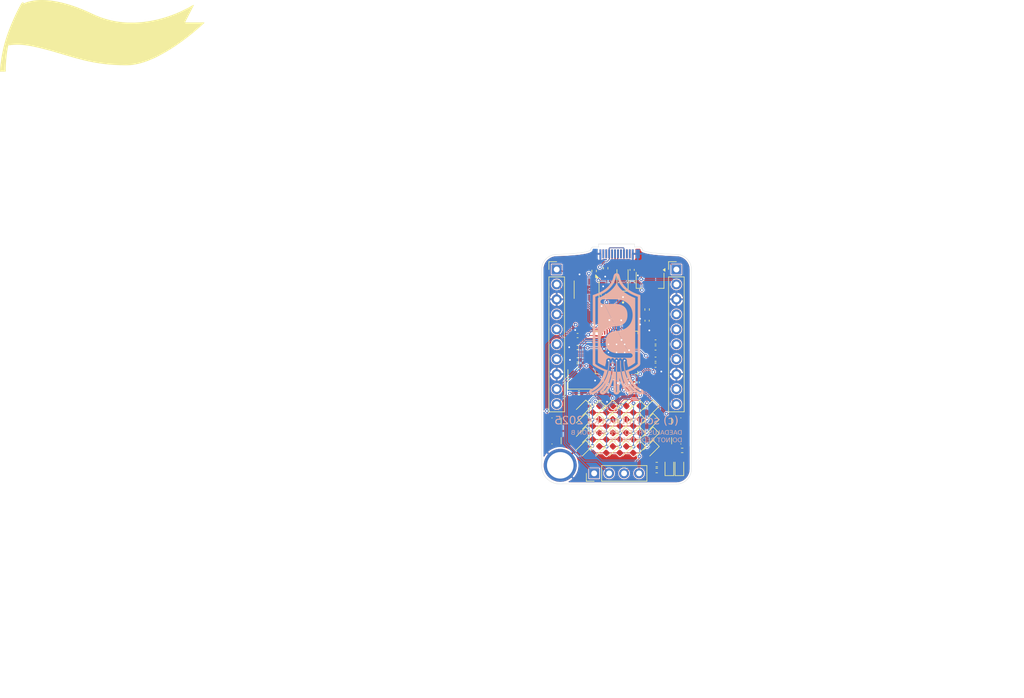
<source format=kicad_pcb>
(kicad_pcb (version 20241229) (generator "pcbnew") (generator_version "9.0")
  (title_block (title "Daedalus") (date "2025-03-24") (rev "B"))
  (layers (0 "F.Cu" signal) (2 "B.Cu" signal) (13 "F.Paste" user) (15 "B.Paste" user) (5 "F.SilkS" user "F.Silkscreen") (7 "B.SilkS" user "B.Silkscreen") (1 "F.Mask" user) (3 "B.Mask" user) (25 "Edge.Cuts" user))
  (net 0 "")
  (net 1 "GND")
  (net 2 "+1V1")
  (net 3 "/GPIO25")
  (net 4 "+3V3")
  (net 5 "+5V")
  (net 6 "/XIN")
  (net 7 "/XOUT")
  (net 8 "VBUS")
  (net 9 "/D+")
  (net 10 "/D-")
  (net 11 "Net-(D3-K)")
  (net 12 "/GPIO12")
  (net 13 "/GPIO13")
  (net 14 "/GPIO14")
  (net 15 "/GPIO15")
  (net 16 "/SWD")
  (net 17 "/SWCLK")
  (net 18 "/GPIO4")
  (net 19 "/GPIO1")
  (net 20 "/GPIO3")
  (net 21 "/GPIO2")
  (net 22 "/GPIO5")
  (net 23 "/GPIO0")
  (net 27 "Net-(P1-CC)")
  (net 36 "/GPIO7")
  (net 37 "/GPIO6")
  (net 38 "/QSPI_SD0")
  (net 39 "/QSPI_SCLK")
  (net 40 "/QSPI_SD1")
  (net 41 "/QSPI_SD2")
  (net 42 "/QSPI_SD3")
  (net 43 "/GPIO26_ADC0")
  (net 44 "/GPIO27_ADC1")
  (net 45 "/GPIO21")
  (net 46 "/GPIO19")
  (net 47 "/GPIO28_ADC2")
  (net 48 "/QSPI_SS")
  (net 49 "/RUN")
  (net 50 "/GPIO20")
  (net 51 "/GPIO22")
  (net 52 "Net-(U2-VREG_AVDD)")
  (net 53 "Net-(D2-K)")
  (net 56 "Net-(U2-USB_DP)")
  (net 57 "Net-(U2-USB_DM)")
  (net 66 "/GPIO17")
  (net 67 "/GPIO18")
  (net 68 "/VREG_LX")
  (footprint "LED_SMD:LED_0603_1608Metric" (layer "F.Cu") (at 103.488801 74.0992 -135)
    (property "Reference" "D13" (hide yes))
    (property "Value" "XL-1608UBC-04")
  )
  (footprint "Connector_PinHeader_2.54mm:PinHeader_1x10_P2.54mm_Vertical" (layer "F.Cu") (at 114.826861 45.778201)
    (property "Reference" "J1" (hide yes))
    (property "Value" "Conn_01x10")
  )
  (footprint "Capacitor_SMD:C_0402_1005Metric" (layer "F.Cu") (at 98.0532 61.145201)
    (property "Reference" "C13" (hide yes))
    (property "Value" "0.1uF")
  )
  (footprint "U261-241N-4BS60:U261-241N-4BS60" (layer "F.Cu") (at 104.666861 43.115701)
    (property "Reference" "P1" (hide yes))
    (property "Value" "U261-241N-4BS60")
    (fp_line (start -3.95 -1.15) (end -3.05 -1.15) (stroke (width 0.05)) (layer "Edge.Cuts"))
    (fp_line (start -3.05 -1.675) (end -3.05 -1.15) (stroke (width 0.05)) (layer "Edge.Cuts"))
    (fp_line (start 3.05 -1.675) (end -3.05 -1.675) (stroke (width 0.05)) (layer "Edge.Cuts"))
    (fp_line (start 3.05 -1.675) (end 3.05 -1.15) (stroke (width 0.05)) (layer "Edge.Cuts"))
    (fp_line (start 3.95 -1.15) (end 3.05 -1.15) (stroke (width 0.05)) (layer "Edge.Cuts"))
    (fp_arc (start -4.35 -0.75) (mid -4.232843 -1.032843) (end -3.95 -1.15) (stroke (width 0.05)) (layer "Edge.Cuts"))
    (fp_arc (start 3.95 -1.15) (mid 4.232843 -1.032843) (end 4.35 -0.75) (stroke (width 0.05)) (layer "Edge.Cuts"))
  )
  (footprint "LED_SMD:LED_0603_1608Metric" (layer "F.Cu") (at 108.0608 69.5272 -135)
    (property "Reference" "D23" (hide yes))
    (property "Value" "XL-1608UBC-04")
  )
  (footprint "LED_SMD:LED_0603_1608Metric" (layer "F.Cu") (at 105.7748 76.385199 -135)
    (property "Reference" "D16" (hide yes))
    (property "Value" "XL-1608UBC-04")
  )
  (footprint "LED_SMD:LED_0603_1608Metric" (layer "F.Cu") (at 103.488802 69.527201 -135)
    (property "Reference" "D15" (hide yes))
    (property "Value" "XL-1608UBC-04")
  )
  (footprint "LED_SMD:LED_0603_1608Metric" (layer "F.Cu") (at 98.9168 74.099201 -135)
    (property "Reference" "D5" (hide yes))
    (property "Value" "XL-1608UBC-04")
  )
  (footprint "LED_SMD:LED_0603_1608Metric" (layer "F.Cu") (at 113.63386 79.306201 90)
    (property "Reference" "D2" (hide yes))
    (property "Value" "LTST-C193TGKT-5A")
  )
  (footprint "LED_SMD:LED_0603_1608Metric" (layer "F.Cu") (at 103.4888 76.385201 -135)
    (property "Reference" "D12" (hide yes))
    (property "Value" "XL-1608UBC-04")
  )
  (footprint "Capacitor_SMD:C_0402_1005Metric" (layer "F.Cu") (at 102.8538 66.479201 90)
    (property "Reference" "C16" (hide yes))
    (property "Value" "0.1uF")
  )
  (footprint "Button_Switch_SMD:SW_SPST_CK_KMS2xxG" (layer "F.Cu") (at 115.5828 73.210201 90)
    (property "Reference" "SW2" (hide yes))
    (property "Value" "KMS221GLFS")
  )
  (footprint "LED_SMD:LED_0603_1608Metric" (layer "F.Cu") (at 98.9168 76.385201 -135)
    (property "Reference" "D4" (hide yes))
    (property "Value" "XL-1608UBC-04")
  )
  (footprint "Capacitor_SMD:C_0402_1005Metric" (layer "F.Cu") (at 102.1426 53.245801 -90)
    (property "Reference" "C11" (hide yes))
    (property "Value" "0.1uF")
  )
  (footprint "Capacitor_SMD:C_0402_1005Metric" (layer "F.Cu") (at 111.2866 61.018201 180)
    (property "Reference" "C8" (hide yes))
    (property "Value" "0.1uF")
  )
  (footprint "LED_SMD:LED_0603_1608Metric" (layer "F.Cu") (at 110.3468 71.8132 -135)
    (property "Reference" "D26" (hide yes))
    (property "Value" "XL-1608UBC-04")
  )
  (footprint "Resistor_SMD:R_0402_1005Metric" (layer "F.Cu") (at 109.855 52.578 90)
    (property "Reference" "R1" (hide yes))
    (property "Value" "33")
  )
  (footprint "Resistor_SMD:R_0402_1005Metric" (layer "F.Cu") (at 104.6734 50.4698 90)
    (property "Reference" "R3" (hide yes))
    (property "Value" "27.4")
  )
  (footprint "Diode_SMD:Nexperia_CFP3_SOD-123W" (layer "F.Cu") (at 105.6802 47.198 90)
    (property "Reference" "D1" (hide yes))
    (property "Value" "PMEG6010ELR")
  )
  (footprint "LED_SMD:LED_0603_1608Metric" (layer "F.Cu") (at 101.202801 69.5272 -135)
    (property "Reference" "D11" (hide yes))
    (property "Value" "XL-1608UBC-04")
  )
  (footprint "LED_SMD:LED_0603_1608Metric" (layer "F.Cu") (at 98.916801 69.5272 -135)
    (property "Reference" "D7" (hide yes))
    (property "Value" "XL-1608UBC-04")
  )
  (footprint "Capacitor_SMD:C_0402_1005Metric" (layer "F.Cu") (at 102.422 50.070801 90)
    (property "Reference" "C20" (hide yes))
    (property "Value" "0.1uF")
  )
  (footprint "Parts:C_0402_1005Metric_small_pads" (layer "F.Cu") (at 106.68 55.2196 180)
    (property "Reference" "C2" (hide yes))
    (property "Value" "4.7uF")
  )
  (footprint "Capacitor_SMD:C_0402_1005Metric" (layer "F.Cu") (at 104.8858 66.479201 90)
    (property "Reference" "C10" (hide yes))
    (property "Value" "4.7uF")
  )
  (footprint "LED_SMD:LED_0603_1608Metric" (layer "F.Cu") (at 105.7748 69.527201 -135)
    (property "Reference" "D19" (hide yes))
    (property "Value" "XL-1608UBC-04")
  )
  (footprint "Capacitor_SMD:C_0402_1005Metric" (layer "F.Cu") (at 111.2866 62.034201 180)
    (property "Reference" "C14" (hide yes))
    (property "Value" "0.1uF")
  )
  (footprint "Crystal:Crystal_SMD_Abracon_ABM8G-4Pin_3.2x2.5mm" (layer "F.Cu") (at 98.4088 64.447201)
    (property "Reference" "Y1" (hide yes))
    (property "Value" "ABM8-272-T3")
  )
  (footprint "Connector_PinHeader_2.54mm:PinHeader_1x04_P2.54mm_Vertical" (layer "F.Cu") (at 100.866861 80.4164 90)
    (property "Reference" "J3" (hide yes))
    (property "Value" "Conn_01x04")
  )
  (footprint "Capacitor_SMD:C_0402_1005Metric" (layer "F.Cu") (at 98.0532 59.037001)
    (property "Reference" "C7" (hide yes))
    (property "Value" "0.1uF")
  )
  (footprint "Parts:C_0402_1005Metric_small_pads" (layer "F.Cu") (at 106.68 54.229 180)
    (property "Reference" "C3" (hide yes))
    (property "Value" "4.7uF")
  )
  (footprint "LED_SMD:LED_0603_1608Metric" (layer "F.Cu") (at 110.3468 74.0992 -135)
    (property "Reference" "D25" (hide yes))
    (property "Value" "XL-1608UBC-04")
  )
  (footprint "Resistor_SMD:R_0402_1005Metric" (layer "F.Cu") (at 111.4898 79.941201 180)
    (property "Reference" "R6" (hide yes))
    (property "Value" "1k")
  )
  (footprint "Capacitor_SMD:C_0402_1005Metric" (layer "F.Cu") (at 98.0532 57.005001)
    (property "Reference" "C19" (hide yes))
    (property "Value" "0.1uF")
  )
  (footprint "Connector_PinHeader_2.54mm:PinHeader_1x10_P2.54mm_Vertical" (layer "F.Cu") (at 94.506861 45.778201)
    (property "Reference" "J2" (hide yes))
    (property "Value" "Conn_01x10")
  )
  (footprint "LED_SMD:LED_0603_1608Metric" (layer "F.Cu") (at 101.2028 76.385201 -135)
    (property "Reference" "D8" (hide yes))
    (property "Value" "XL-1608UBC-04")
  )
  (footprint "LED_SMD:LED_0603_1608Metric" (layer "F.Cu") (at 110.3468 76.3852 -135)
    (property "Reference" "D24" (hide yes))
    (property "Value" "XL-1608UBC-04")
  )
  (footprint "Capacitor_SMD:C_0402_1005Metric" (layer "F.Cu") (at 111.2866 58.097201 180)
    (property "Reference" "C12" (hide yes))
    (property "Value" "0.1uF")
  )
  (footprint "LED_SMD:LED_0603_1608Metric" (layer "F.Cu") (at 105.7748 74.099199 -135)
    (property "Reference" "D17" (hide yes))
    (property "Value" "XL-1608UBC-04")
  )
  (footprint "Capacitor_SMD:C_0402_1005Metric" (layer "F.Cu") (at 98.0278 62.161201)
    (property "Reference" "C6" (hide yes))
    (property "Value" "10pF")
  )
  (footprint "LED_SMD:LED_0603_1608Metric" (layer "F.Cu") (at 98.9168 71.813201 -135)
    (property "Reference" "D6" (hide yes))
    (property "Value" "XL-1608UBC-04")
  )
  (footprint "Resistor_SMD:R_0402_1005Metric" (layer "F.Cu") (at 100.856861 46.032201 90)
    (property "Reference" "R4" (hide yes))
    (property "Value" "10k")
  )
  (footprint "Capacitor_SMD:C_0402_1005Metric" (layer "F.Cu") (at 108.1878 64.955201 90)
    (property "Reference" "C15" (hide yes))
    (property "Value" "0.1uF")
  )
  (footprint "RP2350:RP2350-QFN-60-1EP_7x7_P0.4mm_EP3.4x3.4mm_ThermalVias" (layer "F.Cu") (at 104.666861 59.875201)
    (property "Reference" "U2" (hide yes))
    (property "Value" "RP2350_60QFN")
  )
  (footprint "LED_SMD:LED_0603_1608Metric" (layer "F.Cu") (at 105.7748 71.813201 -135)
    (property "Reference" "D18" (hide yes))
    (property "Value" "XL-1608UBC-04")
  )
  (footprint "Resistor_SMD:R_0402_1005Metric" (layer "F.Cu") (at 102.8192 45.5676 -90)
    (property "Reference" "R8" (hide yes))
    (property "Value" "5.1k")
  )
  (footprint "LED_SMD:LED_0603_1608Metric" (layer "F.Cu") (at 103.488802 71.813201 -135)
    (property "Reference" "D14" (hide yes))
    (property "Value" "XL-1608UBC-04")
  )
  (footprint "Capacitor_SMD:C_0402_1005Metric" (layer "F.Cu") (at 111.2866 59.113201 180)
    (property "Reference" "C18" (hide yes))
    (property "Value" "0.1uF")
  )
  (footprint "Capacitor_SMD:C_0402_1005Metric" (layer "F.Cu") (at 107.315 47.752 -90)
    (property "Reference" "C4" (hide yes))
    (property "Value" "10uF")
  )
  (footprint "LED_SMD:LED_0603_1608Metric" (layer "F.Cu") (at 108.0608 71.8132 -135)
    (property "Reference" "D22" (hide yes))
    (property "Value" "XL-1608UBC-04")
  )
  (footprint "Package_SON:Winbond_USON-8-2EP_3x4mm_P0.8mm_EP0.2x0.8mm" (layer "F.Cu") (at 99.586861 49.207201 -90)
    (property "Reference" "U3" (hide yes))
    (property "Value" "W25Q32JVUUIQ")
  )
  (footprint "LED_SMD:LED_0603_1608Metric" (layer "F.Cu") (at 101.202802 71.813201 -135)
    (property "Reference" "D10" (hide yes))
    (property "Value" "XL-1608UBC-04")
  )
  (footprint "LED_SMD:LED_0603_1608Metric" (layer "F.Cu") (at 108.0608 74.099199 -135)
    (property "Reference" "D21" (hide yes))
    (property "Value" "XL-1608UBC-04")
  )
  (footprint "Capacitor_SMD:C_0402_1005Metric" (layer "F.Cu") (at 107.315001 45.847 90)
    (property "Reference" "C1" (hide yes))
    (property "Value" "10uF")
  )
  (footprint "Capacitor_SMD:C_0402_1005Metric" (layer "F.Cu") (at 98.2818 66.7512 180)
    (property "Reference" "C5" (hide yes))
    (property "Value" "10pF")
  )
  (footprint "Resistor_SMD:R_0402_1005Metric" (layer "F.Cu") (at 103.657401 50.4698 -90)
    (property "Reference" "R2" (hide yes))
    (property "Value" "27.4")
  )
  (footprint "Capacitor_SMD:C_0402_1005Metric" (layer "F.Cu") (at 103.1586 53.245801 -90)
    (property "Reference" "C17" (hide yes))
    (property "Value" "0.1uF")
  )
  (footprint "MountingHole:MountingHole_3.2mm_M3_DIN965_Pad" (layer "F.Cu") (at 95.1068 79.052201)
    (property "Reference" "H1" (hide yes))
    (property "Value" "MountingHole_Pad")
  )
  (footprint "Package_TO_SOT_SMD:SOT-89-3" (layer "F.Cu") (at 110.363 47.625 -90)
    (property "Reference" "U4" (hide yes))
    (property "Value" "AMS1117-3.3V")
  )
  (footprint "LED_SMD:LED_0603_1608Metric" (layer "F.Cu") (at 101.2028 74.099201 -135)
    (property "Reference" "D9" (hide yes))
    (property "Value" "XL-1608UBC-04")
  )
  (footprint "Parts:L_pol_2016" (layer "F.Cu") (at 106.6714 52.68)
    (property "Reference" "L1" (hide yes))
    (property "Value" "3.3u")
  )
  (footprint "LED_SMD:LED_0603_1608Metric" (layer "F.Cu") (at 110.3468 69.5272 -135)
    (property "Reference" "D27" (hide yes))
    (property "Value" "XL-1608UBC-04")
  )
  (footprint "LED_SMD:LED_0603_1608Metric" (layer "F.Cu") (at 115.334861 79.306201 90)
    (property "Reference" "D3" (hide yes))
    (property "Value" "KT-0603R")
  )
  (footprint "Resistor_SMD:R_0402_1005Metric" (layer "F.Cu") (at 115.8078 76.512201 180)
    (property "Reference" "R5" (hide yes))
    (property "Value" "10k")
  )
  (footprint "LED_SMD:LED_0603_1608Metric" (layer "F.Cu") (at 108.060801 76.3852 -135)
    (property "Reference" "D20" (hide yes))
    (property "Value" "XL-1608UBC-04")
  )
  (footprint "Capacitor_SMD:C_0402_1005Metric" (layer "F.Cu") (at 109.855 54.483 90)
    (property "Reference" "C9" (hide yes))
    (property "Value" "4.7uF")
  )
  (footprint "Resistor_SMD:R_0402_1005Metric" (layer "F.Cu") (at 111.4898 78.925202 180)
    (property "Reference" "R7" (hide yes))
    (property "Value" "1k")
  )
  (footprint "Button_Switch_SMD:SW_SPST_CK_KMS2xxG" (layer "F.Cu") (at 93.7098 73.210201 -90)
    (property "Reference" "SW1" (hide yes))
    (property "Value" "KMS221GLFS")
  )
  (gr_poly (pts (xy 14.304402 3.837204) (xy 14.371608 3.841914) (xy 14.435456 3.85076) (xy 14.49599 3.863508) (xy 14.553255 3.879924) (xy 14.607297 3.899773) (xy 14.658159 3.922821) (xy 14.705888 3.948834) (xy 14.750527 3.977576) (xy 14.792122 4.008815) (xy 14.830717 4.042315) (xy 14.866358 4.077842) (xy 14.89909 4.115162) (xy 14.928957 4.154041) (xy 14.956004 4.194243) (xy 14.980276 4.235536) (xy 15.001818 4.277683) (xy 15.020675 4.320452) (xy 15.036892 4.363608) (xy 15.050513 4.406916) (xy 15.061584 4.450141) (xy 15.07015 4.493051) (xy 15.076255 4.53541) (xy 15.079944 4.576984) (xy 15.081263 4.617538) (xy 15.080255 4.656839) (xy 15.076967 4.694651) (xy 15.071442 4.730741) (xy 15.063727 4.764874) (xy 15.053864 4.796816) (xy 15.053863 4.796816) (xy 15.040025 4.830874) (xy 15.022006 4.864516) (xy 14.999921 4.89675) (xy 14.987389 4.912028) (xy 14.973884 4.926582) (xy 14.95942 4.940287) (xy 14.944012 4.95302) (xy 14.927674 4.964656) (xy 14.91042 4.97507) (xy 14.892265 4.98414) (xy 14.873224 4.99174) (xy 14.85331 4.997747) (xy 14.832539 5.002036) (xy 14.810924 5.004484) (xy 14.78848 5.004965) (xy 14.765222 5.003357) (xy 14.741164 4.999535) (xy 14.71632 4.993374) (xy 14.690705 4.984752) (xy 14.664333 4.973542) (xy 14.637219 4.959622) (xy 14.609377 4.942867) (xy 14.580821 4.923154) (xy 14.551567 4.900357) (xy 14.521628 4.874353) (xy 14.491019 4.845018) (xy 14.459754 4.812228) (xy 14.427848 4.775857) (xy 14.395315 4.735784) (xy 14.341227 4.712661) (xy 14.28841 4.697874) (xy 14.236863 4.691041) (xy 14.18658 4.691782) (xy 14.137559 4.699716) (xy 14.089798 4.71446) (xy 14.043291 4.735635) (xy 13.998037 4.76286) (xy 13.954032 4.795752) (xy 13.911273 4.833932) (xy 13.869756 4.877018) (xy 13.829478 4.924629) (xy 13.752627 5.031903) (xy 13.680692 5.152706) (xy 13.61365 5.283988) (xy 13.551472 5.422702) (xy 13.494133 5.5658) (xy 13.441606 5.710234) (xy 13.350887 5.990914) (xy 13.279104 6.240356) (xy 13.266098 6.310887) (xy 13.253932 6.387584) (xy 13.243149 6.469405) (xy 13.234292 6.555311) (xy 13.227903 6.644259) (xy 13.224525 6.735209) (xy 13.224701 6.827119) (xy 13.228974 6.918949) (xy 13.237886 7.009657) (xy 13.25198 7.098201) (xy 13.271799 7.183542) (xy 13.284024 7.224685) (xy 13.297885 7.264637) (xy 13.313448 7.303267) (xy 13.330781 7.340446) (xy 13.349952 7.376043) (xy 13.37103 7.409927) (xy 13.394081 7.44197) (xy 13.419174 7.47204) (xy 13.446377 7.500007) (xy 13.475757 7.525742) (xy 13.493871 7.539872) (xy 13.512233 7.552958) (xy 13.530823 7.565041) (xy 13.549621 7.576162) (xy 13.568608 7.586361) (xy 13.587764 7.595679) (xy 13.626504 7.611835) (xy 13.66568 7.624958) (xy 13.705136 7.635373) (xy 13.744713 7.643406) (xy 13.784252 7.649385) (xy 13.823595 7.653635) (xy 13.862583 7.656483) (xy 13.938863 7.659278) (xy 14.011823 7.66038) (xy 14.080197 7.662399) (xy 14.093456 7.665512) (xy 14.107301 7.671515) (xy 14.121507 7.680259) (xy 14.135853 7.691595) (xy 14.150115 7.705374) (xy 14.16407 7.721448) (xy 14.177496 7.739668) (xy 14.190169 7.759885) (xy 14.201866 7.78195) (xy 14.212365 7.805714) (xy 14.221443 7.83103) (xy 14.228876 7.857747) (xy 14.234442 7.885717) (xy 14.237918 7.914791) (xy 14.23908 7.944821) (xy 14.237707 7.975658) (xy 14.233574 8.007152) (xy 14.226459 8.039156) (xy 14.216139 8.07152) (xy 14.202391 8.104095) (xy 14.184992 8.136733) (xy 14.163719 8.169285) (xy 14.13835 8.201603) (xy 14.10866 8.233536) (xy 14.074428 8.264937) (xy 14.03543 8.295657) (xy 13.991444 8.325547) (xy 13.942245 8.354458) (xy 13.887613 8.382242) (xy 13.827323 8.408749) (xy 13.761152 8.433831) (xy 13.688878 8.457339) (xy 13.612449 8.450191) (xy 13.494063 8.436303) (xy 13.422752 8.424282) (xy 13.345291 8.407517) (xy 13.263126 8.384987) (xy 13.177704 8.355674) (xy 13.090471 8.318555) (xy 13.046628 8.296751) (xy 13.002874 8.272613) (xy 12.959391 8.246015) (xy 12.916359 8.216827) (xy 12.87396 8.184924) (xy 12.832373 8.150177) (xy 12.79178 8.11246) (xy 12.752361 8.071643) (xy 12.714298 8.027601) (xy 12.677771 7.980206) (xy 12.642961 7.92933) (xy 12.610049 7.874845) (xy 12.579215 7.816624) (xy 12.550641 7.75454) (xy 12.522026 7.687173) (xy 12.496353 7.618116) (xy 12.473491 7.547621) (xy 12.453305 7.475939) (xy 12.435661 7.403321) (xy 12.420427 7.330018) (xy 12.407469 7.256281) (xy 12.396653 7.18236) (xy 12.380915 7.034975) (xy 12.372147 6.88987) (xy 12.369279 6.749053) (xy 12.371246 6.614534) (xy 12.376979 6.488319) (xy 12.38541 6.372417) (xy 12.395474 6.268836) (xy 12.406101 6.179585) (xy 12.432901 6.006042) (xy 12.45351 5.913771) (xy 12.518287 5.670439) (xy 12.56862 5.507816) (xy 12.631654 5.32626) (xy 12.707941 5.132045) (xy 12.798035 4.93145) (xy 12.902489 4.730752) (xy 12.960273 4.632325) (xy 13.021855 4.536227) (xy 13.087303 4.443241) (xy 13.156687 4.354153) (xy 13.230075 4.269746) (xy 13.307537 4.190806) (xy 13.389142 4.118117) (xy 13.474959 4.052464) (xy 13.565057 3.994631) (xy 13.659505 3.945404) (xy 13.758372 3.905566) (xy 13.861728 3.875902) (xy 13.969642 3.857197) (xy 14.082182 3.850236) (xy 14.159733 3.841131) (xy 14.233792 3.836865)) (stroke (width 0.016536) (color 255 255 255 1)) (fill yes) (layer "F.SilkS"))
  (gr_poly (pts (xy 3.89687 0.396321) (xy 3.90848 0.397062) (xy 3.92045 0.398329) (xy 3.93213 0.400254) (xy 3.94289 0.402925) (xy 3.952756 0.406308) (xy 3.961755 0.41037) (xy 3.969913 0.415075) (xy 3.977258 0.420391) (xy 3.983814 0.426283) (xy 3.98961 0.432718) (xy 3.994671 0.439661) (xy 3.999023 0.447078) (xy 4.002695 0.454937) (xy 4.005711 0.463202) (xy 4.008098 0.47184) (xy 4.009883 0.480817) (xy 4.011093 0.4901) (xy 4.011753 0.499653) (xy 4.011891 0.509444) (xy 4.011533 0.519438) (xy 4.010705 0.529601) (xy 4.009433 0.5399) (xy 4.007746 0.550301) (xy 4.005668 0.560769) (xy 4.000447 0.581773) (xy 3.993984 0.602641) (xy 3.986491 0.623102) (xy 3.978178 0.642884) (xy 3.969259 0.661716) (xy 3.735038 1.156361) (xy 3.49644 1.682935) (xy 3.200607 2.362851) (xy 2.865353 3.171489) (xy 2.68851 3.616385) (xy 2.508494 4.08423) (xy 2.327531 4.571945) (xy 2.147848 5.076454) (xy 1.971672 5.594679) (xy 1.80123 6.123543) (xy 1.645373 6.658237) (xy 1.510461 7.193005) (xy 1.394992 7.723353) (xy 1.297464 8.244786) (xy 1.216373 8.752811) (xy 1.150217 9.242933) (xy 1.0567 10.151495) (xy 1.00489 10.934518) (xy 0.982767 11.55605) (xy 0.979494 12.170833) (xy 0.000651 12.170833) (xy 0.006128 11.944018) (xy 0.037219 11.506621) (xy 0.1009 10.888346) (xy 0.204148 10.118902) (xy 0.27279 9.686774) (xy 0.35394 9.227993) (xy 0.448471 8.746272) (xy 0.557254 8.245326) (xy 0.681161 7.728866) (xy 0.821066 7.200607) (xy 0.977839 6.664261) (xy 1.152353 6.123543) (xy 1.53871 5.054903) (xy 1.948922 4.034092) (xy 2.361759 3.088738) (xy 2.755993 2.246467) (xy 3.110394 1.534908) (xy 3.403731 0.981688) (xy 3.614775 0.614435) (xy 3.722297 0.460777) (xy 3.722297 0.460776) (xy 3.725497 0.457419) (xy 3.729479 0.453605) (xy 3.735036 0.448708) (xy 3.742155 0.442982) (xy 3.750826 0.436684) (xy 3.75574 0.433399) (xy 3.761037 0.430067) (xy 3.766718 0.42672) (xy 3.772779 0.423389) (xy 3.77922 0.420106) (xy 3.786039 0.416903) (xy 3.793235 0.413812) (xy 3.800806 0.410864) (xy 3.808752 0.408093) (xy 3.81707 0.405529) (xy 3.82576 0.403205) (xy 3.83482 0.401152) (xy 3.844248 0.399402) (xy 3.854043 0.397988) (xy 3.864205 0.396941) (xy 3.87473 0.396293) (xy 3.885619 0.396076)) (stroke (width -0.000001)) (fill yes) (layer "F.SilkS"))
  (gr_poly (pts (xy 26.399722 4.763971) (xy 26.426211 4.76871) (xy 26.453111 4.776678) (xy 26.480312 4.787829) (xy 26.507702 4.802118) (xy 26.535171 4.819501) (xy 26.562607 4.839933) (xy 26.5899 4.863369) (xy 26.616939 4.889765) (xy 26.643612 4.919075) (xy 26.669809 4.951255) (xy 26.69542 4.98626) (xy 26.720331 5.024046) (xy 26.744434 5.064568) (xy 26.767617 5.10778) (xy 26.789769 5.153639) (xy 26.810779 5.2021) (xy 26.830536 5.253117) (xy 26.893987 5.502064) (xy 26.954912 5.774807) (xy 27.010115 6.05928) (xy 27.056399 6.343421) (xy 27.09057 6.615164) (xy 27.102113 6.742616) (xy 27.10943 6.862445) (xy 27.11212 6.973142) (xy 27.109785 7.073199) (xy 27.102024 7.161108) (xy 27.088438 7.235362) (xy 27.05586 7.36619) (xy 27.018813 7.500548) (xy 26.997341 7.567537) (xy 26.973224 7.63359) (xy 26.945953 7.698103) (xy 26.91502 7.760469) (xy 26.879915 7.820083) (xy 26.840128 7.876338) (xy 26.818321 7.903017) (xy 26.795152 7.928629) (xy 26.770559 7.953098) (xy 26.744477 7.976349) (xy 26.716843 7.998307) (xy 26.687594 8.018894) (xy 26.656665 8.038036) (xy 26.623993 8.055657) (xy 26.589515 8.071681) (xy 26.553166 8.086032) (xy 26.514884 8.098635) (xy 26.474604 8.109413) (xy 26.395246 8.121595) (xy 26.331414 8.126895) (xy 26.254327 8.129144) (xy 26.166116 8.126449) (xy 26.068916 8.116916) (xy 25.96486 8.098653) (xy 25.910928 8.085656) (xy 25.856082 8.069767) (xy 25.80059 8.050748) (xy 25.744717 8.028364) (xy 25.68873 8.002378) (xy 25.632896 7.972553) (xy 25.577483 7.938652) (xy 25.522755 7.900438) (xy 25.468981 7.857676) (xy 25.416427 7.810129) (xy 25.36536 7.75756) (xy 25.316045 7.699731) (xy 25.268751 7.636408) (xy 25.223744 7.567352) (xy 25.18129 7.492328) (xy 25.141656 7.411099) (xy 25.10511 7.323428) (xy 25.071917 7.229078) (xy 24.868874 6.541969) (xy 24.733895 6.070345) (xy 24.687317 5.891405) (xy 24.652221 5.737615) (xy 24.626761 5.599402) (xy 24.609093 5.467192) (xy 24.609093 5.467191) (xy 24.606647 5.434508) (xy 24.606435 5.402713) (xy 24.608357 5.37189) (xy 24.612314 5.342123) (xy 24.618205 5.313496) (xy 24.62593 5.286093) (xy 24.635389 5.259997) (xy 24.646482 5.235293) (xy 24.659109 5.212063) (xy 24.67317 5.190392) (xy 24.688565 5.170363) (xy 24.705194 5.15206) (xy 24.722957 5.135568) (xy 24.741754 5.120969) (xy 24.761484 5.108348) (xy 24.782048 5.097787) (xy 24.803346 5.089372) (xy 24.825277 5.083186) (xy 24.847742 5.079312) (xy 24.870641 5.077835) (xy 24.893873 5.078837) (xy 24.917338 5.082404) (xy 24.940937 5.088617) (xy 24.96457 5.097563) (xy 24.988135 5.109323) (xy 25.011534 5.123982) (xy 25.034666 5.141624) (xy 25.057432 5.162333) (xy 25.07973 5.186191) (xy 25.101462 5.213283) (xy 25.122526 5.243693) (xy 25.142824 5.277505) (xy 25.173341 5.343699) (xy 25.204542 5.430395) (xy 25.2365 5.535072) (xy 25.269287 5.655208) (xy 25.337643 5.931761) (xy 25.410194 6.239875) (xy 25.487522 6.55937) (xy 25.570212 6.870063) (xy 25.61375 7.015802) (xy 25.658847 7.151774) (xy 25.705577 7.275455) (xy 25.754011 7.384323) (xy 25.767967 7.40417) (xy 25.782758 7.422962) (xy 25.798329 7.440689) (xy 25.814622 7.457338) (xy 25.831582 7.4729) (xy 25.849151 7.487363) (xy 25.867274 7.500715) (xy 25.885892 7.512946) (xy 25.904951 7.524046) (xy 25.924392 7.534002) (xy 25.944161 7.542803) (xy 25.964199 7.550439) (xy 25.984451 7.556899) (xy 26.004859 7.562171) (xy 26.025368 7.566245) (xy 26.045921 7.569109) (xy 26.06646 7.570753) (xy 26.08693 7.571165) (xy 26.107274 7.570334) (xy 26.127434 7.568249) (xy 26.147356 7.564899) (xy 26.166981 7.560273) (xy 26.186254 7.554361) (xy 26.205118 7.54715) (xy 26.223516 7.53863) (xy 26.241392 7.52879) (xy 26.258689 7.517619) (xy 26.27535 7.505105) (xy 26.291319 7.491238) (xy 26.306539 7.476007) (xy 26.320954 7.4594) (xy 26.334507 7.441406) (xy 26.349156 7.411843) (xy 26.362195 7.379743) (xy 26.383666 7.308376) (xy 26.39936 7.228184) (xy 26.40972 7.140046) (xy 26.415185 7.044843) (xy 26.416198 6.943454) (xy 26.4132 6.836757) (xy 26.406631 6.725634) (xy 26.396932 6.610963) (xy 26.384546 6.493625) (xy 26.353473 6.254461) (xy 26.316943 6.015181) (xy 26.278482 5.78282) (xy 26.251073 5.677479) (xy 26.223786 5.578429) (xy 26.174194 5.398803) (xy 26.154194 5.318026) (xy 26.138928 5.243139) (xy 26.13343 5.207873) (xy 26.129548 5.174041) (xy 26.127425 5.141632) (xy 26.127207 5.110632) (xy 26.13421 5.061587) (xy 26.143289 5.01644) (xy 26.154333 4.975147) (xy 26.16723 4.937663) (xy 26.181871 4.903944) (xy 26.198143 4.873945) (xy 26.215936 4.847622) (xy 26.235139 4.824928) (xy 26.255642 4.805821) (xy 26.277332 4.790254) (xy 26.3001 4.778184) (xy 26.323833 4.769565) (xy 26.348422 4.764353) (xy 26.373755 4.762503)) (stroke (width 0.016536) (color 255 255 255 1)) (fill yes) (layer "F.SilkS"))
  (gr_poly (pts (xy 16.178105 4.499505) (xy 16.214086 4.505169) (xy 16.250252 4.514798) (xy 16.286375 4.52824) (xy 16.322226 4.545347) (xy 16.357578 4.565969) (xy 16.392202 4.589955) (xy 16.42587 4.617157) (xy 16.458354 4.647424) (xy 16.489427 4.680607) (xy 16.518859 4.716556) (xy 16.546424 4.755121) (xy 16.571892 4.796153) (xy 16.595036 4.839501) (xy 16.615628 4.885016) (xy 16.63344 4.932549) (xy 16.648243 4.981949) (xy 16.659809 5.033067) (xy 16.667911 5.085753) (xy 16.672321 5.139857) (xy 16.67281 5.19523) (xy 16.669149 5.251721) (xy 16.670225 5.361412) (xy 16.667448 5.474034) (xy 16.661343 5.588208) (xy 16.652429 5.702551) (xy 16.641229 5.815683) (xy 16.628266 5.926223) (xy 16.599134 6.134003) (xy 16.569208 6.314842) (xy 16.542664 6.457691) (xy 16.516418 6.585228) (xy 16.540515 6.545718) (xy 16.580262 6.492524) (xy 16.647031 6.413654) (xy 16.692555 6.363797) (xy 16.74724 6.30657) (xy 16.81189 6.241654) (xy 16.887307 6.168734) (xy 16.974292 6.087492) (xy 17.073648 5.99761) (xy 17.186177 5.898771) (xy 17.312681 5.790658) (xy 17.377972 5.736729) (xy 17.44011 5.687692) (xy 17.499147 5.643411) (xy 17.555136 5.603749) (xy 17.608132 5.568569) (xy 17.658186 5.537735) (xy 17.705352 5.51111) (xy 17.749682 5.488558) (xy 17.791231 5.469943) (xy 17.830052 5.455127) (xy 17.866196 5.443974) (xy 17.899718 5.436347) (xy 17.930671 5.432111) (xy 17.959107 5.431128) (xy 17.98508 5.433262) (xy 18.008643 5.438376) (xy 18.029848 5.446334) (xy 18.04875 5.456998) (xy 18.065401 5.470234) (xy 18.079855 5.485903) (xy 18.092163 5.50387) (xy 18.102381 5.523998) (xy 18.11056 5.54615) (xy 18.116753 5.57019) (xy 18.121015 5.595981) (xy 18.123397 5.623387) (xy 18.123954 5.652271) (xy 18.122737 5.682496) (xy 18.119801 5.713926) (xy 18.115199 5.746425) (xy 18.108982 5.779855) (xy 18.101206 5.814081) (xy 18.090686 5.848678) (xy 18.075648 5.88626) (xy 18.05641 5.926561) (xy 18.033289 5.969311) (xy 17.976676 6.061089) (xy 17.908354 6.159454) (xy 17.830869 6.262262) (xy 17.746765 6.36737) (xy 17.65859 6.472636) (xy 17.568889 6.575919) (xy 17.395089 6.76796) (xy 17.245732 6.926353) (xy 17.101809 7.073636) (xy 17.113878 7.079366) (xy 17.125949 7.086953) (xy 17.137994 7.096264) (xy 17.14999 7.107165) (xy 17.16191 7.119523) (xy 17.17373 7.133203) (xy 17.19697 7.163996) (xy 17.219507 7.198475) (xy 17.24114 7.235569) (xy 17.261667 7.274209) (xy 17.280889 7.313324) (xy 17.298603 7.351844) (xy 17.314607 7.3887) (xy 17.340685 7.453138) (xy 17.36348 7.514961) (xy 17.43539 7.709649) (xy 17.498549 7.893745) (xy 17.553149 8.067299) (xy 17.599381 8.230361) (xy 17.637437 8.38298) (xy 17.667508 8.525206) (xy 17.679609 8.592437) (xy 17.689786 8.657088) (xy 17.698062 8.719166) (xy 17.704462 8.778677) (xy 17.701033 8.86022) (xy 17.693168 8.935094) (xy 17.681153 9.003476) (xy 17.665275 9.065542) (xy 17.645818 9.121472) (xy 17.62307 9.171442) (xy 17.597314 9.21563) (xy 17.568838 9.254214) (xy 17.537928 9.28737) (xy 17.504868 9.315277) (xy 17.469946 9.338112) (xy 17.433446 9.356053) (xy 17.395655 9.369277) (xy 17.356858 9.377962) (xy 17.317342 9.382284) (xy 17.277391 9.382423) (xy 17.237293 9.378555) (xy 17.197332 9.370857) (xy 17.157795 9.359508) (xy 17.118968 9.344685) (xy 17.081135 9.326565) (xy 17.044584 9.305326) (xy 17.0096 9.281146) (xy 16.976469 9.254201) (xy 16.945476 9.22467) (xy 16.916908 9.19273) (xy 16.891049 9.158559) (xy 16.868188 9.122334) (xy 16.848608 9.084233) (xy 16.832596 9.044432) (xy 16.820437 9.003111) (xy 16.812418 8.960445) (xy 16.782237 8.754568) (xy 16.739006 8.50942) (xy 16.687988 8.245566) (xy 16.634445 7.983571) (xy 16.500277 7.365471) (xy 16.209829 7.39808) (xy 16.17947 7.491974) (xy 16.14494 7.592985) (xy 16.100549 7.715498) (xy 16.048577 7.848609) (xy 15.991304 7.981413) (xy 15.961392 8.044292) (xy 15.93101 8.103005) (xy 15.900442 8.156189) (xy 15.869973 8.20248) (xy 15.807597 8.291258) (xy 15.745735 8.372493) (xy 15.684543 8.446387) (xy 15.624174 8.513137) (xy 15.564783 8.572944) (xy 15.506524 8.626008) (xy 15.449552 8.672526) (xy 15.394021 8.712699) (xy 15.340084 8.746727) (xy 15.287898 8.774808) (xy 15.237615 8.797142) (xy 15.189391 8.813928) (xy 15.14338 8.825366) (xy 15.099735 8.831655) (xy 15.058612 8.832995) (xy 15.020164 8.829584) (xy 14.984547 8.821623) (xy 14.951914 8.80931) (xy 14.922419 8.792846) (xy 14.896218 8.772429) (xy 14.873465 8.748259) (xy 14.854313 8.720536) (xy 14.838917 8.689458) (xy 14.827432 8.655225) (xy 14.820011 8.618036) (xy 14.81681 8.578091) (xy 14.817983 8.53559) (xy 14.823683 8.490731) (xy 14.834066 8.443715) (xy 14.849285 8.394739) (xy 14.869495 8.344005) (xy 14.894851 8.291711) (xy 15.101077 7.903261) (xy 15.176919 7.758053) (xy 15.251592 7.610869) (xy 15.319654 7.47034) (xy 15.375665 7.345098) (xy 15.423843 7.229298) (xy 15.467518 7.116681) (xy 15.506928 7.00715) (xy 15.54231 6.900609) (xy 15.601935 6.696115) (xy 15.648291 6.502429) (xy 15.683272 6.318785) (xy 15.708777 6.144412) (xy 15.726699 5.978543) (xy 15.738937 5.82041) (xy 15.768961 5.24987) (xy 15.781216 5.118891) (xy 15.799164 4.991038) (xy 15.824699 4.865543) (xy 15.859719 4.741637) (xy 15.859723 4.741638) (xy 15.878621 4.693817) (xy 15.900212 4.651607) (xy 15.924268 4.614858) (xy 15.950562 4.58342) (xy 15.978865 4.557145) (xy 16.008949 4.535882) (xy 16.040586 4.519481) (xy 16.073549 4.507792) (xy 16.107608 4.500667) (xy 16.142536 4.497954)) (stroke (width 0.016536) (color 255 255 255 1)) (fill yes) (layer "F.SilkS"))
  (gr_poly (pts (xy 6.069702 1.72601) (xy 6.118136 1.738077) (xy 6.16639 1.756741) (xy 6.214149 1.78222) (xy 6.261101 1.814729) (xy 6.306931 1.854483) (xy 6.351325 1.901697) (xy 6.393969 1.956588) (xy 6.434548 2.01937) (xy 6.47275 2.090259) (xy 6.508259 2.169471) (xy 6.540762 2.25722) (xy 6.569945 2.353724) (xy 6.595494 2.459197) (xy 6.617094 2.573854) (xy 6.634432 2.697911) (xy 6.647193 2.831584) (xy 6.655065 2.975088) (xy 6.652906 3.018162) (xy 6.648571 3.061363) (xy 6.642438 3.104449) (xy 6.634888 3.147177) (xy 6.626302 3.189305) (xy 6.61706 3.230589) (xy 6.59813 3.309657) (xy 6.581142 3.382441) (xy 6.574326 3.41587) (xy 6.569138 3.447) (xy 6.565956 3.475588) (xy 6.565162 3.501392) (xy 6.565778 3.513174) (xy 6.567135 3.52417) (xy 6.569278 3.534347) (xy 6.572257 3.543678) (xy 6.575938 3.54806) (xy 6.584675 3.554122) (xy 6.61596 3.570806) (xy 6.724275 3.619078) (xy 6.875492 3.680862) (xy 7.0479 3.748527) (xy 7.515225 3.925352) (xy 7.706469 3.495561) (xy 7.791642 3.311944) (xy 7.881007 3.125769) (xy 7.969188 2.950987) (xy 8.050808 2.801554) (xy 8.087914 2.716182) (xy 8.127444 2.63932) (xy 8.169112 2.570704) (xy 8.212636 2.510069) (xy 8.257731 2.45715) (xy 8.304112 2.411682) (xy 8.351495 2.373402) (xy 8.399596 2.342043) (xy 8.44813 2.317341) (xy 8.496813 2.299031) (xy 8.545361 2.286849) (xy 8.59349 2.280529) (xy 8.640914 2.279808) (xy 8.687351 2.284419) (xy 8.732515 2.294099) (xy 8.776122 2.308582) (xy 8.817888 2.327604) (xy 8.857528 2.350899) (xy 8.894759 2.378204) (xy 8.929295 2.409253) (xy 8.960853 2.443782) (xy 8.989148 2.481526) (xy 9.013896 2.522219) (xy 9.034813 2.565598) (xy 9.051614 2.611396) (xy 9.064015 2.659351) (xy 9.071731 2.709196) (xy 9.074479 2.760667) (xy 9.071974 2.813499) (xy 9.063931 2.867428) (xy 9.050067 2.922188) (xy 9.030097 2.977515) (xy 8.994611 3.160179) (xy 8.950369 3.359011) (xy 8.840863 3.792551) (xy 8.712074 4.252878) (xy 8.574493 4.714731) (xy 8.146124 6.072201) (xy 8.11719 6.146594) (xy 8.084265 6.216886) (xy 8.047739 6.282977) (xy 8.008005 6.344764) (xy 7.965452 6.402147) (xy 7.920473 6.455024) (xy 7.873459 6.503294) (xy 7.824801 6.546856) (xy 7.774889 6.585608) (xy 7.724116 6.619449) (xy 7.672873 6.648277) (xy 7.62155 6.671992) (xy 7.570539 6.690492) (xy 7.520231 6.703676) (xy 7.471018 6.711442) (xy 7.42329 6.71369) (xy 7.37744 6.710317) (xy 7.333857 6.701223) (xy 7.292933 6.686306) (xy 7.25506 6.665465) (xy 7.220629 6.638599) (xy 7.19003 6.605606) (xy 7.163656 6.566386) (xy 7.141897 6.520836) (xy 7.125144 6.468855) (xy 7.11379 6.410343) (xy 7.108224 6.345197) (xy 7.108839 6.273317) (xy 7.116025 6.194602) (xy 7.130174 6.108949) (xy 7.151676 6.016258) (xy 7.180924 5.916427) (xy 7.215505 5.753937) (xy 7.248852 5.590191) (xy 7.307684 5.287189) (xy 7.364743 4.976964) (xy 6.235779 4.544139) (xy 6.099484 4.813637) (xy 5.960806 5.084072) (xy 5.803278 5.385911) (xy 5.767016 5.4531) (xy 5.72603 5.517394) (xy 5.680849 5.578499) (xy 5.632002 5.636121) (xy 5.580018 5.689968) (xy 5.525426 5.739746) (xy 5.468756 5.785161) (xy 5.410536 5.82592) (xy 5.351296 5.861729) (xy 5.291563 5.892296) (xy 5.231869 5.917326) (xy 5.172741 5.936526) (xy 5.114709 5.949603) (xy 5.058301 5.956263) (xy 5.004047 5.956213) (xy 4.952476 5.949159) (xy 4.904117 5.934808) (xy 4.859499 5.912867) (xy 4.819151 5.883042) (xy 4.783602 5.845039) (xy 4.753381 5.798566) (xy 4.729017 5.743328) (xy 4.711039 5.679033) (xy 4.699977 5.605386) (xy 4.696359 5.522095) (xy 4.700714 5.428865) (xy 4.713572 5.325404) (xy 4.735462 5.211418) (xy 4.766912 5.086614) (xy 4.808451 4.950698) (xy 4.860609 4.803377) (xy 4.923915 4.644357) (xy 5.048393 4.242531) (xy 5.156672 3.865355) (xy 5.249983 3.514086) (xy 5.32956 3.18998) (xy 5.396633 2.894294) (xy 5.452434 2.628283) (xy 5.535149 2.190313) (xy 5.53515 2.190314) (xy 5.548598 2.129261) (xy 5.566577 2.071573) (xy 5.588772 2.017468) (xy 5.614871 1.967159) (xy 5.644557 1.920863) (xy 5.677518 1.878796) (xy 5.71344 1.841172) (xy 5.752007 1.808207) (xy 5.792907 1.780116) (xy 5.835826 1.757116) (xy 5.880449 1.739422) (xy 5.926462 1.727249) (xy 5.973551 1.720812) (xy 6.021402 1.720327)) (stroke (width 0.016536) (color 255 255 255 1)) (fill yes) (layer "F.SilkS"))
  (gr_poly (pts (xy 7.476265 0.006038) (xy 7.898569 0.027117) (xy 8.345207 0.064774) (xy 8.816461 0.120508) (xy 9.312608 0.19582) (xy 9.833929 0.292207) (xy 10.380703 0.411169) (xy 10.95321 0.554205) (xy 11.551729 0.722815) (xy 12.176538 0.918497) (xy 12.827919 1.14275) (xy 13.50615 1.397075) (xy 14.211511 1.68297) (xy 14.944281 2.001934) (xy 15.70474 2.355466) (xy 16.43621 2.682776) (xy 17.166868 2.964639) (xy 17.895521 3.203183) (xy 18.620975 3.400536) (xy 19.342037 3.558827) (xy 20.057512 3.680184) (xy 20.766208 3.766734) (xy 21.466929 3.820606) (xy 22.839677 3.838828) (xy 24.166205 3.751875) (xy 25.436965 3.576772) (xy 26.642408 3.330543) (xy 27.772982 3.030213) (xy 28.81914 2.692808) (xy 29.771331 2.335352) (xy 30.620006 1.974871) (xy 31.96861 1.312931) (xy 32.788555 0.843187) (xy 32.79304 0.840768) (xy 32.797686 0.838932) (xy 32.802467 0.837656) (xy 32.80736 0.836916) (xy 32.812338 0.836689) (xy 32.817378 0.836951) (xy 32.822455 0.837678) (xy 32.827543 0.838847) (xy 32.832619 0.840433) (xy 32.837656 0.842414) (xy 32.842632 0.844766) (xy 32.84752 0.847464) (xy 32.852296 0.850486) (xy 32.856936 0.853807) (xy 32.861414 0.857404) (xy 32.865705 0.861253) (xy 32.869786 0.865331) (xy 32.873631 0.869614) (xy 32.877215 0.874078) (xy 32.880514 0.878699) (xy 32.883503 0.883455) (xy 32.886157 0.88832) (xy 32.888451 0.893272) (xy 32.890361 0.898287) (xy 32.891862 0.903341) (xy 32.892928 0.908411) (xy 32.893536 0.913472) (xy 32.893661 0.918502) (xy 32.893277 0.923476) (xy 32.89236 0.928371) (xy 32.890885 0.933163) (xy 32.888828 0.937829) (xy 31.467886 3.703783) (xy 31.465938 3.707891) (xy 31.464296 3.712038) (xy 31.462951 3.716211) (xy 31.461899 3.7204) (xy 31.461132 3.724594) (xy 31.460645 3.728783) (xy 31.460431 3.732954) (xy 31.460483 3.737098) (xy 31.460795 3.741204) (xy 31.461362 3.74526) (xy 31.462175 3.749256) (xy 31.46323 3.75318) (xy 31.464519 3.757023) (xy 31.466036 3.760772) (xy 31.467775 3.764418) (xy 31.46973 3.767949) (xy 31.471894 3.771354) (xy 31.47426 3.774622) (xy 31.476823 3.777743) (xy 31.479576 3.780706) (xy 31.482512 3.783499) (xy 31.485626 3.786112) (xy 31.48891 3.788534) (xy 31.492358 3.790754) (xy 31.495965 3.792761) (xy 31.499724 3.794544) (xy 31.503627 3.796092) (xy 31.50767 3.797395) (xy 31.511845 3.798442) (xy 31.516146 3.799221) (xy 31.520567 3.799721) (xy 31.525101 3.799933) (xy 32.673127 3.809431) (xy 33.584882 3.809394) (xy 34.626217 3.800713) (xy 34.631752 3.800838) (xy 34.637126 3.801348) (xy 34.642329 3.802228) (xy 34.647352 3.803458) (xy 34.652187 3.805022) (xy 34.656822 3.806902) (xy 34.661249 3.80908) (xy 34.665458 3.811539) (xy 34.66944 3.814262) (xy 34.673185 3.81723) (xy 34.676684 3.820426) (xy 34.679927 3.823832) (xy 34.682905 3.827432) (xy 34.685609 3.831207) (xy 34.688029 3.835139) (xy 34.690156 3.839212) (xy 34.691979 3.843408) (xy 34.69349 3.847709) (xy 34.694679 3.852097) (xy 34.695538 3.856556) (xy 34.696055 3.861066) (xy 34.696222 3.865612) (xy 34.696029 3.870175) (xy 34.695468 3.874737) (xy 34.694528 3.879282) (xy 34.693199 3.883791) (xy 34.691474 3.888248) (xy 34.689341 3.892634) (xy 34.686792 3.896931) (xy 34.683817 3.901123) (xy 34.680407 3.905192) (xy 34.676552 3.90912) (xy 34.052242 4.480347) (xy 32.963585 5.417336) (xy 32.272007 5.980427) (xy 31.496599 6.583879) (xy 30.648113 7.210667) (xy 29.737302 7.843764) (xy 28.774919 8.466144) (xy 27.771715 9.060781) (xy 26.738442 9.610648) (xy 26.213891 9.863473) (xy 25.685854 10.09872) (xy 25.155677 10.314262) (xy 24.624703 10.50797) (xy 24.094276 10.677715) (xy 23.56574 10.821371) (xy 23.04044 10.936808) (xy 22.519719 11.021898) (xy 22.004921 11.074512) (xy 21.497391 11.092524) (xy 20.441602 11.077079) (xy 19.443333 11.032388) (xy 18.497864 10.960916) (xy 17.600473 10.865128) (xy 16.74644 10.747489) (xy 15.931045 10.610463) (xy 15.149565 10.456518) (xy 14.397281 10.288116) (xy 12.961414 9.917805) (xy 11.58568 9.519252) (xy 8.863537 8.716301) (xy 7.579793 8.369936) (xy 6.445675 8.086797) (xy 5.433428 7.867341) (xy 4.964333 7.781637) (xy 4.515298 7.712025) (xy 4.082854 7.658563) (xy 3.663531 7.621307) (xy 3.253861 7.600315) (xy 2.850374 7.595644) (xy 2.449601 7.607351) (xy 2.048073 7.635493) (xy 1.64232 7.680127) (xy 1.228873 7.741312) (xy 1.224384 7.741909) (xy 1.219946 7.742207) (xy 1.215569 7.742214) (xy 1.211261 7.74194) (xy 1.20703 7.741395) (xy 1.202885 7.740587) (xy 1.198835 7.739525) (xy 1.194889 7.738219) (xy 1.191054 7.736679) (xy 1.187339 7.734912) (xy 1.183753 7.73293) (xy 1.180305 7.73074) (xy 1.177002 7.728352) (xy 1.173854 7.725776) (xy 1.170869 7.723021) (xy 1.168056 7.720095) (xy 1.165423 7.717009) (xy 1.162979 7.713771) (xy 1.160731 7.71039) (xy 1.15869 7.706877) (xy 1.156863 7.703239) (xy 1.155259 7.699488) (xy 1.153887 7.69563) (xy 1.152754 7.691677) (xy 1.15187 7.687637) (xy 1.151243 7.683519) (xy 1.150882 7.679333) (xy 1.150795 7.675088) (xy 1.150991 7.670794) (xy 1.151478 7.666458) (xy 1.152265 7.662092) (xy 1.153361 7.657703) (xy 2.017444 4.623521) (xy 3.697029 0.77812) (xy 3.697924 0.77614) (xy 3.698857 0.774213) (xy 3.699831 0.772339) (xy 3.700848 0.770517) (xy 3.701913 0.768746) (xy 3.703027 0.767026) (xy 3.704194 0.765356) (xy 3.705416 0.763735) (xy 3.706697 0.762162) (xy 3.708039 0.760637) (xy 3.709446 0.75916) (xy 3.71092 0.757728) (xy 3.712464 0.756343) (xy 3.714082 0.755003) (xy 3.715775 0.753707) (xy 3.717548 0.752455) (xy 3.800965 0.700104) (xy 3.96272 0.612122) (xy 4.205049 0.500502) (xy 4.530187 0.37724) (xy 4.724508 0.31499) (xy 4.94037 0.254326) (xy 5.178052 0.196749) (xy 5.437834 0.143756) (xy 5.719995 0.096848) (xy 6.024814 0.057523) (xy 6.352571 0.02728) (xy 6.703546 0.007619) (xy 7.078017 0.000038)) (stroke (width -0.000001)) (fill yes) (layer "F.SilkS"))
  (gr_poly (pts (xy 28.763546 3.905847) (xy 28.833823 3.914775) (xy 28.901698 3.929421) (xy 28.967243 3.949806) (xy 28.985883 3.962013) (xy 29.004086 3.975437) (xy 29.021832 3.990031) (xy 29.039099 4.005746) (xy 29.055866 4.022533) (xy 29.072114 4.040345) (xy 29.087821 4.059133) (xy 29.102967 4.078849) (xy 29.11753 4.099445) (xy 29.131491 4.120873) (xy 29.157521 4.166031) (xy 29.18089 4.213939) (xy 29.201433 4.264209) (xy 29.218984 4.316457) (xy 29.233377 4.370298) (xy 29.244447 4.425345) (xy 29.252026 4.481214) (xy 29.254455 4.509336) (xy 29.25595 4.537518) (xy 29.256489 4.565713) (xy 29.256052 4.593873) (xy 29.254619 4.621949) (xy 29.252167 4.649892) (xy 29.248678 4.677656) (xy 29.244129 4.705191) (xy 29.231928 4.752256) (xy 29.218957 4.797989) (xy 29.191565 4.88452) (xy 29.163673 4.962901) (xy 29.136998 5.031252) (xy 29.11326 5.087689) (xy 29.094176 5.130332) (xy 29.076847 5.166704) (xy 29.109165 5.170897) (xy 29.14092 5.17688) (xy 29.172095 5.184617) (xy 29.202672 5.194069) (xy 29.232634 5.205198) (xy 29.261963 5.217968) (xy 29.290643 5.232341) (xy 29.318654 5.24828) (xy 29.345981 5.265746) (xy 29.372605 5.284703) (xy 29.398509 5.305112) (xy 29.423676 5.326937) (xy 29.448087 5.35014) (xy 29.471727 5.374683) (xy 29.494576 5.400529) (xy 29.516618 5.427641) (xy 29.537836 5.45598) (xy 29.558211 5.48551) (xy 29.577727 5.516192) (xy 29.596365 5.54799) (xy 29.614109 5.580866) (xy 29.630941 5.614782) (xy 29.646843 5.649701) (xy 29.661798 5.685586) (xy 29.675789 5.722398) (xy 29.688797 5.7601) (xy 29.700807 5.798656) (xy 29.711799 5.838026) (xy 29.730663 5.919064) (xy 29.745251 6.002913) (xy 29.750009 6.045408) (xy 29.751895 6.087722) (xy 29.750934 6.12983) (xy 29.747147 6.171706) (xy 29.740559 6.213326) (xy 29.731191 6.254665) (xy 29.719068 6.295697) (xy 29.704212 6.336399) (xy 29.686647 6.376745) (xy 29.666395 6.416709) (xy 29.64348 6.456268) (xy 29.617925 6.495396) (xy 29.589752 6.534069) (xy 29.558986 6.572261) (xy 29.525649 6.609947) (xy 29.489764 6.647103) (xy 29.451354 6.683703) (xy 29.410443 6.719723) (xy 29.367053 6.755138) (xy 29.321208 6.789923) (xy 29.272931 6.824052) (xy 29.222245 6.857501) (xy 29.169172 6.890246) (xy 29.113737 6.92226) (xy 29.055962 6.95352) (xy 28.99587 6.984) (xy 28.868829 7.04252) (xy 28.732798 7.097623) (xy 28.587963 7.149107) (xy 28.537583 7.162359) (xy 28.487234 7.173797) (xy 28.437339 7.183398) (xy 28.388322 7.191138) (xy 28.340604 7.196994) (xy 28.29461 7.200943) (xy 28.250763 7.202961) (xy 28.209485 7.203025) (xy 28.1712 7.201111) (xy 28.136332 7.197197) (xy 28.105302 7.191259) (xy 28.078534 7.183273) (xy 28.056452 7.173216) (xy 28.0473 7.167404) (xy 28.039478 7.161066) (xy 28.033039 7.154198) (xy 28.028036 7.146797) (xy 28.024522 7.138862) (xy 28.022549 7.130388) (xy 28.013461 7.07389) (xy 27.990708 6.976846) (xy 27.912072 6.685513) (xy 27.683604 5.905956) (xy 28.235405 5.905956) (xy 28.428553 6.71195) (xy 28.431145 6.706332) (xy 28.439445 6.699787) (xy 28.471478 6.683783) (xy 28.585427 6.639174) (xy 28.743318 6.575975) (xy 28.83028 6.536733) (xy 28.918073 6.492039) (xy 29.003312 6.441623) (xy 29.043916 6.414185) (xy 29.082611 6.385217) (xy 29.118976 6.354684) (xy 29.152587 6.322552) (xy 29.18302 6.288789) (xy 29.209853 6.253361) (xy 29.232663 6.216234) (xy 29.251026 6.177374) (xy 29.264519 6.136749) (xy 29.272719 6.094324) (xy 29.275203 6.050065) (xy 29.271549 6.00394) (xy 29.261332 5.955915) (xy 29.244129 5.905956) (xy 29.22167 5.858159) (xy 29.196153 5.816429) (xy 29.167827 5.78047) (xy 29.136938 5.749981) (xy 29.103733 5.724664) (xy 29.06846 5.704223) (xy 29.031366 5.688356) (xy 28.992699 5.676768) (xy 28.952705 5.669158) (xy 28.911631 5.665229) (xy 28.869726 5.664681) (xy 28.827236 5.667218) (xy 28.784409 5.67254) (xy 28.741491 5.680349) (xy 28.656374 5.702233) (xy 28.573863 5.730484) (xy 28.495936 5.762713) (xy 28.424571 5.796535) (xy 28.361746 5.82956) (xy 28.269627 5.883674) (xy 28.235405 5.905956) (xy 27.683604 5.905956) (xy 27.677343 5.884593) (xy 27.338535 4.77557) (xy 27.329196 4.725574) (xy 27.324496 4.699975) (xy 27.322773 4.688132) (xy 27.840977 4.688132) (xy 28.134598 5.375771) (xy 28.165021 5.362733) (xy 28.244513 5.325108) (xy 28.297139 5.297771) (xy 28.355405 5.265124) (xy 28.417104 5.227446) (xy 28.480028 5.185013) (xy 28.541967 5.138107) (xy 28.571877 5.113063) (xy 28.600713 5.087005) (xy 28.628198 5.059968) (xy 28.654057 5.031986) (xy 28.678013 5.003095) (xy 28.699791 4.973329) (xy 28.719114 4.942724) (xy 28.735707 4.911313) (xy 28.749292 4.879132) (xy 28.759595 4.846216) (xy 28.766339 4.8126) (xy 28.769247 4.778318) (xy 28.768045 4.743405) (xy 28.762455 4.707896) (xy 28.753532 4.673871) (xy 28.742553 4.643287) (xy 28.729596 4.616015) (xy 28.714737 4.591927) (xy 28.698055 4.570895) (xy 28.679626 4.552789) (xy 28.659529 4.537482) (xy 28.63784 4.524844) (xy 28.614636 4.514748) (xy 28.589996 4.507064) (xy 28.563997 4.501663) (xy 28.536715 4.498419) (xy 28.508228 4.497201) (xy 28.478614 4.497881) (xy 28.44795 4.50033) (xy 28.416313 4.504421) (xy 28.383781 4.510024) (xy 28.350432 4.517011) (xy 28.281587 4.534623) (xy 28.2104 4.556227) (xy 28.137488 4.580795) (xy 27.840977 4.688132) (xy 27.322773 4.688132) (xy 27.3207 4.673896) (xy 27.318501 4.647277) (xy 27.318217 4.633746) (xy 27.318592 4.620058) (xy 27.319712 4.606204) (xy 27.321665 4.592178) (xy 27.324537 4.577971) (xy 27.328414 4.563577) (xy 27.333384 4.548988) (xy 27.339532 4.534196) (xy 27.346946 4.519194) (xy 27.355712 4.503974) (xy 27.365916 4.488529) (xy 27.377646 4.472851) (xy 27.390988 4.456933) (xy 27.406028 4.440768) (xy 27.422854 4.424347) (xy 27.441551 4.407663) (xy 27.462207 4.390709) (xy 27.484907 4.373477) (xy 27.50974 4.35596) (xy 27.53679 4.33815) (xy 27.566146 4.32004) (xy 27.597893 4.301622) (xy 27.706087 4.23792) (xy 27.810923 4.179691) (xy 27.912476 4.126956) (xy 28.010818 4.079732) (xy 28.106023 4.038038) (xy 28.198165 4.001894) (xy 28.287316 3.971318) (xy 28.373551 3.946329) (xy 28.456943 3.926946) (xy 28.537565 3.913187) (xy 28.615491 3.905072) (xy 28.690793 3.902619)) (stroke (width 0.016536) (color 255 255 255 1)) (fill yes) (layer "F.SilkS"))
  (gr_poly (pts (xy 22.816212 5.427854) (xy 22.844745 5.436717) (xy 22.873351 5.450956) (xy 22.901878 5.470818) (xy 22.930172 5.496553) (xy 22.95808 5.528408) (xy 22.98545 5.566632) (xy 23.012127 5.611474) (xy 23.03796 5.663181) (xy 23.062796 5.722003) (xy 23.08648 5.788188) (xy 23.108861 5.861983) (xy 23.129785 5.943638) (xy 23.149099 6.033401) (xy 23.166651 6.13152) (xy 23.20459 6.271085) (xy 23.236731 6.423313) (xy 23.26371 6.585424) (xy 23.286166 6.75464) (xy 23.320057 7.103272) (xy 23.343508 7.446979) (xy 23.379493 8.030697) (xy 23.389936 8.138814) (xy 23.402232 8.226249) (xy 23.417021 8.290224) (xy 23.434938 8.327958) (xy 23.446731 8.338928) (xy 23.462262 8.348199) (xy 23.481302 8.355846) (xy 23.503624 8.361943) (xy 23.528998 8.366566) (xy 23.557198 8.369788) (xy 23.621156 8.372331) (xy 23.693673 8.370169) (xy 23.772921 8.363899) (xy 23.857073 8.35412) (xy 23.944302 8.341427) (xy 24.032782 8.32642) (xy 24.120685 8.309694) (xy 24.287453 8.273478) (xy 24.429992 8.237558) (xy 24.533686 8.206713) (xy 24.575304 8.195275) (xy 24.620144 8.187631) (xy 24.667242 8.183714) (xy 24.715636 8.183455) (xy 24.764365 8.186788) (xy 24.812466 8.193643) (xy 24.858978 8.203954) (xy 24.902937 8.217652) (xy 24.943384 8.23467) (xy 24.961988 8.244403) (xy 24.979354 8.254941) (xy 24.99536 8.266274) (xy 25.009886 8.278396) (xy 25.022813 8.291296) (xy 25.034019 8.304967) (xy 25.043385 8.319401) (xy 25.05079 8.334588) (xy 25.056114 8.350521) (xy 25.059237 8.36719) (xy 25.060038 8.384588) (xy 25.058397 8.402706) (xy 25.054195 8.421535) (xy 25.04731 8.441068) (xy 25.040245 8.460784) (xy 25.03247 8.47939) (xy 25.024036 8.496923) (xy 25.014998 8.513418) (xy 25.005407 8.528913) (xy 24.995319 8.543444) (xy 24.984785 8.557049) (xy 24.973858 8.569764) (xy 24.962593 8.581625) (xy 24.951041 8.592669) (xy 24.939257 8.602934) (xy 24.927293 8.612456) (xy 24.915202 8.621271) (xy 24.903038 8.629417) (xy 24.878703 8.643846) (xy 24.854711 8.656037) (xy 24.831489 8.666284) (xy 24.809462 8.674881) (xy 24.789054 8.682122) (xy 24.754798 8.693711) (xy 24.7418 8.698647) (xy 24.732122 8.703402) (xy 24.642165 8.733595) (xy 24.430618 8.794464) (xy 24.137644 8.869936) (xy 23.803403 8.943941) (xy 23.633359 8.975372) (xy 23.468059 9.00041) (xy 23.312523 9.017046) (xy 23.171772 9.023271) (xy 23.10851 9.021852) (xy 23.050826 9.017077) (xy 22.999349 9.008695) (xy 22.954706 8.996455) (xy 22.917524 8.980105) (xy 22.888431 8.959396) (xy 22.868054 8.934074) (xy 22.857021 8.903891) (xy 22.835055 8.780683) (xy 22.817402 8.667844) (xy 22.802618 8.558084) (xy 22.789256 8.444118) (xy 22.721092 7.800446) (xy 22.692338 7.568427) (xy 22.657646 7.322219) (xy 22.582219 6.812756) (xy 22.547369 6.562264) (xy 22.518351 6.323107) (xy 22.498108 6.101666) (xy 22.492197 5.999583) (xy 22.489582 5.904322) (xy 22.490631 5.858906) (xy 22.494508 5.814394) (xy 22.501059 5.771035) (xy 22.510132 5.729076) (xy 22.521573 5.688767) (xy 22.535229 5.650355) (xy 22.550948 5.61409) (xy 22.568576 5.580219) (xy 22.587961 5.548991) (xy 22.608949 5.520654) (xy 22.631387 5.495457) (xy 22.655122 5.473647) (xy 22.680002 5.455475) (xy 22.705874 5.441187) (xy 22.732583 5.431033) (xy 22.759978 5.42526) (xy 22.787906 5.424118)) (stroke (width 0.016536) (color 255 255 255 1)) (fill yes) (layer "F.SilkS"))
  (gr_poly (pts (xy 11.372055 2.781948) (xy 11.382086 2.783368) (xy 11.392328 2.785958) (xy 11.402766 2.789679) (xy 11.413388 2.794492) (xy 11.424181 2.800358) (xy 11.435131 2.807237) (xy 11.446225 2.81509) (xy 11.45745 2.823877) (xy 11.468793 2.83356) (xy 11.48024 2.844098) (xy 11.503396 2.867583) (xy 11.526813 2.894019) (xy 11.550385 2.923091) (xy 11.574006 2.954483) (xy 11.597572 2.987881) (xy 11.620976 3.022969) (xy 11.644113 3.059434) (xy 11.666879 3.096959) (xy 11.689167 3.13523) (xy 11.710872 3.173932) (xy 11.731889 3.212749) (xy 11.788041 3.480628) (xy 11.822865 3.770194) (xy 11.838612 4.076352) (xy 11.837536 4.394004) (xy 11.821888 4.718055) (xy 11.793922 5.043408) (xy 11.75589 5.364967) (xy 11.710044 5.677635) (xy 11.603922 6.255912) (xy 11.493578 6.737469) (xy 11.397031 7.081533) (xy 11.359563 7.189265) (xy 11.332302 7.247334) (xy 11.294624 7.304647) (xy 11.255436 7.357571) (xy 11.214968 7.406141) (xy 11.173447 7.450392) (xy 11.131103 7.490357) (xy 11.088164 7.526073) (xy 11.044858 7.557573) (xy 11.001414 7.584892) (xy 10.95806 7.608064) (xy 10.915026 7.627125) (xy 10.872539 7.642109) (xy 10.830828 7.65305) (xy 10.790122 7.659983) (xy 10.750649 7.662943) (xy 10.712638 7.661965) (xy 10.676317 7.657083) (xy 10.641915 7.648331) (xy 10.609661 7.635744) (xy 10.579782 7.619358) (xy 10.552508 7.599206) (xy 10.528068 7.575323) (xy 10.506688 7.547744) (xy 10.488599 7.516504) (xy 10.474029 7.481636) (xy 10.463206 7.443176) (xy 10.456358 7.401159) (xy 10.453715 7.355618) (xy 10.455505 7.306589) (xy 10.461956 7.254106) (xy 10.473298 7.198204) (xy 10.489757 7.138918) (xy 10.511564 7.076281) (xy 10.602783 6.776223) (xy 10.684155 6.522331) (xy 10.764968 6.280871) (xy 9.872264 6.18119) (xy 9.806736 6.303341) (xy 9.741792 6.414515) (xy 9.677601 6.515063) (xy 9.614331 6.605334) (xy 9.552153 6.685681) (xy 9.491235 6.756452) (xy 9.431746 6.818) (xy 9.373855 6.870674) (xy 9.317732 6.914826) (xy 9.263545 6.950806) (xy 9.211463 6.978965) (xy 9.161656 6.999653) (xy 9.114293 7.013221) (xy 9.069542 7.020021) (xy 9.027574 7.020401) (xy 8.988556 7.014714) (xy 8.952658 7.00331) (xy 8.920049 6.986539) (xy 8.890898 6.964753) (xy 8.865374 6.938301) (xy 8.843647 6.907535) (xy 8.825885 6.872806) (xy 8.812258 6.834463) (xy 8.802934 6.792858) (xy 8.798082 6.748341) (xy 8.797873 6.701263) (xy 8.802474 6.651975) (xy 8.812054 6.600827) (xy 8.826784 6.548171) (xy 8.846832 6.494356) (xy 8.872367 6.439733) (xy 8.903558 6.384654) (xy 9.263839 5.738135) (xy 9.572531 5.175388) (xy 10.214371 5.175388) (xy 11.094376 5.325586) (xy 11.12827 5.086021) (xy 11.157215 4.843914) (xy 11.182225 4.571237) (xy 11.190459 4.435383) (xy 11.194353 4.306223) (xy 11.192789 4.188537) (xy 11.184649 4.087105) (xy 11.177763 4.043977) (xy 11.168813 4.006705) (xy 11.15766 3.975886) (xy 11.144163 3.952117) (xy 11.128184 3.935996) (xy 11.109581 3.92812) (xy 11.088216 3.929086) (xy 11.063948 3.939493) (xy 10.214371 5.175388) (xy 9.572531 5.175388) (xy 9.706527 4.931111) (xy 10.149203 4.110658) (xy 10.509446 3.423847) (xy 10.509448 3.423847) (xy 10.536507 3.371603) (xy 10.563792 3.322084) (xy 10.59128 3.275225) (xy 10.618948 3.230961) (xy 10.646772 3.189228) (xy 10.674729 3.149959) (xy 10.702796 3.113092) (xy 10.73095 3.07856) (xy 10.759167 3.046299) (xy 10.787424 3.016244) (xy 10.815698 2.98833) (xy 10.843965 2.962493) (xy 10.872203 2.938667) (xy 10.900387 2.916788) (xy 10.928494 2.896791) (xy 10.956502 2.878611) (xy 10.984387 2.862183) (xy 11.012125 2.847443) (xy 11.039694 2.834325) (xy 11.06707 2.822765) (xy 11.12115 2.804059) (xy 11.174179 2.790806) (xy 11.22597 2.782487) (xy 11.276337 2.778583) (xy 11.325094 2.778577)) (stroke (width 0.016536) (color 255 255 255 1)) (fill yes) (layer "F.SilkS"))
  (gr_poly (pts (xy 21.123513 5.624294) (xy 21.164182 5.62875) (xy 21.204325 5.635793) (xy 21.243933 5.645397) (xy 21.283 5.657537) (xy 21.321519 5.672187) (xy 21.359483 5.689323) (xy 21.396886 5.70892) (xy 21.43372 5.730952) (xy 21.469978 5.755394) (xy 21.505654 5.782222) (xy 21.540741 5.811409) (xy 21.575231 5.842931) (xy 21.609118 5.876763) (xy 21.642394 5.912879) (xy 21.675053 5.951254) (xy 21.707089 5.991864) (xy 21.738493 6.034683) (xy 21.753479 6.066192) (xy 21.766919 6.097808) (xy 21.778793 6.129393) (xy 21.789078 6.160806) (xy 21.797753 6.19191) (xy 21.804797 6.222564) (xy 21.810188 6.25263) (xy 21.813904 6.281969) (xy 21.815923 6.310442) (xy 21.816224 6.33791) (xy 21.814786 6.364234) (xy 21.811587 6.389274) (xy 21.806604 6.412893) (xy 21.799817 6.43495) (xy 21.791205 6.455307) (xy 21.780744 6.473825) (xy 21.768414 6.490364) (xy 21.754194 6.504786) (xy 21.738061 6.516952) (xy 21.719993 6.526723) (xy 21.699971 6.533959) (xy 21.67797 6.538522) (xy 21.653971 6.540273) (xy 21.627952 6.539072) (xy 21.59989 6.534781) (xy 21.569764 6.52726) (xy 21.537554 6.516371) (xy 21.503236 6.501975) (xy 21.46679 6.483932) (xy 21.428193 6.462103) (xy 21.387425 6.436351) (xy 21.344463 6.406534) (xy 21.337309 6.400901) (xy 21.32703 6.393952) (xy 21.313839 6.386088) (xy 21.297953 6.377713) (xy 21.279586 6.36923) (xy 21.258953 6.36104) (xy 21.236269 6.353547) (xy 21.21175 6.347153) (xy 21.185609 6.342261) (xy 21.158063 6.339273) (xy 21.129326 6.338591) (xy 21.114578 6.339242) (xy 21.099613 6.34062) (xy 21.084458 6.342776) (xy 21.069139 6.34576) (xy 21.053684 6.349623) (xy 21.03812 6.354415) (xy 21.022473 6.360186) (xy 21.00677 6.366987) (xy 20.991038 6.374868) (xy 20.975304 6.38388) (xy 20.937305 6.405947) (xy 20.925964 6.412857) (xy 20.913984 6.420563) (xy 20.901415 6.429184) (xy 20.888306 6.438841) (xy 20.874705 6.449652) (xy 20.860662 6.461736) (xy 20.846225 6.475214) (xy 20.831444 6.490205) (xy 20.816367 6.506828) (xy 20.801044 6.525203) (xy 20.785524 6.545449) (xy 20.769855 6.567686) (xy 20.744592 6.607944) (xy 20.721414 6.650018) (xy 20.700267 6.693778) (xy 20.681098 6.739098) (xy 20.648477 6.833907) (xy 20.62312 6.933425) (xy 20.604598 7.036635) (xy 20.592479 7.142517) (xy 20.586333 7.250051) (xy 20.58573 7.358219) (xy 20.590239 7.466002) (xy 20.59943 7.57238) (xy 20.612871 7.676336) (xy 20.630134 7.776849) (xy 20.650786 7.8729) (xy 20.674398 7.963472) (xy 20.700539 8.047543) (xy 20.728779 8.124097) (xy 20.773442 8.22642) (xy 20.819246 8.31935) (xy 20.842597 8.36234) (xy 20.866258 8.403038) (xy 20.89024 8.441464) (xy 20.914549 8.477636) (xy 20.939194 8.511573) (xy 20.964184 8.543294) (xy 20.989527 8.572817) (xy 21.015232 8.600163) (xy 21.041308 8.625349) (xy 21.067763 8.648394) (xy 21.094605 8.669318) (xy 21.121842 8.688139) (xy 21.149485 8.704876) (xy 21.17754 8.719547) (xy 21.206017 8.732173) (xy 21.234923 8.742771) (xy 21.264268 8.75136) (xy 21.294061 8.75796) (xy 21.324308 8.76259) (xy 21.35502 8.765267) (xy 21.386204 8.766011) (xy 21.41787 8.764841) (xy 21.450024 8.761776) (xy 21.482677 8.756834) (xy 21.515837 8.750035) (xy 21.549512 8.741398) (xy 21.58371 8.73094) (xy 21.618441 8.718681) (xy 21.652396 8.706151) (xy 21.684338 8.694845) (xy 21.714341 8.684713) (xy 21.74248 8.675702) (xy 21.768829 8.667763) (xy 21.793461 8.660845) (xy 21.816453 8.654897) (xy 21.837878 8.649868) (xy 21.85781 8.645708) (xy 21.876325 8.642365) (xy 21.893496 8.639789) (xy 21.909398 8.63793) (xy 21.924105 8.636735) (xy 21.937692 8.636155) (xy 21.950234 8.636139) (xy 21.961804 8.636636) (xy 21.972478 8.637595) (xy 21.982329 8.638965) (xy 21.991432 8.640696) (xy 21.999861 8.642737) (xy 22.007691 8.645037) (xy 22.014997 8.647545) (xy 22.021853 8.650211) (xy 22.028332 8.652983) (xy 22.051982 8.664124) (xy 22.0577 8.666668) (xy 22.063488 8.669014) (xy 22.069422 8.671111) (xy 22.075575 8.672909) (xy 22.083782 8.676774) (xy 22.092523 8.68415) (xy 22.11069 8.708597) (xy 22.128238 8.744572) (xy 22.143328 8.790399) (xy 22.154123 8.844402) (xy 22.157335 8.873946) (xy 22.158783 8.904905) (xy 22.158239 8.93707) (xy 22.155471 8.970231) (xy 22.150251 9.004179) (xy 22.142349 9.038704) (xy 22.131534 9.073596) (xy 22.117577 9.108647) (xy 22.100248 9.143646) (xy 22.079318 9.178384) (xy 22.054557 9.212652) (xy 22.025734 9.246239) (xy 21.992621 9.278937) (xy 21.954986 9.310535) (xy 21.912601 9.340825) (xy 21.865236 9.369597) (xy 21.812661 9.39664) (xy 21.754646 9.421747) (xy 21.690962 9.444706) (xy 21.621378 9.465309) (xy 21.545665 9.483346) (xy 21.463593 9.498608) (xy 21.379373 9.509819) (xy 21.297384 9.515899) (xy 21.217645 9.516909) (xy 21.140179 9.512912) (xy 21.065005 9.50397) (xy 20.992144 9.490145) (xy 20.921617 9.471498) (xy 20.853445 9.448093) (xy 20.787649 9.41999) (xy 20.724248 9.387253) (xy 20.663265 9.349942) (xy 20.60472 9.308121) (xy 20.548633 9.261851) (xy 20.495025 9.211195) (xy 20.443917 9.156213) (xy 20.39533 9.09697) (xy 20.349285 9.033525) (xy 20.305802 8.965943) (xy 20.264902 8.894283) (xy 20.226605 8.81861) (xy 20.157907 8.655468) (xy 20.099872 8.477014) (xy 20.052668 8.283743) (xy 20.016459 8.076153) (xy 19.991412 7.85474) (xy 19.977694 7.619999) (xy 19.976147 7.461803) (xy 19.979472 7.310418) (xy 19.98752 7.165807) (xy 20.000145 7.02793) (xy 20.017198 6.896751) (xy 20.038533 6.772232) (xy 20.064002 6.654333) (xy 20.093457 6.543016) (xy 20.126752 6.438245) (xy 20.163738 6.33998) (xy 20.20427 6.248184) (xy 20.248198 6.162818) (xy 20.295376 6.083844) (xy 20.345656 6.011225) (xy 20.398892 5.944921) (xy 20.454935 5.884895) (xy 20.454933 5.884895) (xy 20.502678 5.847541) (xy 20.549999 5.813149) (xy 20.59689 5.781696) (xy 20.643344 5.753157) (xy 20.689354 5.727505) (xy 20.734914 5.704716) (xy 20.780015 5.684765) (xy 20.824652 5.667626) (xy 20.868817 5.653274) (xy 20.912503 5.641685) (xy 20.955704 5.632833) (xy 20.998412 5.626694) (xy 21.040621 5.62324) (xy 21.082324 5.622449)) (stroke (width 0.016536) (color 255 255 255 1)) (fill yes) (layer "F.SilkS"))
  (gr_poly (pts (xy 106.950702 53.737513) (xy 106.931374 53.932403) (xy 106.900327 54.114711) (xy 106.858397 54.284857) (xy 106.806423 54.443261) (xy 106.745242 54.590343) (xy 106.675691 54.726522) (xy 106.598609 54.852218) (xy 106.514832 54.967852) (xy 106.425199 55.073842) (xy 106.330547 55.170609) (xy 106.231713 55.258573) (xy 106.129536 55.338153) (xy 106.024852 55.40977) (xy 105.9185 55.473843) (xy 105.811317 55.530792) (xy 105.704141 55.581037) (xy 105.597809 55.624997) (xy 105.391027 55.695744) (xy 105.197674 55.746393) (xy 105.02445 55.7803) (xy 104.878056 55.800826) (xy 104.765192 55.811329) (xy 104.878056 55.800826) (xy 105.02445 55.7803) (xy 105.197674 55.746393) (xy 105.391027 55.695745) (xy 105.597809 55.624997) (xy 105.704141 55.581037) (xy 105.811317 55.530792) (xy 105.9185 55.473844) (xy 106.024852 55.409771) (xy 106.129536 55.338154) (xy 106.231713 55.258574) (xy 106.330547 55.17061) (xy 106.425199 55.073843) (xy 106.514832 54.967853) (xy 106.598609 54.85222) (xy 106.675691 54.726524) (xy 106.745242 54.590345) (xy 106.806423 54.443264) (xy 106.858397 54.28486) (xy 106.900327 54.114715) (xy 106.931374 53.932407) (xy 106.950702 53.737517) (xy 106.957472 53.529625) (xy 106.957472 53.529623)) (stroke (width -0.000001)) (fill yes) (layer "B.SilkS"))
  (gr_poly (pts (xy 106.95067 60.394653) (xy 106.950672 60.394653) (xy 106.754257 60.000848) (xy 106.754255 60.000848)) (stroke (width -0.000001)) (fill yes) (layer "B.SilkS"))
  (gr_poly (pts (xy 104.65826 61.229424) (xy 104.655049 61.229648) (xy 104.651866 61.230013) (xy 104.648716 61.230518) (xy 104.645606 61.23116) (xy 104.64254 61.231938) (xy 104.639524 61.23285) (xy 104.636563 61.233893) (xy 104.633663 61.235065) (xy 104.630828 61.236365) (xy 104.628065 61.23779) (xy 104.625379 61.239338) (xy 104.622774 61.241008) (xy 104.620257 61.242797) (xy 104.617833 61.244704) (xy 104.615507 61.246725) (xy 104.613296 61.248847) (xy 104.611214 61.251056) (xy 104.609265 61.253346) (xy 104.607449 61.255713) (xy 104.605769 61.258152) (xy 104.604228 61.260658) (xy 104.602828 61.263226) (xy 104.60157 61.265852) (xy 104.600457 61.26853) (xy 104.599491 61.271255) (xy 104.598675 61.274023) (xy 104.59801 61.276829) (xy 104.597499 61.279667) (xy 104.597144 61.282534) (xy 104.596947 61.285423) (xy 104.596911 61.288331) (xy 104.595065 63.151761) (xy 104.693352 63.156543) (xy 104.724114 63.156265) (xy 104.725965 61.288462) (xy 104.725933 61.285555) (xy 104.72574 61.282664) (xy 104.72539 61.279797) (xy 104.724884 61.276957) (xy 104.724224 61.27415) (xy 104.723413 61.27138) (xy 104.722453 61.268652) (xy 104.721345 61.265971) (xy 104.720093 61.263343) (xy 104.718698 61.260771) (xy 104.717162 61.258262) (xy 104.715487 61.255819) (xy 104.713676 61.253448) (xy 104.711731 61.251153) (xy 104.709655 61.24894) (xy 104.707448 61.246813) (xy 104.705126 61.244788) (xy 104.702706 61.242878) (xy 104.700193 61.241085) (xy 104.697591 61.239411) (xy 104.694908 61.237858) (xy 104.692147 61.236427) (xy 104.689314 61.235123) (xy 104.686416 61.233945) (xy 104.683456 61.232896) (xy 104.680442 61.231979) (xy 104.677377 61.231195) (xy 104.674268 61.230546) (xy 104.67112 61.230034) (xy 104.667938 61.229662) (xy 104.664728 61.229432) (xy 104.661495 61.229345)) (stroke (width -0.000001)) (fill yes) (layer "B.SilkS"))
  (gr_poly (pts (xy 102.376244 58.101786) (xy 102.382602 58.30969) (xy 102.401544 58.504617) (xy 102.43223 58.686985) (xy 102.473823 58.857213) (xy 102.525483 59.015719) (xy 102.586373 59.16292) (xy 102.655654 59.299236) (xy 102.732487 59.425084) (xy 102.816034 59.540883) (xy 102.905457 59.64705) (xy 102.999918 59.744004) (xy 103.098577 59.832163) (xy 103.200597 59.911946) (xy 103.305138 59.983769) (xy 103.411363 60.048053) (xy 103.518433 60.105214) (xy 103.62551 60.15567) (xy 103.731755 60.199841) (xy 103.938396 60.270998) (xy 104.131648 60.322029) (xy 104.304805 60.35628) (xy 104.451158 60.377096) (xy 104.564001 60.387823) (xy 104.662324 60.392389) (xy 106.950672 60.394657) (xy 106.95067 60.394653) (xy 104.662324 60.392385) (xy 104.564001 60.387818) (xy 104.451158 60.377092) (xy 104.304805 60.356275) (xy 104.131648 60.322025) (xy 103.938396 60.270994) (xy 103.731755 60.199837) (xy 103.62551 60.155666) (xy 103.518433 60.105209) (xy 103.411363 60.048048) (xy 103.305138 59.983765) (xy 103.200597 59.911941) (xy 103.098577 59.832159) (xy 102.999918 59.744) (xy 102.905457 59.647046) (xy 102.816034 59.540879) (xy 102.732487 59.42508) (xy 102.655654 59.299232) (xy 102.586373 59.162916) (xy 102.525483 59.015714) (xy 102.473823 58.857209) (xy 102.43223 58.686981) (xy 102.401544 58.504612) (xy 102.382602 58.309685) (xy 102.376244 58.101784)) (stroke (width -0.000001)) (fill yes) (layer "B.SilkS"))
  (gr_poly (pts (xy 103.397253 61.227651) (xy 103.397256 61.227651) (xy 103.397251 61.227651)) (stroke (width -0.000001)) (fill yes) (layer "B.SilkS"))
  (gr_poly (pts (xy 104.782885 56.204567) (xy 104.666474 56.209) (xy 104.645465 56.209618) (xy 104.586125 56.213219) (xy 104.543808 56.216957) (xy 104.493981 56.222425) (xy 104.437335 56.229949) (xy 104.374561 56.239857) (xy 104.306351 56.252477) (xy 104.233395 56.268137) (xy 104.156384 56.287164) (xy 104.07601 56.309887) (xy 103.992963 56.336632) (xy 103.907934 56.367729) (xy 103.864893 56.38501) (xy 103.821615 56.403503) (xy 103.778187 56.423247) (xy 103.734696 56.444283) (xy 103.691239 56.466485) (xy 103.64791 56.489761) (xy 103.60479 56.514194) (xy 103.561962 56.539869) (xy 103.519508 56.566868) (xy 103.47751 56.595275) (xy 103.436049 56.625174) (xy 103.395208 56.656646) (xy 103.355069 56.689777) (xy 103.315713 56.724649) (xy 103.277224 56.761345) (xy 103.239682 56.799949) (xy 103.203169 56.840544) (xy 103.167769 56.883214) (xy 103.133562 56.928042) (xy 103.100631 56.975111) (xy 103.069064 57.024509) (xy 103.038948 57.076322) (xy 103.010361 57.130633) (xy 102.983386 57.187527) (xy 102.9581 57.247087) (xy 102.934585 57.309396) (xy 102.91292 57.374538) (xy 102.893186 57.442596) (xy 102.875463 57.513653) (xy 102.85983 57.587794) (xy 102.846368 57.665101) (xy 102.835157 57.745659) (xy 102.826276 57.829549) (xy 102.819807 57.916857) (xy 102.815828 58.007666) (xy 102.814421 58.102058) (xy 102.819459 58.287265) (xy 102.83452 58.458487) (xy 102.85895 58.616392) (xy 102.892095 58.761651) (xy 102.933299 58.894931) (xy 102.981909 59.0169) (xy 103.037271 59.128228) (xy 103.09873 59.229584) (xy 103.165633 59.321636) (xy 103.237325 59.405052) (xy 103.313151 59.480502) (xy 103.392459 59.548653) (xy 103.474592 59.610176) (xy 103.558898 59.665737) (xy 103.644722 59.716007) (xy 103.73141 59.761654) (xy 103.818247 59.802599) (xy 103.904494 59.838539) (xy 103.98946 59.8698) (xy 104.072454 59.896707) (xy 104.152782 59.919588) (xy 104.229755 59.938767) (xy 104.302679 59.954572) (xy 104.370864 59.967328) (xy 104.490248 59.985) (xy 104.582374 59.994392) (xy 104.662714 59.998775) (xy 106.754255 60.000848) (xy 104.857547 56.198028)) (stroke (width -0.000001)) (fill yes) (layer "B.SilkS"))
  (gr_poly (pts (xy 102.579437 51.630511) (xy 102.579443 51.630511) (xy 102.38305 51.23675) (xy 102.383043 51.23675)) (stroke (width -0.000001)) (fill yes) (layer "B.SilkS"))
  (gr_poly (pts (xy 105.92297 61.230672) (xy 105.919754 61.23089) (xy 105.916583 61.231251) (xy 105.913464 61.23175) (xy 105.910399 61.232384) (xy 105.907393 61.233149) (xy 105.904449 61.234042) (xy 105.901571 61.235059) (xy 105.898765 61.236197) (xy 105.896032 61.237452) (xy 105.893378 61.238821) (xy 105.890807 61.240299) (xy 105.888322 61.241884) (xy 105.885927 61.243572) (xy 105.883627 61.245359) (xy 105.881425 61.247242) (xy 105.879326 61.249217) (xy 105.877333 61.251281) (xy 105.87545 61.253429) (xy 105.873681 61.255659) (xy 105.872031 61.257967) (xy 105.870502 61.260349) (xy 105.8691 61.262802) (xy 105.867828 61.265322) (xy 105.866691 61.267906) (xy 105.865691 61.27055) (xy 105.864834 61.273251) (xy 105.864122 61.276004) (xy 105.863561 61.278807) (xy 105.863154 61.281655) (xy 105.862905 61.284546) (xy 105.862817 61.287475) (xy 105.870747 61.676844) (xy 105.894619 62.048105) (xy 105.933379 62.401631) (xy 105.985968 62.737795) (xy 106.039474 62.999075) (xy 106.161224 62.966234) (xy 106.110747 62.719457) (xy 106.058996 62.388066) (xy 106.020841 62.039226) (xy 105.997334 61.672538) (xy 105.989524 61.287603) (xy 105.989443 61.284673) (xy 105.989199 61.281782) (xy 105.988797 61.278932) (xy 105.988242 61.276128) (xy 105.987536 61.273374) (xy 105.986684 61.270671) (xy 105.98569 61.268025) (xy 105.984557 61.265439) (xy 105.983291 61.262916) (xy 105.981894 61.26046) (xy 105.98037 61.258075) (xy 105.978725 61.255763) (xy 105.976961 61.25353) (xy 105.975082 61.251377) (xy 105.973094 61.24931) (xy 105.970998 61.24733) (xy 105.9688 61.245443) (xy 105.966504 61.243651) (xy 105.964113 61.241958) (xy 105.961632 61.240368) (xy 105.959063 61.238885) (xy 105.956412 61.237511) (xy 105.953683 61.23625) (xy 105.950879 61.235107) (xy 105.948003 61.234084) (xy 105.945062 61.233185) (xy 105.942057 61.232414) (xy 105.938993 61.231774) (xy 105.935875 61.231269) (xy 105.932706 61.230903) (xy 105.929489 61.230678) (xy 105.92623 61.230599)) (stroke (width -0.000001)) (fill yes) (layer "B.SilkS"))
  (gr_poly (pts (xy 105.324868 61.23045) (xy 105.324869 61.23045) (xy 105.324865 61.23045)) (stroke (width -0.000001)) (fill yes) (layer "B.SilkS"))
  (gr_poly (pts (xy 104.476145 55.433332) (xy 104.666857 55.815702) (xy 104.857547 56.198028) (xy 104.857551 56.198028) (xy 104.666861 55.815701) (xy 104.47615 55.433332)) (stroke (width -0.000001)) (fill yes) (layer "B.SilkS"))
  (gr_poly (pts (xy 104.652027 46.412497) (xy 104.628702 46.41432) (xy 104.605659 46.417268) (xy 104.582973 46.421252) (xy 104.560718 46.426185) (xy 104.53897 46.43198) (xy 104.517801 46.43855) (xy 104.497288 46.445806) (xy 104.477504 46.453662) (xy 104.458525 46.462029) (xy 104.440424 46.470821) (xy 104.423277 46.479949) (xy 104.407158 46.489326) (xy 104.392142 46.498866) (xy 104.378304 46.508479) (xy 104.365717 46.51808) (xy 104.354201 46.527565) (xy 104.343487 46.536888) (xy 104.333533 46.546042) (xy 104.324297 46.555025) (xy 104.315737 46.56383) (xy 104.30781 46.572454) (xy 104.300475 46.580891) (xy 104.29369 46.589138) (xy 104.287412 46.597188) (xy 104.281599 46.605039) (xy 104.27621 46.612684) (xy 104.271202 46.62012) (xy 104.262161 46.634344) (xy 104.25414 46.647673) (xy 104.246827 46.660258) (xy 104.24014 46.672298) (xy 104.234034 46.683834) (xy 104.228464 46.694905) (xy 104.223386 46.705549) (xy 104.218754 46.715807) (xy 104.214524 46.725718) (xy 104.21065 46.735321) (xy 104.203793 46.75376) (xy 104.197823 46.771439) (xy 104.187108 46.805777) (xy 104.176831 46.840206) (xy 104.16706 46.875075) (xy 104.148178 46.947041) (xy 104.128742 47.023486) (xy 104.10703 47.106223) (xy 104.081875 47.196054) (xy 104.052816 47.292271) (xy 104.01914 47.394413) (xy 103.980134 47.502022) (xy 103.935084 47.614637) (xy 103.883278 47.731799) (xy 103.854618 47.791942) (xy 103.824002 47.853049) (xy 103.79134 47.915063) (xy 103.756543 47.977927) (xy 103.680333 48.106017) (xy 103.594701 48.236833) (xy 103.498769 48.369808) (xy 103.39166 48.504373) (xy 103.272498 48.639962) (xy 103.140404 48.776006) (xy 102.994502 48.911938) (xy 102.833915 49.04719) (xy 102.657765 49.181195) (xy 102.465176 49.313384) (xy 102.25527 49.44319) (xy 102.027171 49.570045) (xy 101.78 49.693383) (xy 101.512881 49.812634) (xy 101.224937 49.927231) (xy 100.915291 50.036608) (xy 100.630116 50.131224) (xy 100.618368 61.990884) (xy 100.757872 62.107014) (xy 100.894476 62.197841) (xy 101.056933 62.299846) (xy 101.274785 62.429333) (xy 101.542498 62.578618) (xy 101.854541 62.740014) (xy 102.025457 62.822853) (xy 102.205381 62.905838) (xy 102.393621 62.988008) (xy 102.589487 63.068404) (xy 102.540624 63.242201) (xy 102.489473 63.4117) (xy 102.43609 63.576707) (xy 102.380535 63.737032) (xy 102.322864 63.892482) (xy 102.263136 64.042866) (xy 102.20141 64.187993) (xy 102.137742 64.32767) (xy 102.07219 64.461706) (xy 102.004814 64.589909) (xy 101.93567 64.712087) (xy 101.864818 64.828049) (xy 101.792314 64.937602) (xy 101.718216 65.040555) (xy 101.642584 65.136717) (xy 101.565474 65.225895) (xy 101.504589 65.291612) (xy 101.44417 65.354396) (xy 101.384316 65.414301) (xy 101.32512 65.471385) (xy 101.266681 65.525701) (xy 101.209093 65.577307) (xy 101.152453 65.626257) (xy 101.096857 65.672608) (xy 101.042401 65.716413) (xy 100.989181 65.75773) (xy 100.886834 65.833119) (xy 100.790586 65.899219) (xy 100.701204 65.956475) (xy 100.619458 66.00533) (xy 100.546117 66.046229) (xy 100.48195 66.079617) (xy 100.427725 66.105938) (xy 100.352179 66.139157) (xy 100.32563 66.149439) (xy 100.326836 66.14944) (xy 100.328034 66.149444) (xy 100.30488 66.158462) (xy 100.282463 66.168467) (xy 100.260803 66.17942) (xy 100.239918 66.191282) (xy 100.219829 66.204012) (xy 100.200554 66.217572) (xy 100.182112 66.231922) (xy 100.164523 66.247023) (xy 100.147807 66.262835) (xy 100.131981 66.279319) (xy 100.117066 66.296436) (xy 100.103081 66.314146) (xy 100.090044 66.33241) (xy 100.077976 66.351188) (xy 100.066895 66.370442) (xy 100.056821 66.390132) (xy 100.047772 66.410217) (xy 100.039769 66.43066) (xy 100.03283 66.45142) (xy 100.026975 66.472459) (xy 100.022222 66.493737) (xy 100.018591 66.515214) (xy 100.016102 66.536851) (xy 100.014773 66.558609) (xy 100.014624 66.580448) (xy 100.015674 66.602329) (xy 100.017942 66.624213) (xy 100.021448 66.646059) (xy 100.02621 66.66783) (xy 100.032248 66.689485) (xy 100.039581 66.710986) (xy 100.048229 66.732292) (xy 100.048527 66.732562) (xy 100.048827 66.732831) (xy 100.049431 66.733371) (xy 100.049431 66.73445) (xy 100.059474 66.755263) (xy 100.070621 66.775413) (xy 100.082828 66.794884) (xy 100.096051 66.813658) (xy 100.110246 66.831717) (xy 100.125368 66.849045) (xy 100.141373 66.865624) (xy 100.158218 66.881436) (xy 100.194246 66.910694) (xy 100.2331 66.936678) (xy 100.274425 66.959252) (xy 100.317867 66.978276) (xy 100.363072 66.993612) (xy 100.409686 67.005121) (xy 100.457356 67.012665) (xy 100.505727 67.016105) (xy 100.554446 67.015303) (xy 100.578825 67.013268) (xy 100.603158 67.010121) (xy 100.627402 67.005844) (xy 100.651511 67.00042) (xy 100.675441 66.993831) (xy 100.699149 66.986061) (xy 100.701553 66.984982) (xy 100.702751 66.984441) (xy 100.703353 66.984172) (xy 100.703957 66.983907) (xy 100.849011 66.920464) (xy 101.014348 66.837113) (xy 101.115557 66.781348) (xy 101.227351 66.715741) (xy 101.348399 66.639954) (xy 101.477368 66.553651) (xy 101.612927 66.456493) (xy 101.753743 66.348142) (xy 101.898485 66.228263) (xy 102.045822 66.096517) (xy 102.194422 65.952566) (xy 102.342951 65.796074) (xy 102.374024 65.759861) (xy 102.404315 65.720733) (xy 102.433922 65.679017) (xy 102.46294 65.63504) (xy 102.491465 65.589129) (xy 102.519592 65.541612) (xy 102.575037 65.443062) (xy 102.685372 65.241063) (xy 102.741795 65.142843) (xy 102.770655 65.095572) (xy 102.800075 65.049963) (xy 102.793732 65.064305) (xy 102.787512 65.079858) (xy 102.775375 65.113846) (xy 102.763523 65.150429) (xy 102.751815 65.188108) (xy 102.740111 65.225384) (xy 102.728269 65.260759) (xy 102.722252 65.277266) (xy 102.716148 65.292734) (xy 102.709939 65.306978) (xy 102.703607 65.31981) (xy 102.667779 65.386018) (xy 102.632151 65.449198) (xy 102.596801 65.509402) (xy 102.561805 65.566685) (xy 102.527239 65.621101) (xy 102.493179 65.672703) (xy 102.459702 65.721546) (xy 102.426884 65.767683) (xy 102.394802 65.811169) (xy 102.363532 65.852056) (xy 102.333149 65.8904) (xy 102.303731 65.926253) (xy 102.248092 65.990705) (xy 102.197227 66.045843) (xy 102.185319 66.058269) (xy 102.173946 66.070018) (xy 102.163098 66.08111) (xy 102.152764 66.091561) (xy 102.142934 66.101392) (xy 102.133599 66.110619) (xy 102.124746 66.119263) (xy 102.116367 66.12734) (xy 102.100988 66.141873) (xy 102.087377 66.154365) (xy 102.075454 66.164964) (xy 102.065136 66.173819) (xy 102.05634 66.181078) (xy 102.048984 66.186888) (xy 102.042986 66.191399) (xy 102.038263 66.194757) (xy 102.034733 66.197111) (xy 102.032314 66.198609) (xy 102.030477 66.19963) (xy 102.029275 66.200709) (xy 102.028674 66.201248) (xy 102.028073 66.201784) (xy 102.007843 66.215303) (xy 101.988587 66.22963) (xy 101.970316 66.244725) (xy 101.953035 66.260544) (xy 101.936755 66.277045) (xy 101.921483 66.294185) (xy 101.907227 66.311924) (xy 101.893996 66.330217) (xy 101.881799 66.349024) (xy 101.870642 66.368301) (xy 101.860535 66.388007) (xy 101.851486 66.408098) (xy 101.843504 66.428534) (xy 101.836595 66.449271) (xy 101.83077 66.470268) (xy 101.826036 66.491482) (xy 101.822401 66.51287) (xy 101.819873 66.534391) (xy 101.818462 66.556002) (xy 101.818175 66.577661) (xy 101.81902 66.599325) (xy 101.821007 66.620953) (xy 101.824142 66.642502) (xy 101.828435 66.663929) (xy 101.833893 66.685193) (xy 101.840525 66.706252) (xy 101.84834 66.727062) (xy 101.857345 66.747582) (xy 101.867549 66.767769) (xy 101.87896 66.787582) (xy 101.891587 66.806977) (xy 101.905437 66.825913) (xy 101.905437 66.826992) (xy 101.906034 66.827533) (xy 101.906635 66.828071) (xy 101.921679 66.846257) (xy 101.937624 66.863566) (xy 101.954422 66.879992) (xy 101.972025 66.895526) (xy 101.990387 66.910163) (xy 102.009461 66.923893) (xy 102.0292 66.936709) (xy 102.049556 66.948605) (xy 102.091933 66.969604) (xy 102.136216 66.98683) (xy 102.182029 67.000222) (xy 102.228995 67.009723) (xy 102.276738 67.015271) (xy 102.324881 67.016807) (xy 102.373049 67.014271) (xy 102.420864 67.007605) (xy 102.444523 67.002704) (xy 102.467951 66.996747) (xy 102.491104 66.989728) (xy 102.513933 66.981639) (xy 102.536392 66.972472) (xy 102.558434 66.962221) (xy 102.580011 66.950876) (xy 102.601077 66.938432) (xy 102.602274 66.938432) (xy 102.602875 66.937892) (xy 102.603176 66.937623) (xy 102.603476 66.937358) (xy 102.632595 66.917199) (xy 102.666385 66.892402) (xy 102.710677 66.858149) (xy 102.763733 66.814706) (xy 102.823814 66.762342) (xy 102.855946 66.732897) (xy 102.889181 66.701322) (xy 102.923304 66.667651) (xy 102.958096 66.631915) (xy 103.029979 66.553859) (xy 103.105738 66.46573) (xy 103.184748 66.367195) (xy 103.266382 66.257918) (xy 103.350014 66.137566) (xy 103.435017 66.005806) (xy 103.520764 65.862302) (xy 103.563721 65.786043) (xy 103.606629 65.706722) (xy 103.682236 65.555763) (xy 103.756191 65.391604) (xy 103.82833 65.215022) (xy 103.898488 65.026797) (xy 103.966503 64.827705) (xy 104.032209 64.618526) (xy 104.095443 64.400035) (xy 104.15604 64.173013) (xy 104.153667 66.571933) (xy 104.154403 66.594658) (xy 104.15644 66.617131) (xy 104.159745 66.639321) (xy 104.164283 66.661198) (xy 104.17002 66.68273) (xy 104.176922 66.703889) (xy 104.184956 66.724642) (xy 104.194088 66.74496) (xy 104.204283 66.764812) (xy 104.215507 66.784168) (xy 104.227727 66.802997) (xy 104.240909 66.821269) (xy 104.255019 66.838953) (xy 104.270022 66.856019) (xy 104.285885 66.872435) (xy 104.302573 66.888173) (xy 104.320054 66.9032) (xy 104.338292 66.917487) (xy 104.357255 66.931004) (xy 104.376907 66.943719) (xy 104.397215 66.955602) (xy 104.418146 66.966623) (xy 104.439664 66.976751) (xy 104.461737 66.985956) (xy 104.48433 66.994207) (xy 104.507409 67.001474) (xy 104.53094 67.007726) (xy 104.554889 67.012932) (xy 104.579223 67.017063) (xy 104.603907 67.020088) (xy 104.628908 67.021975) (xy 104.654191 67.022696) (xy 104.656595 67.022696) (xy 104.681879 67.022039) (xy 104.706882 67.020213) (xy 104.73157 67.017248) (xy 104.755909 67.013174) (xy 104.779866 67.008022) (xy 104.803405 67.001823) (xy 104.826494 66.994606) (xy 104.849098 66.986403) (xy 104.871184 66.977244) (xy 104.892717 66.96716) (xy 104.913664 66.956181) (xy 104.933991 66.944337) (xy 104.953663 66.93166) (xy 104.972648 66.918178) (xy 104.99091 66.903925) (xy 105.008416 66.888928) (xy 105.025132 66.87322) (xy 105.041025 66.856831) (xy 105.056059 66.83979) (xy 105.070202 66.82213) (xy 105.083419 66.803879) (xy 105.095677 66.785069) (xy 105.106941 66.765731) (xy 105.117178 66.745894) (xy 105.126353 66.72559) (xy 105.134433 66.704848) (xy 105.141384 66.683699) (xy 105.147172 66.662175) (xy 105.151763 66.640304) (xy 105.155122 66.618119) (xy 105.157217 66.595649) (xy 105.158013 66.572924) (xy 105.160387 64.175057) (xy 105.220536 64.402199) (xy 105.283338 64.620814) (xy 105.34863 64.830124) (xy 105.41625 65.02935) (xy 105.486035 65.217714) (xy 105.557824 65.394439) (xy 105.631454 65.558747) (xy 105.668908 65.636001) (xy 105.706762 65.709858) (xy 105.749527 65.789253) (xy 105.79237 65.865565) (xy 105.835211 65.938838) (xy 105.877966 66.009119) (xy 105.920555 66.076451) (xy 105.962896 66.140879) (xy 106.004906 66.202447) (xy 106.046503 66.261202) (xy 106.087607 66.317186) (xy 106.128135 66.370446) (xy 106.168006 66.421025) (xy 106.207137 66.468968) (xy 106.282855 66.557127) (xy 106.354633 66.63528) (xy 106.38934 66.671085) (xy 106.423358 66.704824) (xy 106.456472 66.736465) (xy 106.48847 66.765973) (xy 106.519137 66.793314) (xy 106.54826 66.818456) (xy 106.575624 66.841363) (xy 106.601015 66.862002) (xy 106.62422 66.88034) (xy 106.645025 66.896342) (xy 106.678579 66.921205) (xy 106.707476 66.94142) (xy 106.708077 66.941958) (xy 106.708678 66.942503) (xy 106.709875 66.943583) (xy 106.730916 66.956069) (xy 106.752471 66.967456) (xy 106.774492 66.977751) (xy 106.796933 66.986963) (xy 106.819746 66.995097) (xy 106.842884 67.002162) (xy 106.866301 67.008165) (xy 106.889949 67.013113) (xy 106.913781 67.017013) (xy 106.937751 67.019874) (xy 106.96181 67.021702) (xy 106.985913 67.022504) (xy 107.010012 67.022289) (xy 107.034059 67.021063) (xy 107.058009 67.018834) (xy 107.081813 67.015609) (xy 107.105425 67.011396) (xy 107.128797 67.006202) (xy 107.151884 67.000034) (xy 107.174636 66.9929) (xy 107.197009 66.984806) (xy 107.218953 66.975761) (xy 107.240424 66.965772) (xy 107.261372 66.954847) (xy 107.281752 66.942991) (xy 107.301516 66.930214) (xy 107.320617 66.916522) (xy 107.339008 66.901922) (xy 107.356642 66.886423) (xy 107.373472 66.870031) (xy 107.389452 66.852754) (xy 107.404533 66.834599) (xy 107.405134 66.834061) (xy 107.405735 66.83352) (xy 107.406332 66.832982) (xy 107.406937 66.83244) (xy 107.420825 66.813528) (xy 107.43349 66.794149) (xy 107.44494 66.774344) (xy 107.455184 66.754157) (xy 107.46423 66.733631) (xy 107.472086 66.712807) (xy 107.47876 66.69173) (xy 107.484261 66.670441) (xy 107.488596 66.648982) (xy 107.491773 66.627398) (xy 107.493802 66.605731) (xy 107.49469 66.584022) (xy 107.494446 66.562315) (xy 107.493077 66.540653) (xy 107.490592 66.519079) (xy 107.486999 66.497634) (xy 107.482307 66.476361) (xy 107.476523 66.455304) (xy 107.469655 66.434505) (xy 107.461713 66.414007) (xy 107.452704 66.393852) (xy 107.442636 66.374083) (xy 107.431517 66.354743) (xy 107.419357 66.335874) (xy 107.406162 66.31752) (xy 107.391942 66.299722) (xy 107.376704 66.282523) (xy 107.360457 66.265967) (xy 107.343208 66.250096) (xy 107.324967 66.234952) (xy 107.30574 66.220578) (xy 107.285538 66.207017) (xy 107.284336 66.207013) (xy 107.283134 66.207013) (xy 107.282533 66.206473) (xy 107.281936 66.205934) (xy 107.27416 66.201047) (xy 107.263454 66.193159) (xy 107.247328 66.180059) (xy 107.225125 66.160561) (xy 107.196188 66.133478) (xy 107.159862 66.097624) (xy 107.115488 66.051813) (xy 107.064781 65.996529) (xy 107.009402 65.931848) (xy 106.949935 65.857364) (xy 106.886964 65.772672) (xy 106.821073 65.677368) (xy 106.752847 65.571047) (xy 106.682869 65.453303) (xy 106.647405 65.390021) (xy 106.611723 65.323732) (xy 106.605423 65.31089) (xy 106.599246 65.296635) (xy 106.593175 65.281155) (xy 106.587193 65.264636) (xy 106.575421 65.229236) (xy 106.563787 65.191933) (xy 106.552149 65.154228) (xy 106.540365 65.117619) (xy 106.528291 65.083608) (xy 106.522101 65.068044) (xy 106.515786 65.053692) (xy 106.545129 65.0994) (xy 106.573904 65.14678) (xy 106.630134 65.245245) (xy 106.740041 65.44779) (xy 106.795275 65.546615) (xy 106.823302 65.594266) (xy 106.851733 65.640304) (xy 106.880664 65.684402) (xy 106.910194 65.72623) (xy 106.940418 65.76546) (xy 106.971436 65.801764) (xy 107.045451 65.881743) (xy 107.119656 65.958538) (xy 107.193884 66.032193) (xy 107.26797 66.102749) (xy 107.341746 66.170248) (xy 107.415046 66.234734) (xy 107.487703 66.296248) (xy 107.559551 66.354832) (xy 107.700153 66.46338) (xy 107.835519 66.560717) (xy 107.964318 66.64718) (xy 108.085215 66.723107) (xy 108.19688 66.788836) (xy 108.297979 66.844705) (xy 108.38718 66.891051) (xy 108.46315 66.928214) (xy 108.57007 66.976337) (xy 108.608079 66.991777) (xy 108.610479 66.992861) (xy 108.612878 66.993944) (xy 108.636567 67.001764) (xy 108.660474 67.008409) (xy 108.684557 67.013895) (xy 108.70877 67.018239) (xy 108.733071 67.021459) (xy 108.757414 67.02357) (xy 108.781758 67.024591) (xy 108.806057 67.024536) (xy 108.830268 67.023425) (xy 108.854346 67.021272) (xy 108.878249 67.018096) (xy 108.901933 67.013912) (xy 108.925352 67.008738) (xy 108.948464 67.002591) (xy 108.971225 66.995487) (xy 108.993591 66.987444) (xy 109.015517 66.978477) (xy 109.036961 66.968605) (xy 109.057878 66.957843) (xy 109.078225 66.946209) (xy 109.097957 66.933719) (xy 109.117031 66.920391) (xy 109.135403 66.90624) (xy 109.153029 66.891284) (xy 109.169865 66.875541) (xy 109.185867 66.859025) (xy 109.200992 66.841755) (xy 109.215196 66.823748) (xy 109.228435 66.805019) (xy 109.240664 66.785586) (xy 109.251841 66.765466) (xy 109.26192 66.744676) (xy 109.262519 66.744135) (xy 109.263118 66.743597) (xy 109.263118 66.741438) (xy 109.271812 66.72015) (xy 109.279198 66.698665) (xy 109.285295 66.677022) (xy 109.290123 66.655261) (xy 109.293698 66.633421) (xy 109.296041 66.611542) (xy 109.29717 66.589664) (xy 109.297124 66.574387) (xy 108.860798 66.574387) (xy 108.860785 66.577156) (xy 108.860621 66.579935) (xy 108.860302 66.582718) (xy 108.859827 66.585502) (xy 108.859194 66.588281) (xy 108.8584 66.591052) (xy 108.857443 66.593809) (xy 108.856321 66.596548) (xy 108.855027 66.599226) (xy 108.853599 66.601814) (xy 108.852044 66.60431) (xy 108.850365 66.606714) (xy 108.848569 66.609022) (xy 108.84666 66.611232) (xy 108.844643 66.613343) (xy 108.842523 66.615353) (xy 108.840306 66.61726) (xy 108.837996 66.619062) (xy 108.8356 66.620756) (xy 108.833121 66.622341) (xy 108.830565 66.623815) (xy 108.827937 66.625176) (xy 108.825242 66.626423) (xy 108.822486 66.627552) (xy 108.819673 66.628562) (xy 108.816808 66.629451) (xy 108.813897 66.630218) (xy 108.810945 66.63086) (xy 108.807957 66.631375) (xy 108.804938 66.631761) (xy 108.801893 66.632016) (xy 108.798827 66.632139) (xy 108.795746 66.632127) (xy 108.792654 66.631979) (xy 108.789556 66.631692) (xy 108.786459 66.631265) (xy 108.783366 66.630695) (xy 108.780283 66.629981) (xy 108.777215 66.629121) (xy 108.774167 66.628112) (xy 108.741121 66.614863) (xy 108.647801 66.573091) (xy 108.581267 66.540558) (xy 108.502939 66.499754) (xy 108.413907 66.4503) (xy 108.315264 66.391814) (xy 108.208101 66.323917) (xy 108.093508 66.246229) (xy 107.972577 66.15837) (xy 107.846399 66.05996) (xy 107.781684 66.006679) (xy 107.716066 65.950618) (xy 107.649682 65.89173) (xy 107.582669 65.829966) (xy 107.515162 65.765279) (xy 107.447299 65.697622) (xy 107.379215 65.626947) (xy 107.311048 65.553207) (xy 107.17494 65.39631) (xy 107.039978 65.226525) (xy 106.907221 65.043479) (xy 106.777725 64.846799) (xy 106.652546 64.636112) (xy 106.532742 64.411046) (xy 106.419369 64.171227) (xy 106.313484 63.916282) (xy 106.216145 63.64584) (xy 106.128408 63.359526) (xy 106.05133 63.056969) (xy 106.039474 62.999075) (xy 105.936366 63.026887) (xy 105.617002 63.090639) (xy 105.505813 63.105424) (xy 105.539991 63.336651) (xy 105.590252 63.619098) (xy 105.646002 63.88565) (xy 105.706627 64.136696) (xy 105.771512 64.372623) (xy 105.84004 64.593821) (xy 105.911598 64.800678) (xy 106.061339 65.172924) (xy 106.215814 65.49247) (xy 106.254596 65.564493) (xy 106.293294 65.633478) (xy 106.370125 65.76253) (xy 106.445689 65.880007) (xy 106.519366 65.986288) (xy 106.590539 66.081756) (xy 106.658589 66.16679) (xy 106.722898 66.241772) (xy 106.782847 66.307083) (xy 106.810947 66.336204) (xy 106.837646 66.363006) (xy 106.862888 66.387551) (xy 106.886617 66.409898) (xy 106.929303 66.448244) (xy 106.965249 66.478528) (xy 106.994 66.501237) (xy 107.015101 66.516857) (xy 107.032528 66.52877) (xy 107.035098 66.530492) (xy 107.037542 66.532308) (xy 107.039859 66.534214) (xy 107.042049 66.536206) (xy 107.044111 66.538278) (xy 107.046043 66.540425) (xy 107.047844 66.542644) (xy 107.049514 66.544928) (xy 107.051051 66.547272) (xy 107.052456 66.549673) (xy 107.053725 66.552125) (xy 107.05486 66.554624) (xy 107.055859 66.557163) (xy 107.05672 66.55974) (xy 107.057444 66.562348) (xy 107.058028 66.564982) (xy 107.058473 66.567639) (xy 107.058776 66.570313) (xy 107.058938 66.572999) (xy 107.058957 66.575693) (xy 107.058832 66.578389) (xy 107.058563 66.581082) (xy 107.058147 66.583769) (xy 107.057586 66.586443) (xy 107.056877 66.5891) (xy 107.056019 66.591736) (xy 107.055012 66.594345) (xy 107.053854 66.596922) (xy 107.052546 66.599463) (xy 107.051085 66.601962) (xy 107.04947 66.604415) (xy 107.047702 66.606818) (xy 107.045788 66.609127) (xy 107.043768 66.611323) (xy 107.041648 66.613406) (xy 107.039433 66.615374) (xy 107.037129 66.617226) (xy 107.03474 66.618962) (xy 107.032273 66.62058) (xy 107.029733 66.622081) (xy 107.027124 66.623462) (xy 107.024454 66.624723) (xy 107.021726 66.625864) (xy 107.018947 66.626884) (xy 107.016122 66.627781) (xy 107.013256 66.628554) (xy 107.010354 66.629204) (xy 107.007423 66.629729) (xy 107.004467 66.630128) (xy 107.001492 66.6304) (xy 106.998504 66.630545) (xy 106.995507 66.630561) (xy 106.992508 66.630449) (xy 106.989511 66.630206) (xy 106.986522 66.629832) (xy 106.983547 66.629327) (xy 106.98059 66.628689) (xy 106.977658 66.627917) (xy 106.974755 66.627012) (xy 106.971887 66.625971) (xy 106.96906 66.624794) (xy 106.966279 66.62348) (xy 106.963549 66.622029) (xy 106.960876 66.620439) (xy 106.955729 66.617033) (xy 106.940788 66.606611) (xy 106.91681 66.588871) (xy 106.901667 66.577162) (xy 106.884548 66.563508) (xy 106.865547 66.547874) (xy 106.844757 66.530219) (xy 106.822274 66.510507) (xy 106.798192 66.488699) (xy 106.772605 66.464757) (xy 106.745607 66.438644) (xy 106.717293 66.410322) (xy 106.687757 66.379752) (xy 106.625196 66.311603) (xy 106.558395 66.233732) (xy 106.523597 66.19103) (xy 106.487971 66.145754) (xy 106.451594 66.097856) (xy 106.414544 66.047287) (xy 106.376896 65.994) (xy 106.338729 65.937947) (xy 106.30012 65.87908) (xy 106.261146 65.817351) (xy 106.221884 65.752712) (xy 106.182412 65.685116) (xy 106.142807 65.614513) (xy 106.103145 65.540857) (xy 106.023957 65.384196) (xy 105.945466 65.214752) (xy 105.868284 65.032141) (xy 105.793022 64.835982) (xy 105.720295 64.625894) (xy 105.650713 64.401493) (xy 105.58489 64.162399) (xy 105.523437 63.908228) (xy 105.466967 63.638599) (xy 105.416092 63.353131) (xy 105.381857 63.121906) (xy 105.30294 63.132399) (xy 104.994837 63.153817) (xy 104.724114 63.156265) (xy 104.720731 66.571371) (xy 104.720633 66.574351) (xy 104.72037 66.577291) (xy 104.719948 66.580188) (xy 104.719369 66.583039) (xy 104.718638 66.585839) (xy 104.71776 66.588586) (xy 104.716738 66.591275) (xy 104.715575 66.593903) (xy 104.714277 66.596466) (xy 104.712847 66.598961) (xy 104.711289 66.601385) (xy 104.709607 66.603733) (xy 104.707806 66.606001) (xy 104.705888 66.608187) (xy 104.703859 66.610287) (xy 104.701722 66.612297) (xy 104.699481 66.614214) (xy 104.69714 66.616034) (xy 104.694704 66.617752) (xy 104.692176 66.619367) (xy 104.68956 66.620874) (xy 104.686861 66.622269) (xy 104.684082 66.62355) (xy 104.681227 66.624711) (xy 104.678301 66.625751) (xy 104.675307 66.626664) (xy 104.672249 66.627448) (xy 104.669132 66.628099) (xy 104.665959 66.628613) (xy 104.662735 66.628988) (xy 104.659463 66.629218) (xy 104.656147 66.6293) (xy 104.652832 66.629211) (xy 104.649561 66.628974) (xy 104.646337 66.628594) (xy 104.643165 66.628073) (xy 104.640049 66.627416) (xy 104.636993 66.626626) (xy 104.634001 66.625706) (xy 104.631077 66.624661) (xy 104.628224 66.623494) (xy 104.625448 66.622208) (xy 104.622751 66.620807) (xy 104.620138 66.619295) (xy 104.617614 66.617675) (xy 104.615181 66.615951) (xy 104.612844 66.614126) (xy 104.610607 66.612205) (xy 104.608474 66.610191) (xy 104.606449 66.608087) (xy 104.604536 66.605897) (xy 104.602738 66.603624) (xy 104.601061 66.601273) (xy 104.599508 66.598846) (xy 104.598083 66.596348) (xy 104.59679 66.593782) (xy 104.595632 66.591152) (xy 104.594615 66.58846) (xy 104.593742 66.585712) (xy 104.593017 66.58291) (xy 104.592444 66.580058) (xy 104.592027 66.57716) (xy 104.59177 66.57422) (xy 104.591677 66.57124) (xy 104.595065 63.151761) (xy 104.399143 63.142228) (xy 104.112869 63.112522) (xy 103.943005 63.085945) (xy 103.903197 63.351188) (xy 103.851756 63.636555) (xy 103.794751 63.906072) (xy 103.732793 64.160121) (xy 103.666495 64.399085) (xy 103.596468 64.623347) (xy 103.523323 64.833292) (xy 103.447672 65.029301) (xy 103.370127 65.211759) (xy 103.291299 65.381049) (xy 103.211799 65.537554) (xy 103.171991 65.611131) (xy 103.132245 65.681654) (xy 103.092639 65.749172) (xy 103.053249 65.813733) (xy 103.014153 65.875384) (xy 102.975428 65.934174) (xy 102.93715 65.990151) (xy 102.899398 66.043362) (xy 102.862247 66.093857) (xy 102.825776 66.141683) (xy 102.790062 66.186888) (xy 102.755181 66.22952) (xy 102.688227 66.307258) (xy 102.625534 66.375281) (xy 102.595936 66.405793) (xy 102.567564 66.43406) (xy 102.540514 66.46012) (xy 102.514878 66.484012) (xy 102.490752 66.505772) (xy 102.46823 66.52544) (xy 102.447405 66.543054) (xy 102.428373 66.558652) (xy 102.411226 66.572271) (xy 102.39606 66.583951) (xy 102.372047 66.601643) (xy 102.357086 66.612034) (xy 102.351931 66.615429) (xy 102.349255 66.617013) (xy 102.346523 66.618459) (xy 102.343739 66.619767) (xy 102.34091 66.620938) (xy 102.33804 66.621972) (xy 102.335136 66.622872) (xy 102.332202 66.623638) (xy 102.329244 66.62427) (xy 102.326268 66.624769) (xy 102.323278 66.625137) (xy 102.320281 66.625374) (xy 102.317282 66.62548) (xy 102.314285 66.625458) (xy 102.311297 66.625307) (xy 102.308323 66.625029) (xy 102.305368 66.624625) (xy 102.302438 66.624094) (xy 102.299537 66.623439) (xy 102.296673 66.622659) (xy 102.293849 66.621757) (xy 102.291072 66.620732) (xy 102.288346 66.619586) (xy 102.285678 66.618319) (xy 102.283072 66.616932) (xy 102.280534 66.615427) (xy 102.27807 66.613804) (xy 102.275684 66.612063) (xy 102.273383 66.610206) (xy 102.271171 66.608234) (xy 102.269054 66.606147) (xy 102.267038 66.603946) (xy 102.265128 66.601632) (xy 102.263365 66.599227) (xy 102.261756 66.596771) (xy 102.2603 66.594269) (xy 102.258997 66.591726) (xy 102.257845 66.589146) (xy 102.256844 66.586536) (xy 102.255991 66.583899) (xy 102.255288 66.58124) (xy 102.254732 66.578565) (xy 102.254322 66.575878) (xy 102.254058 66.573184) (xy 102.253939 66.570488) (xy 102.253963 66.567795) (xy 102.25413 66.565109) (xy 102.254439 66.562436) (xy 102.254889 66.55978) (xy 102.255478 66.557147) (xy 102.256207 66.55454) (xy 102.257074 66.551966) (xy 102.258077 66.549428) (xy 102.259217 66.546932) (xy 102.260491 66.544483) (xy 102.2619 66.542085) (xy 102.263442 66.539743) (xy 102.265117 66.537462) (xy 102.266922 66.535248) (xy 102.268858 66.533104) (xy 102.270924 66.531036) (xy 102.273118 66.529049) (xy 102.275439 66.527147) (xy 102.277887 66.525336) (xy 102.28046 66.52362) (xy 102.297911 66.511741) (xy 102.319043 66.496162) (xy 102.34784 66.473509) (xy 102.383846 66.443295) (xy 102.426608 66.405035) (xy 102.45038 66.382735) (xy 102.475671 66.358241) (xy 102.502423 66.331492) (xy 102.530579 66.302428) (xy 102.590658 66.237237) (xy 102.655115 66.162382) (xy 102.723333 66.077482) (xy 102.794695 65.982155) (xy 102.868583 65.876019) (xy 102.944379 65.758691) (xy 103.021466 65.62979) (xy 103.060301 65.56088) (xy 103.099227 65.488934) (xy 103.254336 65.169696) (xy 103.404815 64.797748) (xy 103.476782 64.591034) (xy 103.545749 64.369973) (xy 103.611101 64.134175) (xy 103.672224 63.88325) (xy 103.728503 63.616809) (xy 103.779323 63.334462) (xy 103.819572 63.065845) (xy 103.835187 63.069076) (xy 103.943005 63.085945) (xy 103.948462 63.049585) (xy 103.986941 62.731365) (xy 104.01802 62.396144) (xy 104.04109 62.043539) (xy 104.055538 61.673165) (xy 104.060753 61.284641) (xy 104.060659 61.281772) (xy 104.060407 61.278939) (xy 104.060002 61.276148) (xy 104.059447 61.273402) (xy 104.058745 61.270704) (xy 104.057902 61.268057) (xy 104.05692 61.265466) (xy 104.055803 61.262932) (xy 104.054555 61.260461) (xy 104.053181 61.258055) (xy 104.051683 61.255718) (xy 104.050066 61.253454) (xy 104.048334 61.251265) (xy 104.04649 61.249156) (xy 104.044539 61.247129) (xy 104.042484 61.245188) (xy 104.040329 61.243338) (xy 104.038077 61.24158) (xy 104.035734 61.239919) (xy 104.033302 61.238358) (xy 104.030785 61.2369) (xy 104.028188 61.23555) (xy 104.025514 61.234309) (xy 104.022766 61.233183) (xy 104.01995 61.232175) (xy 104.017068 61.231287) (xy 104.014125 61.230523) (xy 104.011124 61.229887) (xy 104.008069 61.229383) (xy 104.004965 61.229013) (xy 104.001814 61.228781) (xy 103.998621 61.228691) (xy 103.998616 61.228691) (xy 103.995499 61.22872) (xy 103.992402 61.228888) (xy 103.989328 61.229193) (xy 103.986284 61.229632) (xy 103.983275 61.230204) (xy 103.980306 61.230907) (xy 103.977382 61.231739) (xy 103.974508 61.232698) (xy 103.971691 61.233782) (xy 103.968934 61.234991) (xy 103.966243 61.23632) (xy 103.963624 61.23777) (xy 103.961082 61.239337) (xy 103.958621 61.241021) (xy 103.956248 61.242819) (xy 103.953967 61.244729) (xy 103.951795 61.246739) (xy 103.949747 61.248835) (xy 103.947823 61.251011) (xy 103.946028 61.253263) (xy 103.944362 61.255586) (xy 103.942827 61.257976) (xy 103.941427 61.260428) (xy 103.940163 61.262938) (xy 103.939038 61.2655) (xy 103.938053 61.26811) (xy 103.93721 61.270764) (xy 103.936513 61.273456) (xy 103.935963 61.276182) (xy 103.935562 61.278938) (xy 103.935313 61.281718) (xy 103.935217 61.284519) (xy 103.930048 61.670489) (xy 103.915735 62.038215) (xy 103.892891 62.388085) (xy 103.862132 62.72049) (xy 103.824071 63.035819) (xy 103.819572 63.065845) (xy 103.566757 63.01354) (xy 103.308236 62.947565) (xy 103.29154 62.94253) (xy 103.26853 63.053771) (xy 103.190853 63.356176) (xy 103.10255 63.642315) (xy 103.004676 63.912564) (xy 102.898287 64.167298) (xy 102.78444 64.406892) (xy 102.66419 64.631721) (xy 102.538594 64.842159) (xy 102.408708 65.038582) (xy 102.275588 65.221365) (xy 102.14029 65.390882) (xy 102.00387 65.547508) (xy 101.935557 65.621113) (xy 101.867334 65.691652) (xy 101.799337 65.759174) (xy 101.731703 65.823727) (xy 101.664567 65.885357) (xy 101.598067 65.944114) (xy 101.532339 66.000045) (xy 101.467518 66.053197) (xy 101.341146 66.151356) (xy 101.220041 66.238975) (xy 101.105294 66.316436) (xy 100.997996 66.38412) (xy 100.899237 66.442411) (xy 100.810107 66.491689) (xy 100.731698 66.532337) (xy 100.665099 66.564738) (xy 100.571696 66.606326) (xy 100.538623 66.619509) (xy 100.535574 66.620512) (xy 100.532505 66.621367) (xy 100.529421 66.622075) (xy 100.526327 66.622639) (xy 100.523229 66.62306) (xy 100.520131 66.623341) (xy 100.51704 66.623484) (xy 100.513959 66.62349) (xy 100.510893 66.623361) (xy 100.507849 66.623099) (xy 100.504831 66.622707) (xy 100.501845 66.622187) (xy 100.498894 66.621539) (xy 100.495985 66.620767) (xy 100.493123 66.619873) (xy 100.490312 66.618857) (xy 100.487559 66.617722) (xy 100.484867 66.616471) (xy 100.482242 66.615105) (xy 100.479689 66.613626) (xy 100.477214 66.612036) (xy 100.47482 66.610337) (xy 100.472515 66.608531) (xy 100.470302 66.60662) (xy 100.468186 66.604606) (xy 100.466174 66.602491) (xy 100.464269 66.600276) (xy 100.462478 66.597965) (xy 100.460804 66.595558) (xy 100.459254 66.593059) (xy 100.457832 66.590468) (xy 100.456544 66.587787) (xy 100.455427 66.585046) (xy 100.454476 66.582287) (xy 100.453687 66.579515) (xy 100.453059 66.576734) (xy 100.45259 66.573949) (xy 100.452277 66.571164) (xy 100.452118 66.568385) (xy 100.452111 66.565616) (xy 100.452253 66.562861) (xy 100.452544 66.560125) (xy 100.452979 66.557412) (xy 100.453558 66.554728) (xy 100.454278 66.552076) (xy 100.455136 66.549461) (xy 100.456131 66.546889) (xy 100.45726 66.544363) (xy 100.458522 66.541888) (xy 100.459913 66.539469) (xy 100.461432 66.53711) (xy 100.463077 66.534816) (xy 100.464845 66.532591) (xy 100.466734 66.53044) (xy 100.468743 66.528368) (xy 100.470868 66.52638) (xy 100.473107 66.524479) (xy 100.475459 66.52267) (xy 100.477921 66.520959) (xy 100.480491 66.519349) (xy 100.483166 66.517845) (xy 100.485946 66.516452) (xy 100.488826 66.515175) (xy 100.491806 66.514017) (xy 100.612665 66.461643) (xy 100.751548 66.391456) (xy 100.837047 66.343986) (xy 100.931897 66.28774) (xy 101.035081 66.222324) (xy 101.145583 66.147347) (xy 101.262389 66.062414) (xy 101.384481 65.967132) (xy 101.510844 65.861107) (xy 101.640461 65.743947) (xy 101.772318 65.615258) (xy 101.905397 65.474646) (xy 102.038623 65.321746) (xy 102.17089 65.156189) (xy 102.301149 64.977574) (xy 102.428348 64.785498) (xy 102.551438 64.57956) (xy 102.669369 64.359359) (xy 102.78109 64.124493) (xy 102.88555 63.87456) (xy 102.981701 63.60916) (xy 103.06849 63.32789) (xy 103.144869 63.030348) (xy 103.17055 62.906049) (xy 103.29154 62.94253) (xy 103.334523 62.734727) (xy 103.387778 62.398669) (xy 103.427237 62.04522) (xy 103.451845 61.674007) (xy 103.460545 61.284655) (xy 103.460464 61.281725) (xy 103.46022 61.278834) (xy 103.459819 61.275984) (xy 103.459263 61.27318) (xy 103.458557 61.270426) (xy 103.457705 61.267723) (xy 103.456711 61.265077) (xy 103.455579 61.262491) (xy 103.454312 61.259968) (xy 103.452915 61.257512) (xy 103.451392 61.255127) (xy 103.449746 61.252815) (xy 103.447982 61.250582) (xy 103.446104 61.248429) (xy 103.444115 61.246362) (xy 103.44202 61.244382) (xy 103.439822 61.242495) (xy 103.437525 61.240703) (xy 103.435134 61.23901) (xy 103.432653 61.23742) (xy 103.430085 61.235937) (xy 103.427434 61.234563) (xy 103.424704 61.233302) (xy 103.4219 61.232159) (xy 103.419025 61.231136) (xy 103.416083 61.230237) (xy 103.413078 61.229466) (xy 103.410015 61.228826) (xy 103.406896 61.228321) (xy 103.403727 61.227955) (xy 103.400511 61.22773) (xy 103.397253 61.227651) (xy 103.393996 61.227724) (xy 103.390779 61.227942) (xy 103.387609 61.228302) (xy 103.38449 61.2288) (xy 103.381425 61.229434) (xy 103.378418 61.230199) (xy 103.375474 61.231092) (xy 103.372597 61.232109) (xy 103.36979 61.233247) (xy 103.367058 61.234502) (xy 103.364404 61.235871) (xy 103.361833 61.237349) (xy 103.359348 61.238934) (xy 103.356953 61.240622) (xy 103.354653 61.242409) (xy 103.352451 61.244292) (xy 103.350352 61.246267) (xy 103.348358 61.24833) (xy 103.346475 61.250479) (xy 103.344707 61.252709) (xy 103.343056 61.255017) (xy 103.341528 61.257399) (xy 103.340126 61.259852) (xy 103.338854 61.262372) (xy 103.337716 61.264956) (xy 103.336717 61.267599) (xy 103.335859 61.2703) (xy 103.335148 61.273053) (xy 103.334587 61.275855) (xy 103.334179 61.278704) (xy 103.33393 61.281594) (xy 103.333843 61.284523) (xy 103.325272 61.669442) (xy 103.301039 62.036083) (xy 103.262194 62.384847) (xy 103.209787 62.716135) (xy 103.17055 62.906049) (xy 103.060283 62.872801) (xy 102.823556 62.790899) (xy 102.598713 62.703509) (xy 102.386413 62.612282) (xy 102.002073 62.424918) (xy 101.675805 62.242011) (xy 101.412872 62.076766) (xy 101.218543 61.942385) (xy 101.05676 61.819036) (xy 101.06807 50.405923) (xy 101.395045 50.290208) (xy 101.700486 50.168091) (xy 101.985162 50.040235) (xy 102.249846 49.907299) (xy 102.49531 49.769945) (xy 102.722323 49.628833) (xy 102.931658 49.484624) (xy 103.124086 49.337978) (xy 103.300379 49.189556) (xy 103.461307 49.040019) (xy 103.607643 48.890028) (xy 103.740156 48.740243) (xy 103.85962 48.591325) (xy 103.966804 48.443934) (xy 104.062481 48.298733) (xy 104.147422 48.15638) (xy 104.222399 48.017537) (xy 104.288181 47.882864) (xy 104.345542 47.753023) (xy 104.395251 47.628674) (xy 104.474804 47.399094) (xy 104.53301 47.19941) (xy 104.610065 46.910872) (xy 104.641256 46.832591) (xy 104.657717 46.812259) (xy 104.675783 46.805347) (xy 104.694948 46.812296) (xy 104.712339 46.832661) (xy 104.744921 46.911006) (xy 104.823107 47.199697) (xy 104.881186 47.399496) (xy 104.960238 47.629233) (xy 105.066499 47.883635) (xy 105.206207 48.157428) (xy 105.290552 48.299949) (xy 105.385598 48.445339) (xy 105.492124 48.592941) (xy 105.610909 48.742095) (xy 105.742733 48.892142) (xy 105.888377 49.042422) (xy 106.048618 49.192277) (xy 106.224238 49.341047) (xy 106.416015 49.488074) (xy 106.624729 49.632697) (xy 106.851161 49.774258) (xy 107.096088 49.912098) (xy 107.360292 50.045557) (xy 107.644551 50.173977) (xy 107.949645 50.296698) (xy 108.276355 50.413061) (xy 108.26505 61.826174) (xy 108.26505 61.826178) (xy 107.92701 62.090094) (xy 107.589663 62.320464) (xy 107.253667 62.518938) (xy 106.919681 62.687167) (xy 106.588364 62.826801) (xy 106.260372 62.939491) (xy 106.161224 62.966234) (xy 106.175043 63.033799) (xy 106.250833 63.33149) (xy 106.337066 63.612932) (xy 106.432691 63.878522) (xy 106.536657 64.128661) (xy 106.647912 64.363748) (xy 106.765406 64.584182) (xy 106.888088 64.790363) (xy 107.014906 64.982691) (xy 107.14481 65.161564) (xy 107.276748 65.327383) (xy 107.40967 65.480546) (xy 107.542471 65.621422) (xy 107.674073 65.750372) (xy 107.803458 65.867788) (xy 107.929611 65.974063) (xy 108.051514 66.069586) (xy 108.168151 66.15475) (xy 108.278505 66.229946) (xy 108.381559 66.295565) (xy 108.476296 66.351999) (xy 108.561701 66.399638) (xy 108.700444 66.4701) (xy 108.821199 66.522712) (xy 108.824177 66.523876) (xy 108.827056 66.52516) (xy 108.829833 66.526558) (xy 108.832506 66.528068) (xy 108.835073 66.529683) (xy 108.837532 66.531399) (xy 108.83988 66.533213) (xy 108.842116 66.535118) (xy 108.844238 66.537111) (xy 108.846242 66.539187) (xy 108.848127 66.541341) (xy 108.849891 66.543569) (xy 108.851531 66.545866) (xy 108.853046 66.548228) (xy 108.854433 66.55065) (xy 108.855689 66.553127) (xy 108.856814 66.555655) (xy 108.857804 66.558229) (xy 108.858657 66.560845) (xy 108.859372 66.563498) (xy 108.859945 66.566183) (xy 108.860376 66.568896) (xy 108.860661 66.571632) (xy 108.860798 66.574387) (xy 109.297124 66.574387) (xy 109.297104 66.567824) (xy 109.295861 66.546064) (xy 109.29346 66.524422) (xy 109.28992 66.502938) (xy 109.28526 66.481652) (xy 109.279499 66.460602) (xy 109.272654 66.439828) (xy 109.264746 66.419369) (xy 109.255792 66.399266) (xy 109.245811 66.379556) (xy 109.234823 66.360281) (xy 109.222845 66.341479) (xy 109.209897 66.323189) (xy 109.195997 66.305451) (xy 109.181165 66.288305) (xy 109.165418 66.271789) (xy 109.148775 66.255944) (xy 109.131256 66.240809) (xy 109.112879 66.226422) (xy 109.093662 66.212824) (xy 109.073625 66.200054) (xy 109.052787 66.188152) (xy 109.031165 66.177156) (xy 109.008778 66.167106) (xy 108.985647 66.158042) (xy 108.883494 66.114182) (xy 108.765351 66.054186) (xy 108.692192 66.013123) (xy 108.61066 65.964094) (xy 108.52152 65.906658) (xy 108.425539 65.840371) (xy 108.323481 65.764793) (xy 108.21611 65.67948) (xy 108.104193 65.58399) (xy 107.988495 65.477882) (xy 107.869779 65.360713) (xy 107.748812 65.232042) (xy 107.673656 65.144948) (xy 107.599874 65.051279) (xy 107.527521 64.951209) (xy 107.456651 64.844915) (xy 107.387319 64.732569) (xy 107.319581 64.614348) (xy 107.253491 64.490425) (xy 107.189104 64.360976) (xy 107.126475 64.226175) (xy 107.065659 64.086198) (xy 107.006711 63.941218) (xy 106.949685 63.791411) (xy 106.894636 63.636951) (xy 106.84162 63.478013) (xy 106.741904 63.147403) (xy 106.969018 63.0589) (xy 107.196561 62.961617) (xy 107.310448 62.909243) (xy 107.424387 62.854147) (xy 107.53836 62.796152) (xy 107.652349 62.735084) (xy 107.766334 62.670765) (xy 107.880297 62.603021) (xy 107.994221 62.531675) (xy 108.108087 62.456551) (xy 108.221875 62.377475) (xy 108.335568 62.294269) (xy 108.449148 62.206758) (xy 108.562596 62.114766) (xy 108.564417 62.111614) (xy 108.565314 62.110033) (xy 108.566202 62.108449) (xy 108.572205 62.100716) (xy 108.577995 62.092865) (xy 108.583569 62.084898) (xy 108.588925 62.076819) (xy 108.594062 62.068633) (xy 108.598978 62.060341) (xy 108.603671 62.05195) (xy 108.608138 62.043461) (xy 108.612379 62.034879) (xy 108.616391 62.026207) (xy 108.620173 62.017448) (xy 108.623722 62.008608) (xy 108.627037 61.999689) (xy 108.630116 61.990694) (xy 108.632957 61.981628) (xy 108.635559 61.972494) (xy 108.641222 61.96457) (xy 108.646667 61.956534) (xy 108.651893 61.948391) (xy 108.656897 61.940143) (xy 108.661678 61.931796) (xy 108.666234 61.923351) (xy 108.670564 61.914815) (xy 108.674665 61.906189) (xy 108.678536 61.897477) (xy 108.682176 61.888685) (xy 108.685583 61.879814) (xy 108.688754 61.870869) (xy 108.691689 61.861853) (xy 108.694385 61.852771) (xy 108.696841 61.843626) (xy 108.699055 61.834421) (xy 108.699974 61.832577) (xy 108.700883 61.83073) (xy 108.70178 61.828879) (xy 108.702665 61.827025) (xy 108.714242 50.139243) (xy 108.429247 50.044056) (xy 108.271787 49.98975) (xy 108.119882 49.934077) (xy 107.973421 49.87711) (xy 107.832293 49.81892) (xy 107.696388 49.759576) (xy 107.565595 49.699149) (xy 107.439804 49.637711) (xy 107.318903 49.575332) (xy 107.091332 49.448033) (xy 106.881996 49.317818) (xy 106.690009 49.185254) (xy 106.514487 49.050905) (xy 106.354543 48.915337) (xy 106.209293 48.779116) (xy 106.077852 48.642808) (xy 105.959333 48.506978) (xy 105.852851 48.372192) (xy 105.757522 48.239016) (xy 105.672459 48.108016) (xy 105.596778 47.979756) (xy 105.562225 47.916815) (xy 105.529794 47.854729) (xy 105.499393 47.793554) (xy 105.470933 47.733345) (xy 105.444325 47.674157) (xy 105.419476 47.616046) (xy 105.374702 47.503274) (xy 105.335889 47.395472) (xy 105.302318 47.293082) (xy 105.273267 47.196546) (xy 105.248015 47.106306) (xy 105.226176 47.023078) (xy 105.206528 46.945993) (xy 105.187169 46.873122) (xy 105.177004 46.837664) (xy 105.166199 46.802535) (xy 105.154897 46.767294) (xy 105.148586 46.749079) (xy 105.141313 46.730067) (xy 105.137194 46.72017) (xy 105.132688 46.709961) (xy 105.127746 46.699404) (xy 105.12232 46.688461) (xy 105.116361 46.677094) (xy 105.109819 46.665267) (xy 105.102646 46.652941) (xy 105.094794 46.640079) (xy 105.086141 46.626506) (xy 105.076392 46.612109) (xy 105.07101 46.604618) (xy 105.065238 46.59694) (xy 105.059038 46.589082) (xy 105.052371 46.58105) (xy 105.045198 46.572851) (xy 105.037482 46.564492) (xy 105.029182 46.555977) (xy 105.020261 46.547315) (xy 105.01068 46.538511) (xy 105.000401 46.529572) (xy 104.989385 46.520505) (xy 104.977593 46.511315) (xy 104.964804 46.50207) (xy 104.950868 46.492885) (xy 104.935858 46.483832) (xy 104.919847 46.474986) (xy 104.902908 46.466421) (xy 104.885115 46.458211) (xy 104.866538 46.450429) (xy 104.847253 46.44315) (xy 104.827331 46.436448) (xy 104.806845 46.430397) (xy 104.785868 46.42507) (xy 104.764474 46.420542) (xy 104.742734 46.416886) (xy 104.720722 46.414177) (xy 104.698511 46.412489) (xy 104.676173 46.411895) (xy 104.675559 46.411886)) (stroke (width -0.000001)) (fill yes) (layer "B.SilkS"))
  (gr_poly (pts (xy 104.455665 55.830576) (xy 104.30927 55.851103) (xy 104.136046 55.88501) (xy 103.942693 55.935658) (xy 103.735911 56.006406) (xy 103.629579 56.050366) (xy 103.522402 56.100611) (xy 103.415219 56.15756) (xy 103.308867 56.221633) (xy 103.204183 56.293249) (xy 103.102006 56.37283) (xy 103.003172 56.460794) (xy 102.90852 56.557561) (xy 102.818886 56.663551) (xy 102.735109 56.779185) (xy 102.658027 56.904881) (xy 102.588476 57.04106) (xy 102.527294 57.188142) (xy 102.47532 57.346546) (xy 102.43339 57.516692) (xy 102.402342 57.699) (xy 102.383014 57.89389) (xy 102.376244 58.101782) (xy 102.376244 58.101784) (xy 102.383014 57.893894) (xy 102.402342 57.699003) (xy 102.43339 57.516695) (xy 102.47532 57.346548) (xy 102.527294 57.188144) (xy 102.588476 57.041062) (xy 102.658027 56.904883) (xy 102.735109 56.779187) (xy 102.818886 56.663553) (xy 102.90852 56.557562) (xy 103.003172 56.460795) (xy 103.102006 56.372831) (xy 103.204183 56.29325) (xy 103.308867 56.221634) (xy 103.415219 56.157561) (xy 103.522402 56.100612) (xy 103.629579 56.050367) (xy 103.735911 56.006406) (xy 103.942693 55.935659) (xy 104.136046 55.88501) (xy 104.30927 55.851103) (xy 104.455665 55.830577) (xy 104.568528 55.820073)) (stroke (width -0.000001)) (fill yes) (layer "B.SilkS"))
  (gr_poly (pts (xy 105.321676 61.230534) (xy 105.318525 61.230759) (xy 105.315419 61.231122) (xy 105.312364 61.231621) (xy 105.309361 61.232251) (xy 105.306416 61.233008) (xy 105.303533 61.233891) (xy 105.300714 61.234894) (xy 105.297965 61.236014) (xy 105.295288 61.237249) (xy 105.292688 61.238595) (xy 105.290169 61.240047) (xy 105.287734 61.241604) (xy 105.285387 61.24326) (xy 105.283132 61.245014) (xy 105.280973 61.24686) (xy 105.278914 61.248797) (xy 105.276959 61.25082) (xy 105.275111 61.252926) (xy 105.273375 61.255112) (xy 105.271754 61.257373) (xy 105.270252 61.259707) (xy 105.268873 61.262111) (xy 105.267621 61.26458) (xy 105.266499 61.267111) (xy 105.265512 61.269701) (xy 105.264664 61.272347) (xy 105.263957 61.275044) (xy 105.263397 61.277789) (xy 105.262987 61.28058) (xy 105.262731 61.283412) (xy 105.262632 61.286282) (xy 105.267077 61.674814) (xy 105.280791 62.045214) (xy 105.303161 62.397863) (xy 105.333577 62.733145) (xy 105.371424 63.05144) (xy 105.381857 63.121906) (xy 105.505813 63.105424) (xy 105.495835 63.03792) (xy 105.458399 62.722516) (xy 105.428298 62.390052) (xy 105.406148 62.040137) (xy 105.392563 61.672385) (xy 105.388159 61.286405) (xy 105.388069 61.283604) (xy 105.387825 61.280823) (xy 105.387429 61.278067) (xy 105.386884 61.275339) (xy 105.386192 61.272645) (xy 105.385354 61.26999) (xy 105.384374 61.267377) (xy 105.383253 61.264813) (xy 105.381993 61.2623) (xy 105.380597 61.259845) (xy 105.379067 61.257452) (xy 105.377404 61.255125) (xy 105.375612 61.25287) (xy 105.373693 61.25069) (xy 105.371648 61.24859) (xy 105.369479 61.246576) (xy 105.367203 61.244662) (xy 105.364834 61.242859) (xy 105.362377 61.241171) (xy 105.359838 61.239598) (xy 105.357223 61.238143) (xy 105.354535 61.236808) (xy 105.351781 61.235594) (xy 105.348965 61.234504) (xy 105.346094 61.233539) (xy 105.343171 61.232701) (xy 105.340204 61.231992) (xy 105.337195 61.231415) (xy 105.334152 61.230969) (xy 105.331079 61.230659) (xy 105.327982 61.230485) (xy 105.324868 61.23045)) (stroke (width -0.000001)) (fill yes) (layer "B.SilkS"))
  (gr_poly (pts (xy 102.38305 51.23675) (xy 104.671392 51.239018) (xy 104.769715 51.243585) (xy 104.882557 51.254311) (xy 105.028911 51.275128) (xy 105.202067 51.309378) (xy 105.39532 51.36041) (xy 105.601961 51.431566) (xy 105.708206 51.475737) (xy 105.815282 51.526194) (xy 105.922353 51.583355) (xy 106.028578 51.647639) (xy 106.133119 51.719462) (xy 106.235139 51.799245) (xy 106.333798 51.887404) (xy 106.428258 51.984358) (xy 106.517681 52.090526) (xy 106.601229 52.206325) (xy 106.678062 52.332173) (xy 106.747343 52.468489) (xy 106.808233 52.615691) (xy 106.859893 52.774197) (xy 106.901486 52.944425) (xy 106.932172 53.126794) (xy 106.951114 53.321721) (xy 106.957472 53.529623) (xy 106.957472 53.529621) (xy 106.951114 53.321717) (xy 106.932172 53.12679) (xy 106.901486 52.944421) (xy 106.859893 52.774193) (xy 106.808233 52.615687) (xy 106.747343 52.468485) (xy 106.678062 52.332169) (xy 106.601229 52.20632) (xy 106.517681 52.090522) (xy 106.428258 51.984354) (xy 106.333798 51.8874) (xy 106.235139 51.799241) (xy 106.133119 51.719458) (xy 106.028578 51.647634) (xy 105.922353 51.583351) (xy 105.815282 51.52619) (xy 105.708206 51.475733) (xy 105.601961 51.431562) (xy 105.39532 51.360405) (xy 105.202067 51.309374) (xy 105.028911 51.275123) (xy 104.882557 51.254307) (xy 104.769715 51.24358) (xy 104.671392 51.239013) (xy 102.383048 51.236745)) (stroke (width -0.000001)) (fill yes) (layer "B.SilkS"))
  (gr_poly (pts (xy 104.677078 47.989385) (xy 104.677067 47.989385) (xy 104.677055 47.989386) (xy 104.677044 47.989386) (xy 104.677032 47.989387) (xy 104.677022 47.989388) (xy 104.677011 47.98939) (xy 104.667325 48.012422) (xy 104.65856 48.034611) (xy 104.643114 48.07702) (xy 104.615772 48.157877) (xy 104.601145 48.198566) (xy 104.592995 48.219466) (xy 104.58406 48.240923) (xy 104.574169 48.263076) (xy 104.563151 48.286066) (xy 104.550835 48.310033) (xy 104.537052 48.335117) (xy 104.449025 48.481186) (xy 104.349025 48.629433) (xy 104.236718 48.779307) (xy 104.111772 48.930259) (xy 103.973855 49.081739) (xy 103.822634 49.233197) (xy 103.657776 49.384083) (xy 103.478949 49.533847) (xy 103.28582 49.68194) (xy 103.078056 49.827811) (xy 102.855325 49.970911) (xy 102.617295 50.11069) (xy 102.363632 50.246598) (xy 102.094004 50.378085) (xy 101.808078 50.504601) (xy 101.505523 50.625597) (xy 101.494626 61.625863) (xy 101.522104 61.64609) (xy 101.556879 61.669692) (xy 101.647732 61.726382) (xy 101.766021 61.794655) (xy 101.91058 61.873234) (xy 102.080244 61.960841) (xy 102.273848 62.056196) (xy 102.490228 62.158023) (xy 102.728218 62.265044) (xy 102.73808 62.202334) (xy 102.749313 62.14166) (xy 102.774786 62.024837) (xy 102.830024 61.798221) (xy 102.855369 61.682102) (xy 102.866506 61.621956) (xy 102.876251 61.559893) (xy 102.884328 61.495515) (xy 102.890461 61.428429) (xy 102.894373 61.358239) (xy 102.895789 61.284549) (xy 102.895789 61.284008) (xy 102.895793 61.28347) (xy 102.896499 61.260716) (xy 102.898513 61.238215) (xy 102.901801 61.215999) (xy 102.906329 61.194098) (xy 102.912062 61.172543) (xy 102.918966 61.151365) (xy 102.927007 61.130594) (xy 102.93615 61.110261) (xy 102.946361 61.090397) (xy 102.957607 61.071033) (xy 102.969852 61.0522) (xy 102.983062 61.033927) (xy 102.997204 61.016247) (xy 103.012242 60.999189) (xy 103.028143 60.982785) (xy 103.044872 60.967065) (xy 103.062395 60.95206) (xy 103.080678 60.937801) (xy 103.099686 60.924318) (xy 103.119385 60.911642) (xy 103.139741 60.899805) (xy 103.160719 60.888836) (xy 103.182286 60.878767) (xy 103.204406 60.869628) (xy 103.227047 60.861451) (xy 103.250172 60.854265) (xy 103.273749 60.848101) (xy 103.297742 60.842991) (xy 103.322118 60.838965) (xy 103.346843 60.836054) (xy 103.371881 60.834288) (xy 103.397199 60.833699) (xy 103.3978 60.833702) (xy 103.398401 60.833703) (xy 103.413378 60.834185) (xy 103.427696 60.835555) (xy 103.441386 60.837777) (xy 103.454478 60.840813) (xy 103.467001 60.844625) (xy 103.478986 60.849177) (xy 103.490462 60.854431) (xy 103.50146 60.860351) (xy 103.512008 60.866898) (xy 103.522138 60.874035) (xy 103.531879 60.881725) (xy 103.541261 60.889932) (xy 103.550314 60.898617) (xy 103.559069 60.907743) (xy 103.567554 60.917274) (xy 103.5758 60.927171) (xy 103.591694 60.947917) (xy 103.606992 60.969683) (xy 103.636755 61.015082) (xy 103.667004 61.060984) (xy 103.682911 61.083377) (xy 103.699658 61.105002) (xy 103.716608 61.083517) (xy 103.732707 61.061256) (xy 103.763311 61.015611) (xy 103.79338 60.97047) (xy 103.808812 60.948839) (xy 103.824827 60.928235) (xy 103.841664 60.908959) (xy 103.859562 60.89131) (xy 103.868983 60.883189) (xy 103.878759 60.875589) (xy 103.88892 60.868545) (xy 103.899496 60.862096) (xy 103.910516 60.856279) (xy 103.92201 60.851132) (xy 103.934009 60.846692) (xy 103.946541 60.842996) (xy 103.959638 60.840084) (xy 103.973328 60.83799) (xy 103.987641 60.836755) (xy 104.002609 60.836414) (xy 104.01906 60.837051) (xy 104.034864 60.838601) (xy 104.050048 60.84103) (xy 104.064635 60.8443) (xy 104.078651 60.848378) (xy 104.092121 60.853227) (xy 104.105071 60.858812) (xy 104.117525 60.865098) (xy 104.129509 60.87205) (xy 104.141047 60.879631) (xy 104.152166 60.887807) (xy 104.162889 60.896542) (xy 104.173243 60.905801) (xy 104.183252 60.915547) (xy 104.192942 60.925747) (xy 104.202337 60.936364) (xy 104.220346 60.958709) (xy 104.237479 60.982298) (xy 104.253938 61.006849) (xy 104.269924 61.032078) (xy 104.301283 61.083435) (xy 104.317059 61.108998) (xy 104.333166 61.134105) (xy 104.349512 61.109186) (xy 104.365394 61.083723) (xy 104.396638 61.032351) (xy 104.412434 61.007034) (xy 104.428636 60.982358) (xy 104.445461 60.95862) (xy 104.463127 60.936115) (xy 104.481851 60.915139) (xy 104.491677 60.905317) (xy 104.501849 60.895989) (xy 104.512395 60.887191) (xy 104.523341 60.878961) (xy 104.534714 60.871335) (xy 104.546542 60.86435) (xy 104.558852 60.858044) (xy 104.571671 60.852454) (xy 104.585026 60.847616) (xy 104.598944 60.843568) (xy 104.613452 60.840346) (xy 104.628579 60.837988) (xy 104.64435 60.83653) (xy 104.660793 60.836011) (xy 104.663193 60.836011) (xy 104.679664 60.836561) (xy 104.695458 60.838051) (xy 104.710602 60.840446) (xy 104.725124 60.843706) (xy 104.739052 60.847796) (xy 104.752412 60.852677) (xy 104.765231 60.858313) (xy 104.777538 60.864667) (xy 104.78936 60.871702) (xy 104.800724 60.879379) (xy 104.811657 60.887663) (xy 104.822186 60.896515) (xy 104.83234 60.9059) (xy 104.842145 60.915778) (xy 104.851629 60.926115) (xy 104.860819 60.936871) (xy 104.878427 60.959497) (xy 104.895189 60.983357) (xy 104.911322 61.008155) (xy 104.927045 61.033593) (xy 104.958141 61.085201) (xy 104.973951 61.110777) (xy 104.990227 61.135803) (xy 105.022124 61.085279) (xy 105.05359 61.03406) (xy 105.069652 61.008896) (xy 105.086196 60.984407) (xy 105.103418 60.960874) (xy 105.121515 60.93858) (xy 105.140683 60.917809) (xy 105.16112 60.898842) (xy 105.171875 60.890124) (xy 105.183021 60.881962) (xy 105.194582 60.874394) (xy 105.206583 60.867453) (xy 105.219048 60.861176) (xy 105.232002 60.855597) (xy 105.24547 60.850751) (xy 105.259476 60.846675) (xy 105.274045 60.843404) (xy 105.289201 60.840972) (xy 105.304969 60.839416) (xy 105.321373 60.83877) (xy 105.336333 60.839143) (xy 105.350647 60.840409) (xy 105.364345 60.84253) (xy 105.377454 60.845469) (xy 105.390005 60.84919) (xy 105.402027 60.853653) (xy 105.413549 60.858822) (xy 105.4246 60.864659) (xy 105.435211 60.871127) (xy 105.44541 60.878189) (xy 105.455226 60.885807) (xy 105.464689 60.893944) (xy 105.473829 60.902562) (xy 105.482674 60.911623) (xy 105.499598 60.930928) (xy 105.624977 61.107963) (xy 105.749177 60.930374) (xy 105.765947 60.91098) (xy 105.78379 60.893204) (xy 105.793188 60.885016) (xy 105.802945 60.877345) (xy 105.813089 60.870228) (xy 105.82365 60.863702) (xy 105.834659 60.857804) (xy 105.846146 60.852573) (xy 105.85814 60.848045) (xy 105.87067 60.844258) (xy 105.883768 60.841248) (xy 105.897462 60.839054) (xy 105.911783 60.837712) (xy 105.926761 60.837261) (xy 105.952077 60.8379) (xy 105.977112 60.839714) (xy 106.001831 60.842674) (xy 106.026199 60.846748) (xy 106.050182 60.851905) (xy 106.073747 60.858115) (xy 106.096858 60.865346) (xy 106.119482 60.873569) (xy 106.141585 60.882751) (xy 106.163132 60.892863) (xy 106.184088 60.903873) (xy 106.204421 60.91575) (xy 106.224095 60.928465) (xy 106.243077 60.941985) (xy 106.261331 60.95628) (xy 106.278824 60.97132) (xy 106.295522 60.987073) (xy 106.311391 61.003508) (xy 106.326396 61.020596) (xy 106.340502 61.038304) (xy 106.353676 61.056602) (xy 106.365884 61.07546) (xy 106.377091 61.094847) (xy 106.387263 61.114731) (xy 106.396366 61.135081) (xy 106.404366 61.155868) (xy 106.411228 61.17706) (xy 106.416918 61.198627) (xy 106.421402 61.220537) (xy 106.424646 61.242759) (xy 106.426615 61.265264) (xy 106.427276 61.288019) (xy 106.428634 61.369848) (xy 106.432685 61.447946) (xy 106.439142 61.522718) (xy 106.447717 61.594568) (xy 106.458125 61.663903) (xy 106.470079 61.731128) (xy 106.497477 61.860865) (xy 106.558211 62.112838) (xy 106.58696 62.241557) (xy 106.599927 62.308017) (xy 106.611574 62.376418) (xy 106.760663 62.307809) (xy 106.910644 62.232089) (xy 107.061489 62.149247) (xy 107.213173 62.059275) (xy 107.36567 61.962162) (xy 107.518952 61.857899) (xy 107.672995 61.746477) (xy 107.827772 61.627886) (xy 107.835794 53.530178) (xy 107.395697 53.530178) (xy 107.387569 53.760767) (xy 107.364332 53.979363) (xy 107.327007 54.186135) (xy 107.276616 54.381252) (xy 107.214178 54.564883) (xy 107.140715 54.737197) (xy 107.057247 54.898362) (xy 106.964795 55.048547) (xy 106.864379 55.187922) (xy 106.75702 55.316655) (xy 106.64374 55.434915) (xy 106.525557 55.54287) (xy 106.403494 55.64069) (xy 106.27857 55.728544) (xy 106.151807 55.806599) (xy 106.024225 55.875026) (xy 105.896783 55.934733) (xy 105.770419 55.986865) (xy 105.646116 56.031936) (xy 105.524862 56.070459) (xy 105.407642 56.102948) (xy 105.295443 56.129916) (xy 105.189249 56.151877) (xy 105.090048 56.169346) (xy 104.916566 56.19286) (xy 104.857551 56.198028) (xy 106.754257 60.000848) (xy 106.950497 60.001043) (xy 106.972207 60.001527) (xy 106.993771 60.00297) (xy 107.015151 60.005357) (xy 107.036313 60.008676) (xy 107.05722 60.012913) (xy 107.077836 60.018054) (xy 107.098126 60.024087) (xy 107.118053 60.030998) (xy 107.137582 60.038774) (xy 107.156677 60.047401) (xy 107.175302 60.056866) (xy 107.193421 60.067155) (xy 107.210998 60.078256) (xy 107.227998 60.090154) (xy 107.244384 60.102837) (xy 107.26012 60.116291) (xy 107.275139 60.13043) (xy 107.289297 60.145157) (xy 107.302582 60.160437) (xy 107.314977 60.17624) (xy 107.326467 60.192532) (xy 107.337038 60.209281) (xy 107.346675 60.226456) (xy 107.355362 60.244022) (xy 107.363085 60.261949) (xy 107.369829 60.280203) (xy 107.375579 60.298753) (xy 107.38032 60.317566) (xy 107.384036 60.336609) (xy 107.386714 60.35585) (xy 107.388338 60.375257) (xy 107.388893 60.394798) (xy 107.3883 60.414336) (xy 107.386639 60.433739) (xy 107.383923 60.452974) (xy 107.380169 60.472009) (xy 107.37539 60.490811) (xy 107.369604 60.509349) (xy 107.362823 60.527589) (xy 107.355064 60.5455) (xy 107.346342 60.563049) (xy 107.33667 60.580204) (xy 107.326066 60.596932) (xy 107.314543 60.613202) (xy 107.302116 60.62898) (xy 107.288802 60.644235) (xy 107.274614 60.658935) (xy 107.259567 60.673046) (xy 107.243837 60.686541) (xy 107.227453 60.699263) (xy 107.210453 60.711199) (xy 107.192873 60.722336) (xy 107.174747 60.732661) (xy 107.156113 60.742159) (xy 107.137007 60.750817) (xy 107.117463 60.758622) (xy 107.097519 60.765561) (xy 107.07721 60.771619) (xy 107.056572 60.776784) (xy 107.035641 60.781042) (xy 107.014454 60.784379) (xy 106.993046 60.786782) (xy 106.971453 60.788238) (xy 106.949712 60.788733) (xy 104.661934 60.786469) (xy 104.631517 60.785937) (xy 104.545531 60.78163) (xy 104.484168 60.776789) (xy 104.411873 60.76948) (xy 104.329633 60.759193) (xy 104.238437 60.74542) (xy 104.13927 60.727654) (xy 104.03312 60.705385) (xy 103.920973 60.678105) (xy 103.803818 60.645305) (xy 103.682639 60.606478) (xy 103.62085 60.584646) (xy 103.558426 60.561115) (xy 103.495489 60.535824) (xy 103.432164 60.508708) (xy 103.368574 60.479704) (xy 103.304841 60.448748) (xy 103.177395 60.38007) (xy 103.050787 60.301764) (xy 102.926038 60.213664) (xy 102.804169 60.115602) (xy 102.6862 60.007413) (xy 102.628998 59.949468) (xy 102.573154 59.888929) (xy 102.518796 59.825774) (xy 102.466051 59.759983) (xy 102.415047 59.691535) (xy 102.365911 59.620409) (xy 102.318772 59.546585) (xy 102.273757 59.47004) (xy 102.230993 59.390756) (xy 102.190609 59.30871) (xy 102.152731 59.223882) (xy 102.117487 59.136251) (xy 102.085005 59.045796) (xy 102.055413 58.952496) (xy 102.028839 58.856331) (xy 102.005409 58.757279) (xy 101.985251 58.655321) (xy 101.968494 58.550434) (xy 101.955265 58.442598) (xy 101.94569 58.331793) (xy 101.939899 58.217997) (xy 101.938018 58.10119) (xy 101.946147 57.8706) (xy 101.969384 57.652004) (xy 102.006709 57.445232) (xy 102.0571 57.250114) (xy 102.119538 57.066483) (xy 102.193001 56.894169) (xy 102.276469 56.733004) (xy 102.368921 56.582818) (xy 102.469337 56.443443) (xy 102.576695 56.31471) (xy 102.689976 56.196451) (xy 102.808159 56.088495) (xy 102.930222 55.990675) (xy 103.055146 55.902821) (xy 103.181909 55.824765) (xy 103.309491 55.756338) (xy 103.436933 55.696629) (xy 103.563299 55.644495) (xy 103.687602 55.599424) (xy 103.808856 55.5609) (xy 103.926076 55.528411) (xy 104.038276 55.501442) (xy 104.14447 55.479481) (xy 104.243672 55.462012) (xy 104.417154 55.438498) (xy 104.476145 55.433332) (xy 102.579437 51.630511) (xy 102.383214 51.630316) (xy 102.361504 51.629831) (xy 102.339941 51.628388) (xy 102.318561 51.626) (xy 102.297399 51.622681) (xy 102.276493 51.618445) (xy 102.255877 51.613303) (xy 102.235587 51.60727) (xy 102.21566 51.600359) (xy 102.196131 51.592584) (xy 102.177036 51.583957) (xy 102.158411 51.574493) (xy 102.140292 51.564204) (xy 102.122715 51.553103) (xy 102.105715 51.541205) (xy 102.089328 51.528522) (xy 102.073591 51.515068) (xy 102.058573 51.500927) (xy 102.044414 51.4862) (xy 102.031129 51.470918) (xy 102.018734 51.455115) (xy 102.007243 51.438822) (xy 101.996672 51.422073) (xy 101.987035 51.404898) (xy 101.978347 51.387331) (xy 101.970624 51.369405) (xy 101.963879 51.35115) (xy 101.958129 51.332601) (xy 101.953388 51.313788) (xy 101.949671 51.294745) (xy 101.946993 51.275504) (xy 101.945369 51.256097) (xy 101.944814 51.236557) (xy 101.945408 51.21702) (xy 101.947071 51.197618) (xy 101.949788 51.178384) (xy 101.953543 51.15935) (xy 101.958321 51.140548) (xy 101.964109 51.122011) (xy 101.970889 51.103771) (xy 101.978648 51.08586) (xy 101.987371 51.068311) (xy 101.997042 51.051156) (xy 102.007646 51.034428) (xy 102.019169 51.018158) (xy 102.031595 51.002379) (xy 102.04491 50.987124) (xy 102.059098 50.972424) (xy 102.074144 50.958313) (xy 102.081856 50.951552) (xy 102.089742 50.94497) (xy 102.097799 50.938571) (xy 102.106022 50.932356) (xy 102.114407 50.926327) (xy 102.122951 50.920488) (xy 102.131648 50.914841) (xy 102.140495 50.909388) (xy 102.149489 50.904131) (xy 102.158624 50.899073) (xy 102.167897 50.894217) (xy 102.177304 50.889564) (xy 102.186841 50.885118) (xy 102.196503 50.88088) (xy 102.206286 50.876854) (xy 102.216188 50.873041) (xy 102.226213 50.869479) (xy 102.236323 50.866144) (xy 102.246512 50.863035) (xy 102.256775 50.860155) (xy 102.267108 50.857503) (xy 102.277505 50.855081) (xy 102.287962 50.852889) (xy 102.298475 50.850929) (xy 102.309038 50.849201) (xy 102.319646 50.847706) (xy 102.330295 50.846445) (xy 102.340981 50.845418) (xy 102.351697 50.844628) (xy 102.36244 50.844074) (xy 102.373205 50.843757) (xy 102.383987 50.843679) (xy 104.671782 50.845947) (xy 104.702199 50.846431) (xy 104.788184 50.850611) (xy 104.849547 50.855367) (xy 104.921842 50.862583) (xy 105.004081 50.87277) (xy 105.095277 50.88644) (xy 105.194443 50.904105) (xy 105.300593 50.926277) (xy 105.412739 50.953468) (xy 105.529895 50.986189) (xy 105.651072 51.024953) (xy 105.712861 51.046761) (xy 105.775286 51.070271) (xy 105.838222 51.095547) (xy 105.901547 51.122654) (xy 105.965138 51.151656) (xy 106.02887 51.182615) (xy 106.092634 51.215765) (xy 106.156315 51.251307) (xy 106.219787 51.289263) (xy 106.282922 51.329651) (xy 106.345592 51.372493) (xy 106.407669 51.417806) (xy 106.469027 51.465613) (xy 106.529538 51.515932) (xy 106.589073 51.568783) (xy 106.647506 51.624186) (xy 106.704708 51.68216) (xy 106.760553 51.742727) (xy 106.814912 51.805905) (xy 106.867659 51.871714) (xy 106.918665 51.940174) (xy 106.967803 52.011306) (xy 107.014944 52.085128) (xy 107.059961 52.161662) (xy 107.102726 52.24093) (xy 107.143112 52.322954) (xy 107.18099 52.407756) (xy 107.216234 52.495357) (xy 107.248715 52.58578) (xy 107.278307 52.679046) (xy 107.304881 52.775178) (xy 107.328311 52.874198) (xy 107.348467 52.976127) (xy 107.365224 53.080987) (xy 107.378453 53.1888) (xy 107.388026 53.299588) (xy 107.393817 53.413374) (xy 107.395697 53.530178) (xy 107.835794 53.530178) (xy 107.838665 50.631862) (xy 107.536416 50.510248) (xy 107.250837 50.383149) (xy 106.981591 50.251113) (xy 106.728343 50.114691) (xy 106.490758 49.974431) (xy 106.268501 49.830883) (xy 106.061237 49.684596) (xy 105.868629 49.53612) (xy 105.690344 49.386002) (xy 105.526045 49.234794) (xy 105.375397 49.083043) (xy 105.238066 48.9313) (xy 105.113715 48.780113) (xy 105.00201 48.630032) (xy 104.902615 48.481606) (xy 104.815194 48.335385) (xy 104.801518 48.31027) (xy 104.789317 48.286275) (xy 104.778419 48.26326) (xy 104.768653 48.241084) (xy 104.759845 48.219606) (xy 104.751825 48.198688) (xy 104.737459 48.157966) (xy 104.710609 48.077058) (xy 104.695375 48.034628) (xy 104.686703 48.012428) (xy 104.677099 47.989385)) (stroke (width -0.000001)) (fill yes) (layer "B.SilkS"))
  (gr_poly (pts (xy 104.47615 55.433332) (xy 104.550836 55.426792) (xy 104.667246 55.422359) (xy 104.688255 55.421741) (xy 104.747595 55.41814) (xy 104.789912 55.414402) (xy 104.839739 55.408935) (xy 104.896385 55.401411) (xy 104.959158 55.391503) (xy 105.027368 55.378883) (xy 105.100324 55.363223) (xy 105.177335 55.344196) (xy 105.257709 55.321474) (xy 105.340755 55.294729) (xy 105.425783 55.263633) (xy 105.468824 55.246352) (xy 105.512102 55.22786) (xy 105.555529 55.208116) (xy 105.59902 55.18708) (xy 105.685798 55.141605) (xy 105.771722 55.091506) (xy 105.856138 55.036111) (xy 105.938394 54.974752) (xy 106.017836 54.906759) (xy 106.056298 54.870064) (xy 106.093812 54.83146) (xy 106.130296 54.790862) (xy 106.165669 54.748187) (xy 106.199849 54.70335) (xy 106.232754 54.656269) (xy 106.264303 54.606858) (xy 106.294414 54.555036) (xy 106.323005 54.500717) (xy 106.349996 54.443818) (xy 106.375304 54.384255) (xy 106.398848 54.321945) (xy 106.420545 54.256804) (xy 106.440316 54.188748) (xy 106.458077 54.117693) (xy 106.473747 54.043556) (xy 106.487246 53.966252) (xy 106.49849 53.885699) (xy 106.507398 53.801811) (xy 106.51389 53.714507) (xy 106.517883 53.623701) (xy 106.519295 53.52931) (xy 106.518075 53.434915) (xy 106.514276 53.344099) (xy 106.50798 53.256779) (xy 106.499266 53.17287) (xy 106.488215 53.09229) (xy 106.474907 53.014956) (xy 106.459421 52.940783) (xy 106.441839 52.86969) (xy 106.42224 52.801592) (xy 106.400705 52.736406) (xy 106.377314 52.674049) (xy 106.352146 52.614439) (xy 106.325283 52.55749) (xy 106.296805 52.503121) (xy 106.266791 52.451248) (xy 106.235322 52.401788) (xy 106.202485 52.354656) (xy 106.168368 52.309762) (xy 106.133052 52.267023) (xy 106.09662 52.226357) (xy 106.059155 52.187679) (xy 106.020738 52.150908) (xy 105.981452 52.115958) (xy 105.941378 52.082748) (xy 105.900599 52.051195) (xy 105.859197 52.021214) (xy 105.817255 51.992723) (xy 105.774853 51.965639) (xy 105.732076 51.939878) (xy 105.689004 51.915358) (xy 105.64572 51.891995) (xy 105.602305 51.869705) (xy 105.515469 51.828759) (xy 105.429221 51.792818) (xy 105.344255 51.761558) (xy 105.261262 51.73465) (xy 105.180933 51.711769) (xy 105.103961 51.69259) (xy 105.031036 51.676785) (xy 104.962851 51.664029) (xy 104.843467 51.646358) (xy 104.751342 51.636966) (xy 104.671001 51.632584) (xy 102.579443 51.630511)) (stroke (width -0.000001)) (fill yes) (layer "B.SilkS"))
  (gr_curve (pts (xy 109.016861 42.365701) (xy 109.016861 43.111201) (xy 114.826861 43.238201) (xy 114.826861 43.238201)) (stroke (width 0.05)) (layer "Edge.Cuts"))
  (gr_arc (start 114.826861 43.238201) (mid 116.622937 43.982136) (end 117.366861 45.778201) (stroke (width 0.05)) (layer "Edge.Cuts"))
  (gr_arc (start 91.966861 45.778201) (mid 92.710807 43.982136) (end 94.506861 43.238201) (stroke (width 0.05)) (layer "Edge.Cuts"))
  (gr_line (start 91.966861 45.778201) (end 91.966861 79.179201) (stroke (width 0.05)) (layer "Edge.Cuts"))
  (gr_line (start 114.826861 82.227201) (end 95.014861 82.227201) (stroke (width 0.05)) (layer "Edge.Cuts"))
  (gr_line (start 117.366861 45.778201) (end 117.366861 79.687201) (stroke (width 0.05)) (layer "Edge.Cuts"))
  (gr_arc (start 95.014861 82.227201) (mid 92.859625 81.334449) (end 91.966861 79.179201) (stroke (width 0.05)) (layer "Edge.Cuts"))
  (gr_curve (pts (xy 100.316861 42.365701) (xy 100.316861 43.111201) (xy 94.506861 43.238201) (xy 94.506861 43.238201)) (stroke (width 0.05)) (layer "Edge.Cuts"))
  (gr_arc (start 117.366861 79.687201) (mid 116.62291 81.483238) (end 114.826861 82.227201) (stroke (width 0.05)) (layer "Edge.Cuts"))
  (gr_text "DAEDALUS PROTOTYPE REVISION B" (at 115.824 73.533 0) (layer "B.SilkS") (effects (font (size 0.762 0.762) (thickness 0.1905)) (justify left mirror)))
  (gr_text "(c) schmitworks 2025" (at 104.648 71.501 0) (layer "B.SilkS") (effects (font (size 1.397 1.397) (thickness 0.1905)) (justify mirror)))
  (gr_text "DO NOT REDISTRIBUTE" (at 115.824 74.803 0) (layer "B.SilkS") (effects (font (size 0.762 0.762) (thickness 0.1905)) (justify left mirror)))
  (segment (start 97.5732 59.037001) (end 96.6816 59.037001) (width 0.127) (layer "F.Cu") (net 1))
  (segment (start 97.5732 61.145201) (end 96.7578 61.145201) (width 0.127) (layer "F.Cu") (net 1))
  (segment (start 97.6468 56.931401) (end 97.5732 57.005001) (width 0.127) (layer "F.Cu") (net 1))
  (segment (start 97.6468 56.065201) (end 97.6468 56.931401) (width 0.127) (layer "F.Cu") (net 1))
  (segment (start 103.1306 66.959201) (end 103.5142 67.342801) (width 0.127) (layer "F.Cu") (net 1))
  (segment (start 96.6816 59.037001) (end 96.6308 58.986201) (width 0.127) (layer "F.Cu") (net 1))
  (segment (start 102.8538 66.959201) (end 103.1306 66.959201) (width 0.127) (layer "F.Cu") (net 1))
  (segment (start 97.3088 63.597201) (end 97.3088 62.915401) (width 0.127) (layer "F.Cu") (net 1))
  (segment (start 97.3088 62.915401) (end 96.6816 62.288201) (width 0.127) (layer "F.Cu") (net 1))
  (via (at 112.268 63.119) (size 0.6) (drill 0.3) (layers "F.Cu" "B.Cu") (net 1))
  (via (at 108.6612 55.118) (size 0.6) (drill 0.3) (layers "F.Cu" "B.Cu") (net 1))
  (via (at 102.1334 51.9938) (size 0.6) (drill 0.3) (layers "F.Cu" "B.Cu") (net 1))
  (via (at 102.3966 48.648401) (size 0.6) (drill 0.3) (layers "F.Cu" "B.Cu") (net 1))
  (via (at 101.025 64.650401) (size 0.6) (drill 0.3) (layers "F.Cu" "B.Cu") (net 1))
  (via (at 103.057 68.257201) (size 0.6) (drill 0.3) (layers "F.Cu" "B.Cu") (net 1))
  (via (at 96.7578 61.145201) (size 0.6) (drill 0.3) (layers "F.Cu" "B.Cu") (net 1))
  (via (at 110.236 56.134) (size 0.6) (drill 0.3) (layers "F.Cu" "B.Cu") (net 1))
  (via (at 108.6612 54.1528) (size 0.6) (drill 0.3) (layers "F.Cu" "B.Cu") (net 1))
  (via (at 96.6308 58.986201) (size 0.6) (drill 0.3) (layers "F.Cu" "B.Cu") (net 1))
  (via (at 97.6468 56.065201) (size 0.6) (drill 0.3) (layers "F.Cu" "B.Cu") (net 1))
  (via (at 108.6958 66.225201) (size 0.6) (drill 0.3) (layers "F.Cu" "B.Cu") (net 1))
  (via (at 102.743 46.99) (size 0.6) (drill 0.3) (layers "F.Cu" "B.Cu") (net 1))
  (via (at 98.3834 46.616401) (size 0.6) (drill 0.3) (layers "F.Cu" "B.Cu") (net 1))
  (via (at 108.2802 46.7868) (size 0.6) (drill 0.3) (layers "F.Cu" "B.Cu") (net 1))
  (segment (start 104.666861 65.082201) (end 104.8858 65.082201) (width 0.127) (layer "F.Cu") (net 2))
  (segment (start 104.666861 65.082201) (end 104.666861 63.312702) (width 0.127) (layer "F.Cu") (net 2))
  (segment (start 104.8858 65.999201) (end 104.666861 65.780262) (width 0.127) (layer "F.Cu") (net 2))
  (segment (start 104.6826 63.328441) (end 104.666861 63.312702) (width 0.127) (layer "F.Cu") (net 2))
  (segment (start 110.2198 61.018201) (end 109.6483 60.446701) (width 0.127) (layer "F.Cu") (net 2))
  (segment (start 105.866862 55.954046) (end 105.866862 56.437701) (width 0.127) (layer "F.Cu") (net 2))
  (segment (start 98.5332 59.037001) (end 98.5714 59.075201) (width 0.127) (layer "F.Cu") (net 2))
  (segment (start 110.8066 61.018201) (end 110.2198 61.018201) (width 0.127) (layer "F.Cu") (net 2))
  (segment (start 105.4608 55.547984) (end 105.866862 55.954046) (width 0.127) (layer "F.Cu") (net 2))
  (segment (start 108.6768 59.475201) (end 108.104361 59.475201) (width 0.127) (layer "F.Cu") (net 2))
  (segment (start 104.666861 65.780262) (end 104.666861 65.082201) (width 0.127) (layer "F.Cu") (net 2))
  (segment (start 105.4608 54.4068) (end 105.4608 55.547984) (width 0.127) (layer "F.Cu") (net 2))
  (segment (start 109.6483 60.446701) (end 108.6768 59.475201) (width 0.127) (layer "F.Cu") (net 2))
  (segment (start 99.755 59.075201) (end 101.229361 59.075201) (width 0.127) (layer "F.Cu") (net 2))
  (segment (start 105.831361 56.4022) (end 105.831361 56.134) (width 0.127) (layer "F.Cu") (net 2))
  (segment (start 98.5714 59.075201) (end 99.755 59.075201) (width 0.127) (layer "F.Cu") (net 2))
  (segment (start 105.866862 56.437701) (end 105.831361 56.4022) (width 0.127) (layer "F.Cu") (net 2))
  (via (at 109.6483 60.446701) (size 0.6) (drill 0.3) (layers "F.Cu" "B.Cu") (net 2))
  (via (at 105.4608 54.4068) (size 0.6) (drill 0.3) (layers "F.Cu" "B.Cu") (net 2))
  (via (at 105.5116 57.748201) (size 0.6) (drill 0.3) (layers "F.Cu" "B.Cu") (net 2))
  (via (at 103.9968 62.002201) (size 0.6) (drill 0.3) (layers "F.Cu" "B.Cu") (net 2))
  (via (at 102.539861 59.265601) (size 0.6) (drill 0.3) (layers "F.Cu" "B.Cu") (net 2))
  (via (at 104.8858 65.082201) (size 0.6) (drill 0.3) (layers "F.Cu" "B.Cu") (net 2))
  (via (at 99.755 59.075201) (size 0.6) (drill 0.3) (layers "F.Cu" "B.Cu") (net 2))
  (via (at 106.793861 59.494201) (size 0.6) (drill 0.3) (layers "F.Cu" "B.Cu") (net 2))
  (segment (start 103.9968 64.193201) (end 103.9968 62.002201) (width 0.127) (layer "B.Cu") (net 2))
  (segment (start 105.5116 57.748201) (end 105.5116 57.6072) (width 0.127) (layer "B.Cu") (net 2))
  (segment (start 99.755 59.075201) (end 102.349461 59.075201) (width 0.127) (layer "B.Cu") (net 2))
  (segment (start 105.4608 57.5564) (end 105.4608 54.4068) (width 0.127) (layer "B.Cu") (net 2))
  (segment (start 102.349461 59.075201) (end 102.539861 59.265601) (width 0.127) (layer "B.Cu") (net 2))
  (segment (start 105.5116 57.6072) (end 105.4608 57.5564) (width 0.127) (layer "B.Cu") (net 2))
  (segment (start 104.8858 65.082201) (end 103.9968 64.193201) (width 0.127) (layer "B.Cu") (net 2))
  (segment (start 108.6958 59.494201) (end 106.793861 59.494201) (width 0.127) (layer "B.Cu") (net 2))
  (segment (start 109.6483 60.446701) (end 108.6958 59.494201) (width 0.127) (layer "B.Cu") (net 2))
  (segment (start 108.104361 60.275201) (end 108.588017 60.275201) (width 0.127) (layer "F.Cu") (net 3))
  (segment (start 110.956733 68.030661) (end 111.727058 68.800986) (width 0.127) (layer "F.Cu") (net 3))
  (segment (start 110.463524 68.030661) (end 110.956733 68.030661) (width 0.127) (layer "F.Cu") (net 3))
  (segment (start 108.8218 61.34836) (end 110.382909 62.909469) (width 0.127) (layer "F.Cu") (net 3))
  (segment (start 111.727057 71.478753) (end 111.727058 73.372986) (width 0.127) (layer "F.Cu") (net 3))
  (segment (start 110.382909 67.950046) (end 110.463524 68.030661) (width 0.127) (layer "F.Cu") (net 3))
  (segment (start 108.588017 60.275201) (end 108.8218 60.508984) (width 0.127) (layer "F.Cu") (net 3))
  (segment (start 110.382909 62.909469) (end 110.382909 67.950046) (width 0.127) (layer "F.Cu") (net 3))
  (segment (start 111.727058 69.192752) (end 111.727057 69.192753) (width 0.127) (layer "F.Cu") (net 3))
  (segment (start 111.727058 73.372986) (end 111.727057 73.813801) (width 0.127) (layer "F.Cu") (net 3))
  (segment (start 111.727058 69.192752) (end 111.727058 71.086986) (width 0.127) (layer "F.Cu") (net 3))
  (segment (start 114.531081 76.617825) (end 114.554 76.640744) (width 0.127) (layer "F.Cu") (net 3))
  (segment (start 111.727058 71.086986) (end 111.727057 71.478753) (width 0.127) (layer "F.Cu") (net 3))
  (segment (start 111.727058 68.800986) (end 111.727058 69.192752) (width 0.127) (layer "F.Cu") (net 3))
  (segment (start 111.876433 73.963177) (end 114.531081 76.617825) (width 0.127) (layer "F.Cu") (net 3))
  (segment (start 111.727057 73.813801) (end 111.876433 73.963177) (width 0.127) (layer "F.Cu") (net 3))
  (segment (start 114.554 77.59856) (end 113.63386 78.5187) (width 0.127) (layer "F.Cu") (net 3))
  (segment (start 108.8218 60.508984) (end 108.8218 61.34836) (width 0.127) (layer "F.Cu") (net 3))
  (segment (start 114.554 76.640744) (end 114.554 77.59856) (width 0.127) (layer "F.Cu") (net 3))
  (segment (start 104.266861 55.850062) (end 104.266861 56.437701) (width 0.127) (layer "F.Cu") (net 4))
  (segment (start 115.2978 76.512201) (end 115.2978 78.481639) (width 0.127) (layer "F.Cu") (net 4))
  (segment (start 101.6 47.625) (end 102.95966 47.625) (width 0.127) (layer "F.Cu") (net 4))
  (segment (start 114.786081 76.512201) (end 111.982057 73.708177) (width 0.127) (layer "F.Cu") (net 4))
  (segment (start 113.818262 56.9468) (end 114.826861 55.938201) (width 0.127) (layer "F.Cu") (net 4))
  (segment (start 107.922 48.232) (end 108.966 49.276) (width 0.127) (layer "F.Cu") (net 4))
  (segment (start 108.66324 63.558201) (end 108.6958 63.558201) (width 0.127) (layer "F.Cu") (net 4))
  (segment (start 103.4542 54.3814) (end 103.4542 54.7116) (width 0.127) (layer "F.Cu") (net 4))
  (segment (start 110.363 46.71864) (end 110.363 45.762501) (width 0.127) (layer "F.Cu") (net 4))
  (segment (start 108.104362 57.075201) (end 107.742762 57.436801) (width 0.127) (layer "F.Cu") (net 4))
  (segment (start 108.588017 59.875201) (end 109.0768 60.363984) (width 0.127) (layer "F.Cu") (net 4))
  (segment (start 110.998 55.987799) (end 111.957001 56.9468) (width 0.127) (layer "F.Cu") (net 4))
  (segment (start 109.855 46.270501) (end 110.363 45.762501) (width 0.127) (layer "F.Cu") (net 4))
  (segment (start 103.4542 54.7116) (end 104.666861 55.924261) (width 0.127) (layer "F.Cu") (net 4))
  (segment (start 99.8566 57.005001) (end 99.8566 56.878001) (width 0.127) (layer "F.Cu") (net 4))
  (segment (start 109.0768 60.645241) (end 110.46576 62.034201) (width 0.127) (layer "F.Cu") (net 4))
  (segment (start 102.95966 47.625) (end 102.9965 47.66184) (width 0.127) (layer "F.Cu") (net 4))
  (segment (start 111.982057 73.708177) (end 111.982057 64.228258) (width 0.127) (layer "F.Cu") (net 4))
  (segment (start 108.966 48.11564) (end 110.363 46.71864) (width 0.127) (layer "F.Cu") (net 4))
  (segment (start 98.5332 61.145201) (end 98.603199 61.075202) (width 0.127) (layer "F.Cu") (net 4))
  (segment (start 110.931 62.158601) (end 110.8066 62.034201) (width 0.127) (layer "F.Cu") (net 4))
  (segment (start 111.957001 56.9468) (end 113.818262 56.9468) (width 0.127) (layer "F.Cu") (net 4))
  (segment (start 101.15916 57.005001) (end 101.22936 57.075201) (width 0.127) (layer "F.Cu") (net 4))
  (segment (start 102.422 50.550801) (end 101.5681 51.404701) (width 0.127) (layer "F.Cu") (net 4))
  (segment (start 109.0768 60.363984) (end 109.0768 60.645241) (width 0.127) (layer "F.Cu") (net 4))
  (segment (start 100.786861 50.557201) (end 101.5681 51.33844) (width 0.127) (layer "F.Cu") (net 4))
  (segment (start 98.603199 61.075202) (end 101.229361 61.075202) (width 0.127) (layer "F.Cu") (net 4))
  (segment (start 102.1426 53.725801) (end 104.266861 55.850062) (width 0.127) (layer "F.Cu") (net 4))
  (segment (start 106.266861 56.437701) (end 106.266861 57.090662) (width 0.127) (layer "F.Cu") (net 4))
  (segment (start 103.46686 63.312701) (end 103.46686 65.386141) (width 0.127) (layer "F.Cu") (net 4))
  (segment (start 103.46686 63.312701) (end 103.46686 62.571061) (width 0.127) (layer "F.Cu") (net 4))
  (segment (start 115.2978 76.512201) (end 114.786081 76.512201) (width 0.127) (layer "F.Cu") (net 4))
  (segment (start 107.742762 57.436801) (end 107.2734 57.436801) (width 0.127) (layer "F.Cu") (net 4))
  (segment (start 108.1878 64.033641) (end 108.66324 63.558201) (width 0.127) (layer "F.Cu") (net 4))
  (segment (start 101.6 46.265341) (end 101.6 47.625) (width 0.127) (layer "F.Cu") (net 4))
  (segment (start 101.229361 61.075202) (end 102.009399 61.075202) (width 0.127) (layer "F.Cu") (net 4))
  (segment (start 110.8066 58.097201) (end 111.957001 56.9468) (width 0.127) (layer "F.Cu") (net 4))
  (segment (start 102.009399 61.075202) (end 102.041 61.043601) (width 0.127) (layer "F.Cu") (net 4))
  (segment (start 104.266861 56.437701) (end 104.666861 56.4377) (width 0.127) (layer "F.Cu") (net 4))
  (segment (start 109.7846 57.075201) (end 108.104362 57.075201) (width 0.127) (layer "F.Cu") (net 4))
  (segment (start 99.8566 57.005001) (end 101.15916 57.005001) (width 0.127) (layer "F.Cu") (net 4))
  (segment (start 101.22316 61.069001) (end 101.229361 61.075202) (width 0.127) (layer "F.Cu") (net 4))
  (segment (start 110.363 45.762501) (end 110.998 46.397501) (width 0.127) (layer "F.Cu") (net 4))
  (segment (start 107.315 48.232) (end 107.922 48.232) (width 0.127) (layer "F.Cu") (net 4))
  (segment (start 100.856861 45.522202) (end 101.6 46.265341) (width 0.127) (layer "F.Cu") (net 4))
  (segment (start 108.1878 64.033641) (end 107.466861 63.312702) (width 0.127) (layer "F.Cu") (net 4))
  (segment (start 110.8066 59.113201) (end 110.8066 58.097201) (width 0.127) (layer "F.Cu") (net 4))
  (segment (start 107.5528 59.875201) (end 107.2988 60.129201) (width 0.127) (layer "F.Cu") (net 4))
  (segment (start 101.5681 51.493201) (end 101.5681 53.151301) (width 0.127) (layer "F.Cu") (net 4))
  (segment (start 101.5681 53.151301) (end 102.1426 53.725801) (width 0.127) (layer "F.Cu") (net 4))
  (segment (start 103.46686 65.386141) (end 102.8538 65.999201) (width 0.127) (layer "F.Cu") (net 4))
  (segment (start 104.666861 56.4377) (end 104.666861 57.17314) (width 0.127) (layer "F.Cu") (net 4))
  (segment (start 108.104362 59.875201) (end 107.5528 59.875201) (width 0.127) (layer "F.Cu") (net 4))
  (segment (start 115.2978 78.481639) (end 115.334861 78.5187) (width 0.127) (layer "F.Cu") (net 4))
  (segment (start 104.666861 55.924261) (end 104.666861 56.4377) (width 0.127) (layer "F.Cu") (net 4))
  (segment (start 98.5332 57.005001) (end 99.8566 57.005001) (width 0.127) (layer "F.Cu") (net 4))
  (segment (start 108.104362 59.875201) (end 108.588017 59.875201) (width 0.127) (layer "F.Cu") (net 4))
  (segment (start 109.855 52.068001) (end 109.855 46.270501) (width 0.127) (layer "F.Cu") (net 4))
  (segment (start 103.46686 62.571061) (end 103.4126 62.516801) (width 0.127) (layer "F.Cu") (net 4))
  (segment (start 110.46576 62.034201) (end 110.8066 62.034201) (width 0.127) (layer "F.Cu") (net 4))
  (segment (start 103.1586 53.725801) (end 103.4542 54.021401) (width 0.127) (layer "F.Cu") (net 4))
  (segment (start 108.104361 57.475201) (end 109.1686 57.475201) (width 0.127) (layer "F.Cu") (net 4))
  (segment (start 103.4542 54.021401) (end 103.4542 54.3814) (width 0.127) (layer "F.Cu") (net 4))
  (segment (start 110.931 63.177201) (end 110.931 62.158601) (width 0.127) (layer "F.Cu") (net 4))
  (segment (start 101.5681 51.404701) (end 101.5681 51.493201) (width 0.127) (layer "F.Cu") (net 4))
  (segment (start 101.5681 51.33844) (end 101.5681 51.493201) (width 0.127) (layer "F.Cu") (net 4))
  (segment (start 102.9965 49.976301) (end 102.422 50.550801) (width 0.127) (layer "F.Cu") (net 4))
  (segment (start 110.998 46.397501) (end 110.998 55.987799) (width 0.127) (layer "F.Cu") (net 4))
  (segment (start 108.1878 64.475201) (end 108.1878 64.033641) (width 0.127) (layer "F.Cu") (net 4))
  (segment (start 111.982057 64.228258) (end 110.931 63.177201) (width 0.127) (layer "F.Cu") (net 4))
  (segment (start 109.1686 57.475201) (end 110.8066 59.113201) (width 0.127) (layer "F.Cu") (net 4))
  (segment (start 102.9965 47.66184) (end 102.9965 49.976301) (width 0.127) (layer "F.Cu") (net 4))
  (segment (start 110.8066 58.097201) (end 109.7846 57.075201) (width 0.127) (layer "F.Cu") (net 4))
  (segment (start 108.966 49.276) (end 108.966 48.11564) (width 0.127) (layer "F.Cu") (net 4))
  (segment (start 106.266861 57.090662) (end 106.4098 57.233601) (width 0.127) (layer "F.Cu") (net 4))
  (segment (start 104.666861 57.17314) (end 104.6318 57.208201) (width 0.127) (layer "F.Cu") (net 4))
  (segment (start 102.1426 53.725801) (end 103.1586 53.725801) (width 0.127) (layer "F.Cu") (net 4))
  (via (at 108.966 49.276) (size 0.6) (drill 0.3) (layers "F.Cu" "B.Cu") (net 4))
  (via (at 108.6958 63.558201) (size 0.6) (drill 0.3) (layers "F.Cu" "B.Cu") (net 4))
  (via (at 110.931 63.177201) (size 0.6) (drill 0.3) (layers "F.Cu" "B.Cu") (net 4))
  (via (at 103.4542 54.3814) (size 0.6) (drill 0.3) (layers "F.Cu" "B.Cu") (net 4))
  (via (at 101.6 47.625) (size 0.6) (drill 0.3) (layers "F.Cu" "B.Cu") (net 4))
  (via (at 99.8566 56.878001) (size 0.6) (drill 0.3) (layers "F.Cu" "B.Cu") (net 4))
  (segment (start 103.4542 54.3814) (end 102.965499 54.870101) (width 0.127) (layer "B.Cu") (net 4))
  (segment (start 108.966 48.34836) (end 108.966 49.276) (width 0.127) (layer "B.Cu") (net 4))
  (segment (start 101.6 47.625) (end 101.854 47.879) (width 0.127) (layer "B.Cu") (net 4))
  (segment (start 102.965499 54.870101) (end 101.8645 54.870101) (width 0.127) (layer "B.Cu") (net 4))
  (segment (start 101.8645 54.870101) (end 99.8566 56.878001) (width 0.127) (layer "B.Cu") (net 4))
  (segment (start 109.4578 62.796201) (end 108.6958 63.558201) (width 0.127) (layer "B.Cu") (net 4))
  (segment (start 110.931 63.177201) (end 110.55 62.796201) (width 0.127) (layer "B.Cu") (net 4))
  (segment (start 110.55 62.796201) (end 109.4578 62.796201) (width 0.127) (layer "B.Cu") (net 4))
  (segment (start 108.49664 47.879) (end 108.966 48.34836) (width 0.127) (layer "B.Cu") (net 4))
  (segment (start 101.854 47.879) (end 108.49664 47.879) (width 0.127) (layer "B.Cu") (net 4))
  (segment (start 106.553 47.725199) (end 105.6802 48.597999) (width 0.127) (layer "F.Cu") (net 5))
  (segment (start 107.315001 45.367) (end 108.555 45.367) (width 0.127) (layer "F.Cu") (net 5))
  (segment (start 107.315001 45.367) (end 106.553 46.129001) (width 0.127) (layer "F.Cu") (net 5))
  (segment (start 108.555 45.367) (end 108.863 45.675) (width 0.127) (layer "F.Cu") (net 5))
  (segment (start 106.553 46.129001) (end 106.553 47.725199) (width 0.127) (layer "F.Cu") (net 5))
  (segment (start 108.863 45.675) (end 108.863 47.4458) (width 0.127) (layer "F.Cu") (net 5))
  (segment (start 108.863 47.4458) (end 108.8644 47.4472) (width 0.127) (layer "F.Cu") (net 5))
  (via (at 108.8644 47.4472) (size 0.6) (drill 0.3) (layers "F.Cu" "B.Cu") (net 5))
  (segment (start 113.95586 47.4472) (end 114.826861 48.318201) (width 0.127) (layer "B.Cu") (net 5))
  (segment (start 108.8644 47.4472) (end 113.95586 47.4472) (width 0.127) (layer "B.Cu") (net 5))
  (segment (start 103.98876 67.614161) (end 103.98876 66.860201) (width 0.127) (layer "F.Cu") (net 6))
  (segment (start 103.9968 67.622201) (end 103.98876 67.614161) (width 0.127) (layer "F.Cu") (net 6))
  (segment (start 103.4523 66.323741) (end 103.4523 65.872661) (width 0.127) (layer "F.Cu") (net 6))
  (segment (start 97.8018 66.7512) (end 97.8018 65.790201) (width 0.127) (layer "F.Cu") (net 6))
  (segment (start 103.4523 65.872661) (end 103.866861 65.4581) (width 0.127) (layer "F.Cu") (net 6))
  (segment (start 96.7232 66.8528) (end 96.928199 66.8528) (width 0.127) (layer "F.Cu") (net 6))
  (segment (start 96.928199 66.8528) (end 97.029799 66.7512) (width 0.127) (layer "F.Cu") (net 6))
  (segment (start 103.98876 66.860201) (end 103.4523 66.323741) (width 0.127) (layer "F.Cu") (net 6))
  (segment (start 103.866861 65.4581) (end 103.866861 63.312701) (width 0.127) (layer "F.Cu") (net 6))
  (segment (start 97.8018 65.790201) (end 97.3088 65.297201) (width 0.127) (layer "F.Cu") (net 6))
  (segment (start 97.029799 66.7512) (end 97.8018 66.7512) (width 0.127) (layer "F.Cu") (net 6))
  (via (at 96.7232 66.8528) (size 0.6) (drill 0.3) (layers "F.Cu" "B.Cu") (net 6))
  (via (at 103.9968 67.622201) (size 0.6) (drill 0.3) (layers "F.Cu" "B.Cu") (net 6))
  (segment (start 103.2348 66.860201) (end 103.9968 67.622201) (width 0.127) (layer "B.Cu") (net 6))
  (segment (start 97.131399 66.8528) (end 97.1388 66.860201) (width 0.127) (layer "B.Cu") (net 6))
  (segment (start 97.1388 66.860201) (end 103.2348 66.860201) (width 0.127) (layer "B.Cu") (net 6))
  (segment (start 96.7232 66.8528) (end 97.131399 66.8528) (width 0.127) (layer "B.Cu") (net 6))
  (segment (start 98.5078 62.161201) (end 98.5078 62.596201) (width 0.127) (layer "F.Cu") (net 7))
  (segment (start 99.5518 62.161201) (end 98.5078 62.161201) (width 0.127) (layer "F.Cu") (net 7))
  (segment (start 104.266861 65.82814) (end 103.9968 66.098201) (width 0.127) (layer "F.Cu") (net 7))
  (segment (start 104.266861 63.312701) (end 104.266861 65.82814) (width 0.127) (layer "F.Cu") (net 7))
  (segment (start 98.5078 62.596201) (end 99.5088 63.597201) (width 0.127) (layer "F.Cu") (net 7))
  (via (at 99.5518 62.161201) (size 0.6) (drill 0.3) (layers "F.Cu" "B.Cu") (net 7))
  (via (at 103.9968 66.098201) (size 0.6) (drill 0.3) (layers "F.Cu" "B.Cu") (net 7))
  (segment (start 103.9968 66.098201) (end 100.0598 62.161201) (width 0.127) (layer "B.Cu") (net 7))
  (segment (start 100.0598 62.161201) (end 99.5518 62.161201) (width 0.127) (layer "B.Cu") (net 7))
  (segment (start 102.538081 44.45) (end 103.039001 44.45) (width 0.127) (layer "F.Cu") (net 8))
  (segment (start 105.916861 42.186701) (end 105.916861 43.115701) (width 0.127) (layer "F.Cu") (net 8))
  (segment (start 102.2347 44.753381) (end 102.538081 44.45) (width 0.127) (layer "F.Cu") (net 8))
  (segment (start 103.416861 42.186701) (end 103.502361 42.101201) (width 0.127) (layer "F.Cu") (net 8))
  (segment (start 106.934 44.755501) (end 106.627661 44.755501) (width 0.127) (layer "F.Cu") (net 8))
  (segment (start 113.804161 44.755501) (end 114.826861 45.778201) (width 0.127) (layer "F.Cu") (net 8))
  (segment (start 103.4888 43.18764) (end 103.416861 43.115701) (width 0.127) (layer "F.Cu") (net 8))
  (segment (start 105.916861 44.044701) (end 105.916861 43.115701) (width 0.127) (layer "F.Cu") (net 8))
  (segment (start 106.7227 44.755501) (end 106.934 44.755501) (width 0.127) (layer "F.Cu") (net 8))
  (segment (start 103.039001 44.45) (end 103.4888 44.000201) (width 0.127) (layer "F.Cu") (net 8))
  (segment (start 102.2347 44.9837) (end 102.2347 44.753381) (width 0.127) (layer "F.Cu") (net 8))
  (segment (start 105.831361 42.101201) (end 105.916861 42.186701) (width 0.127) (layer "F.Cu") (net 8))
  (segment (start 101.8286 45.3898) (end 102.2347 44.9837) (width 0.127) (layer "F.Cu") (net 8))
  (segment (start 103.502361 42.101201) (end 105.831361 42.101201) (width 0.127) (layer "F.Cu") (net 8))
  (segment (start 103.4888 44.000201) (end 103.4888 43.18764) (width 0.127) (layer "F.Cu") (net 8))
  (segment (start 106.627661 44.755501) (end 105.916861 44.044701) (width 0.127) (layer "F.Cu") (net 8))
  (segment (start 103.416861 43.115701) (end 103.416861 42.186701) (width 0.127) (layer "F.Cu") (net 8))
  (segment (start 105.6802 45.798001) (end 106.7227 44.755501) (width 0.127) (layer "F.Cu") (net 8))
  (segment (start 106.934 44.755501) (end 113.804161 44.755501) (width 0.127) (layer "F.Cu") (net 8))
  (via (at 101.8286 45.3898) (size 0.6) (drill 0.3) (layers "F.Cu" "B.Cu") (net 8))
  (segment (start 103.416861 43.115701) (end 103.416861 42.186701) (width 0.127) (layer "B.Cu") (net 8))
  (segment (start 103.039001 44.45) (end 103.416861 44.07214) (width 0.127) (layer "B.Cu") (net 8))
  (segment (start 102.7684 44.45) (end 103.039001 44.45) (width 0.127) (layer "B.Cu") (net 8))
  (segment (start 103.416861 42.186701) (end 103.502361 42.101201) (width 0.127) (layer "B.Cu") (net 8))
  (segment (start 101.8286 45.3898) (end 102.7684 44.45) (width 0.127) (layer "B.Cu") (net 8))
  (segment (start 103.416861 44.07214) (end 103.416861 43.115701) (width 0.127) (layer "B.Cu") (net 8))
  (segment (start 103.502361 42.101201) (end 105.831361 42.101201) (width 0.127) (layer "B.Cu") (net 8))
  (segment (start 105.831361 42.101201) (end 105.916861 42.186701) (width 0.127) (layer "B.Cu") (net 8))
  (segment (start 105.916861 42.186701) (end 105.916861 43.115701) (width 0.127) (layer "B.Cu") (net 8))
  (segment (start 103.5304 47.783497) (end 103.657401 47.910498) (width 0.2) (layer "F.Cu") (net 9))
  (segment (start 103.657401 47.910498) (end 103.657401 49.9598) (width 0.2) (layer "F.Cu") (net 9))
  (segment (start 103.5304 45.218323) (end 103.5304 47.783497) (width 0.2) (layer "F.Cu") (net 9))
  (segment (start 103.036401 50.5808) (end 103.036401 51.267322) (width 0.2) (layer "F.Cu") (net 9))
  (segment (start 103.657401 49.9598) (end 103.036401 50.5808) (width 0.2) (layer "F.Cu") (net 9))
  (segment (start 103.036401 51.267322) (end 102.957464 51.346259) (width 0.2) (layer "F.Cu") (net 9))
  (segment (start 104.416861 43.115701) (end 104.416861 44.331862) (width 0.2) (layer "F.Cu") (net 9))
  (segment (start 104.416861 44.331862) (end 103.5304 45.218323) (width 0.2) (layer "F.Cu") (net 9))
  (via (at 102.957464 51.346259) (size 0.6) (drill 0.3) (layers "F.Cu" "B.Cu") (net 9))
  (segment (start 99.4502 57.640001) (end 98.4342 58.656001) (width 0.2) (layer "B.Cu") (net 9))
  (segment (start 102.957464 51.346259) (end 104.0638 52.452595) (width 0.2) (layer "B.Cu") (net 9))
  (segment (start 95.7926 64.802801) (end 95.7926 75.34994) (width 0.2) (layer "B.Cu") (net 9))
  (segment (start 102.354659 57.640001) (end 99.4502 57.640001) (width 0.2) (layer "B.Cu") (net 9))
  (segment (start 98.4342 58.656001) (end 98.4342 62.161201) (width 0.2) (layer "B.Cu") (net 9))
  (segment (start 98.4342 62.161201) (end 95.7926 64.802801) (width 0.2) (layer "B.Cu") (net 9))
  (segment (start 95.7926 75.34994) (end 100.866861 80.424201) (width 0.2) (layer "B.Cu") (net 9))
  (segment (start 104.0638 55.93086) (end 102.354659 57.640001) (width 0.2) (layer "B.Cu") (net 9))
  (segment (start 104.0638 52.452595) (end 104.0638 55.93086) (width 0.2) (layer "B.Cu") (net 9))
  (segment (start 103.8584 47.647635) (end 104.013 47.802235) (width 0.2) (layer "F.Cu") (net 10))
  (segment (start 104.013 47.802235) (end 104.013 49.2994) (width 0.2) (layer "F.Cu") (net 10))
  (segment (start 104.744861 44.467724) (end 103.8584 45.354185) (width 0.2) (layer "F.Cu") (net 10))
  (segment (start 104.867861 44.166701) (end 104.744861 44.166701) (width 0.2) (layer "F.Cu") (net 10))
  (segment (start 104.6734 49.9598) (end 105.2556 49.9598) (width 0.2) (layer "F.Cu") (net 10))
  (segment (start 104.013 49.2994) (end 104.6734 49.9598) (width 0.2) (layer "F.Cu") (net 10))
  (segment (start 103.8584 45.354185) (end 103.8584 47.647635) (width 0.2) (layer "F.Cu") (net 10))
  (segment (start 105.2556 49.9598) (end 105.7656 50.4698) (width 0.2) (layer "F.Cu") (net 10))
  (segment (start 104.916861 43.115701) (end 104.867861 43.164701) (width 0.2) (layer "F.Cu") (net 10))
  (segment (start 104.744861 44.166701) (end 104.744861 44.467724) (width 0.2) (layer "F.Cu") (net 10))
  (segment (start 104.867861 43.164701) (end 104.867861 44.166701) (width 0.2) (layer "F.Cu") (net 10))
  (via (at 105.7656 50.4698) (size 0.6) (drill 0.3) (layers "F.Cu" "B.Cu") (net 10))
  (segment (start 105.7656 50.4698) (end 104.4702 51.7652) (width 0.2) (layer "B.Cu") (net 10))
  (segment (start 104.4702 51.7652) (end 104.4702 55.988322) (width 0.2) (layer "B.Cu") (net 10))
  (segment (start 98.7622 58.808401) (end 98.7622 62.297063) (width 0.2) (layer "B.Cu") (net 10))
  (segment (start 96.1206 64.938663) (end 96.1206 75.214078) (width 0.2) (layer "B.Cu") (net 10))
  (segment (start 104.4702 55.988322) (end 102.490521 57.968001) (width 0.2) (layer "B.Cu") (net 10))
  (segment (start 99.234562 78.32804) (end 101.3107 78.32804) (width 0.2) (layer "B.Cu") (net 10))
  (segment (start 101.3107 78.32804) (end 103.406861 80.424201) (width 0.2) (layer "B.Cu") (net 10))
  (segment (start 102.490521 57.968001) (end 99.6026 57.968001) (width 0.2) (layer "B.Cu") (net 10))
  (segment (start 98.7622 62.297063) (end 96.1206 64.938663) (width 0.2) (layer "B.Cu") (net 10))
  (segment (start 99.6026 57.968001) (end 98.7622 58.808401) (width 0.2) (layer "B.Cu") (net 10))
  (segment (start 96.1206 75.214078) (end 99.234562 78.32804) (width 0.2) (layer "B.Cu") (net 10))
  (segment (start 114.461859 79.2207) (end 115.334861 80.093702) (width 0.127) (layer "F.Cu") (net 11))
  (segment (start 112.295297 79.2207) (end 114.461859 79.2207) (width 0.127) (layer "F.Cu") (net 11))
  (segment (start 111.999799 78.925202) (end 112.295297 79.2207) (width 0.127) (layer "F.Cu") (net 11))
  (segment (start 98.359953 76.942048) (end 109.789953 76.942047) (width 0.127) (layer "F.Cu") (net 12))
  (segment (start 101.866861 63.312702) (end 101.866861 64.810082) (width 0.127) (layer "F.Cu") (net 12))
  (segment (start 97.026543 75.608638) (end 98.359953 76.942048) (width 0.127) (layer "F.Cu") (net 12))
  (segment (start 97.026543 69.650401) (end 97.026543 75.608638) (width 0.127) (layer "F.Cu") (net 12))
  (segment (start 101.866861 64.810082) (end 97.026543 69.650401) (width 0.127) (layer "F.Cu") (net 12))
  (segment (start 102.266861 63.312701) (end 102.266861 64.770706) (width 0.127) (layer "F.Cu") (net 13))
  (segment (start 97.281544 69.967273) (end 97.281544 70.273457) (width 0.127) (layer "F.Cu") (net 13))
  (segment (start 97.281544 70.273457) (end 97.281544 71.441013) (width 0.127) (layer "F.Cu") (net 13))
  (segment (start 97.281544 71.652263) (end 97.281544 73.577639) (width 0.127) (layer "F.Cu") (net 13))
  (segment (start 97.281544 71.441013) (end 97.281543 71.652262) (width 0.127) (layer "F.Cu") (net 13))
  (segment (start 97.281543 69.756024) (end 97.281544 69.967273) (width 0.127) (layer "F.Cu") (net 13))
  (segment (start 97.430919 69.606648) (end 97.281543 69.756024) (width 0.127) (layer "F.Cu") (net 13))
  (segment (start 98.359953 74.656048) (end 109.789953 74.656047) (width 0.127) (layer "F.Cu") (net 13))
  (segment (start 97.281543 71.652262) (end 97.281544 71.652263) (width 0.127) (layer "F.Cu") (net 13))
  (segment (start 97.281544 73.577639) (end 98.359953 74.656048) (width 0.127) (layer "F.Cu") (net 13))
  (segment (start 97.281543 69.756024) (end 97.281544 69.756023) (width 0.127) (layer "F.Cu") (net 13))
  (segment (start 102.266861 64.770706) (end 97.430919 69.606648) (width 0.127) (layer "F.Cu") (net 13))
  (segment (start 98.359953 72.370048) (end 109.789953 72.370047) (width 0.127) (layer "F.Cu") (net 14))
  (segment (start 102.666861 64.73133) (end 97.536543 69.861648) (width 0.127) (layer "F.Cu") (net 14))
  (segment (start 97.536543 71.546638) (end 98.359953 72.370048) (width 0.127) (layer "F.Cu") (net 14))
  (segment (start 97.536543 69.861648) (end 97.536543 71.546638) (width 0.127) (layer "F.Cu") (net 14))
  (segment (start 102.666861 63.312701) (end 102.666861 64.73133) (width 0.127) (layer "F.Cu") (net 14))
  (segment (start 102.931955 69.149882) (end 102.931955 70.084048) (width 0.127) (layer "F.Cu") (net 15))
  (segment (start 103.066861 63.312701) (end 103.066861 64.90021) (width 0.127) (layer "F.Cu") (net 15))
  (segment (start 98.359954 70.084047) (end 109.789953 70.084047) (width 0.127) (layer "F.Cu") (net 15))
  (segment (start 100.9234 67.141327) (end 102.931955 69.149882) (width 0.127) (layer "F.Cu") (net 15))
  (segment (start 103.066861 64.90021) (end 100.9234 67.043671) (width 0.127) (layer "F.Cu") (net 15))
  (segment (start 100.9234 67.043671) (end 100.9234 67.141327) (width 0.127) (layer "F.Cu") (net 15))
  (segment (start 105.466861 64.012262) (end 105.466861 63.312701) (width 0.127) (layer "F.Cu") (net 16))
  (segment (start 106.5368 66.733201) (end 106.7908 66.479201) (width 0.127) (layer "F.Cu") (net 16))
  (segment (start 105.9008 65.441825) (end 105.9008 64.446201) (width 0.127) (layer "F.Cu") (net 16))
  (segment (start 105.9008 64.446201) (end 105.466861 64.012262) (width 0.127) (layer "F.Cu") (net 16))
  (segment (start 106.7908 66.331825) (end 105.9008 65.441825) (width 0.127) (layer "F.Cu") (net 16))
  (segment (start 106.7908 66.479201) (end 106.7908 66.331825) (width 0.127) (layer "F.Cu") (net 16))
  (via (at 106.5368 66.733201) (size 0.6) (drill 0.3) (layers "F.Cu" "B.Cu") (net 16))
  (segment (start 100.276301 67.926036) (end 100.2763 67.926037) (width 0.127) (layer "B.Cu") (net 16))
  (segment (start 101.406965 67.457702) (end 101.406964 67.457701) (width 0.127) (layer "B.Cu") (net 16))
  (segment (start 100.0233 71.530741) (end 100.0233 73.365661) (width 0.127) (layer "B.Cu") (net 16))
  (segment (start 100.0233 75.975741) (end 100.34226 76.294701) (width 0.127) (layer "B.Cu") (net 16))
  (segment (start 101.8753 68.335453) (end 101.875299 68.137286) (width 0.127) (layer "B.Cu") (net 16))
  (segment (start 103.267512 69.019201) (end 102.559048 69.019201) (width 0.127) (layer "B.Cu") (net 16))
  (segment (start 105.3033 67.606077) (end 104.653176 68.256201) (width 0.127) (layer "B.Cu") (net 16))
  (segment (start 101.8753 67.926037) (end 101.875299 67.926036) (width 0.127) (layer "B.Cu") (net 16))
  (segment (start 106.362052 67.456701) (end 105.452676 67.456701) (width 0.127) (layer "B.Cu") (net 16))
  (segment (start 100.0233 68.793661) (end 100.0233 69.244741) (width 0.127) (layer "B.Cu") (net 16))
  (segment (start 104.241761 68.256202) (end 104.030512 68.256201) (width 0.127) (layer "B.Cu") (net 16))
  (segment (start 100.0233 69.244741) (end 100.0233 71.079661) (width 0.127) (layer "B.Cu") (net 16))
  (segment (start 100.0233 75.524661) (end 100.0233 75.975741) (width 0.127) (layer "B.Cu") (net 16))
  (segment (start 100.2763 67.926037) (end 100.2763 68.432037) (width 0.127) (layer "B.Cu") (net 16))
  (segment (start 100.955885 67.457702) (end 100.744636 67.457701) (width 0.127) (layer "B.Cu") (net 16))
  (segment (start 100.0233 68.179037) (end 100.0233 68.793661) (width 0.127) (layer "B.Cu") (net 16))
  (segment (start 104.030512 68.256201) (end 104.030511 68.256202) (width 0.127) (layer "B.Cu") (net 16))
  (segment (start 100.0233 71.079661) (end 100.0233 71.530741) (width 0.127) (layer "B.Cu") (net 16))
  (segment (start 101.725924 67.776661) (end 101.55634 67.607077) (width 0.127) (layer "B.Cu") (net 16))
  (segment (start 105.452676 67.456701) (end 105.3033 67.606077) (width 0.127) (layer "B.Cu") (net 16))
  (segment (start 102.21076 78.163201) (end 108.3148 78.163201) (width 0.127) (layer "B.Cu") (net 16))
  (segment (start 103.881136 68.405577) (end 103.267512 69.019201) (width 0.127) (layer "B.Cu") (net 16))
  (segment (start 100.59526 67.607077) (end 100.425676 67.776661) (width 0.127) (layer "B.Cu") (net 16))
  (segment (start 101.55634 67.607077) (end 101.406965 67.457702) (width 0.127) (layer "B.Cu") (net 16))
  (segment (start 100.425676 67.776661) (end 100.276301 67.926036) (width 0.127) (layer "B.Cu") (net 16))
  (segment (start 100.744636 67.457701) (end 100.744635 67.457702) (width 0.127) (layer "B.Cu") (net 16))
  (segment (start 100.744635 67.457702) (end 100.59526 67.607077) (width 0.127) (layer "B.Cu") (net 16))
  (segment (start 104.653176 68.256201) (end 104.241761 68.256202) (width 0.127) (layer "B.Cu") (net 16))
  (segment (start 108.486861 78.335262) (end 108.486861 80.424201) (width 0.127) (layer "B.Cu") (net 16))
  (segment (start 101.875299 68.137286) (end 101.8753 67.926037) (width 0.127) (layer "B.Cu") (net 16))
  (segment (start 101.875299 67.926036) (end 101.725924 67.776661) (width 0.127) (layer "B.Cu") (net 16))
  (segment (start 102.559048 69.019201) (end 101.8753 68.335453) (width 0.127) (layer "B.Cu") (net 16))
  (segment (start 106.5368 66.733201) (end 106.5368 67.281953) (width 0.127) (layer "B.Cu") (net 16))
  (segment (start 108.3148 78.163201) (end 108.486861 78.335262) (width 0.127) (layer "B.Cu") (net 16))
  (segment (start 100.0233 73.816741) (end 100.0233 75.524661) (width 0.127) (layer "B.Cu") (net 16))
  (segment (start 100.0233 73.365661) (end 100.0233 73.816741) (width 0.127) (layer "B.Cu") (net 16))
  (segment (start 100.2763 68.432037) (end 100.0233 68.179037) (width 0.127) (layer "B.Cu") (net 16))
  (segment (start 101.195715 67.457702) (end 100.955885 67.457702) (width 0.127) (layer "B.Cu") (net 16))
  (segment (start 100.34226 76.294701) (end 102.21076 78.163201) (width 0.127) (layer "B.Cu") (net 16))
  (segment (start 101.406964 67.457701) (end 101.195715 67.457702) (width 0.127) (layer "B.Cu") (net 16))
  (segment (start 104.030512 68.256201) (end 103.881136 68.405577) (width 0.127) (layer "B.Cu") (net 16))
  (segment (start 106.5368 67.281953) (end 106.362052 67.456701) (width 0.127) (layer "B.Cu") (net 16))
  (segment (start 108.5688 77.528201) (end 108.5688 77.802261) (width 0.127) (layer "F.Cu") (net 17))
  (segment (start 105.6458 65.969201) (end 105.9018 66.225201) (width 0.127) (layer "F.Cu") (net 17))
  (segment (start 105.6458 65.072161) (end 105.6458 65.969201) (width 0.127) (layer "F.Cu") (net 17))
  (segment (start 105.066861 64.493222) (end 105.6458 65.072161) (width 0.127) (layer "F.Cu") (net 17))
  (segment (start 105.066861 63.312701) (end 105.066861 64.493222) (width 0.127) (layer "F.Cu") (net 17))
  (segment (start 108.5688 77.802261) (end 105.94686 80.424201) (width 0.127) (layer "F.Cu") (net 17))
  (via (at 108.5688 77.528201) (size 0.6) (drill 0.3) (layers "F.Cu" "B.Cu") (net 17))
  (via (at 105.9018 66.225201) (size 0.6) (drill 0.3) (layers "F.Cu" "B.Cu") (net 17))
  (segment (start 107.9703 64.094661) (end 107.9703 67.323661) (width 0.127) (layer "B.Cu") (net 17))
  (segment (start 108.5688 67.922161) (end 108.5688 77.528201) (width 0.127) (layer "B.Cu") (net 17))
  (segment (start 105.9018 65.074161) (end 107.20026 63.775701) (width 0.127) (layer "B.Cu") (net 17))
  (segment (start 107.20026 63.775701) (end 107.65134 63.775701) (width 0.127) (layer "B.Cu") (net 17))
  (segment (start 107.9703 67.323661) (end 108.5688 67.922161) (width 0.127) (layer "B.Cu") (net 17))
  (segment (start 105.9018 66.225201) (end 105.9018 65.074161) (width 0.127) (layer "B.Cu") (net 17))
  (segment (start 107.65134 63.775701) (end 107.9703 64.094661) (width 0.127) (layer "B.Cu") (net 17))
  (segment (start 100.745704 59.475201) (end 101.229361 59.475201) (width 0.127) (layer "F.Cu") (net 18))
  (segment (start 100.52736 59.693545) (end 100.745704 59.475201) (width 0.127) (layer "F.Cu") (net 18))
  (segment (start 95.722205 59.693545) (end 100.52736 59.693545) (width 0.127) (layer "F.Cu") (net 18))
  (segment (start 94.506861 58.478201) (end 95.722205 59.693545) (width 0.127) (layer "F.Cu") (net 18))
  (segment (start 100.710205 57.839701) (end 101.193861 57.839701) (width 0.127) (layer "F.Cu") (net 19))
  (segment (start 96.6298 57.685125) (end 96.779176 57.834501) (width 0.127) (layer "F.Cu") (net 19))
  (segment (start 98.950254 57.834501) (end 99.054554 57.730201) (width 0.127) (layer "F.Cu") (net 19))
  (segment (start 96.779176 57.834501) (end 98.950254 57.834501) (width 0.127) (layer "F.Cu") (net 19))
  (segment (start 99.054554 57.730201) (end 100.600705 57.730201) (width 0.127) (layer "F.Cu") (net 19))
  (segment (start 100.600705 57.730201) (end 100.710205 57.839701) (width 0.127) (layer "F.Cu") (net 19))
  (segment (start 94.506861 48.318201) (end 96.6298 50.44114) (width 0.127) (layer "F.Cu") (net 19))
  (segment (start 96.6298 50.44114) (end 96.6298 57.685125) (width 0.127) (layer "F.Cu") (net 19))
  (segment (start 101.193861 57.839701) (end 101.229361 57.875201) (width 0.127) (layer "F.Cu") (net 19))
  (segment (start 100.710205 58.639701) (end 101.193862 58.639701) (width 0.127) (layer "F.Cu") (net 20))
  (segment (start 96.574628 58.351201) (end 100.461176 58.351201) (width 0.127) (layer "F.Cu") (net 20))
  (segment (start 100.527361 58.417386) (end 100.527361 58.456857) (width 0.127) (layer "F.Cu") (net 20))
  (segment (start 96.567927 58.3445) (end 96.574628 58.351201) (width 0.127) (layer "F.Cu") (net 20))
  (segment (start 100.527361 58.456857) (end 100.710205 58.639701) (width 0.127) (layer "F.Cu") (net 20))
  (segment (start 101.193862 58.639701) (end 101.229361 58.6752) (width 0.127) (layer "F.Cu") (net 20))
  (segment (start 96.418551 58.195124) (end 96.567927 58.3445) (width 0.127) (layer "F.Cu") (net 20))
  (segment (start 94.506861 55.938201) (end 94.506861 56.283434) (width 0.127) (layer "F.Cu") (net 20))
  (segment (start 96.269176 58.045749) (end 96.418551 58.195124) (width 0.127) (layer "F.Cu") (net 20))
  (segment (start 100.461176 58.351201) (end 100.527361 58.417386) (width 0.127) (layer "F.Cu") (net 20))
  (segment (start 94.506861 56.283434) (end 96.119801 57.896374) (width 0.127) (layer "F.Cu") (net 20))
  (segment (start 96.119801 57.896374) (end 96.269176 58.045749) (width 0.127) (layer "F.Cu") (net 20))
  (segment (start 96.567927 58.3445) (end 96.567926 58.344499) (width 0.127) (layer "F.Cu") (net 20))
  (segment (start 99.1708 57.985201) (end 99.066501 58.0895) (width 0.127) (layer "F.Cu") (net 21))
  (segment (start 100.4558 57.985201) (end 99.1708 57.985201) (width 0.127) (layer "F.Cu") (net 21))
  (segment (start 99.055878 58.089501) (end 96.673551 58.0895) (width 0.127) (layer "F.Cu") (net 21))
  (segment (start 96.673551 58.0895) (end 96.3748 57.790749) (width 0.127) (layer "F.Cu") (net 21))
  (segment (start 96.3748 53.906201) (end 95.8668 53.398201) (width 0.127) (layer "F.Cu") (net 21))
  (segment (start 96.3748 57.790749) (end 96.3748 53.906201) (width 0.127) (layer "F.Cu") (net 21))
  (segment (start 101.229361 58.275201) (end 100.7458 58.275201) (width 0.127) (layer "F.Cu") (net 21))
  (segment (start 99.066501 58.0895) (end 99.055878 58.089501) (width 0.127) (layer "F.Cu") (net 21))
  (segment (start 100.7458 58.275201) (end 100.4558 57.985201) (width 0.127) (layer "F.Cu") (net 21))
  (segment (start 95.8668 53.398201) (end 94.506861 53.398201) (width 0.127) (layer "F.Cu") (net 21))
  (segment (start 95.576518 59.948544) (end 100.632985 59.948544) (width 0.127) (layer "F.Cu") (net 22))
  (segment (start 100.632985 59.948544) (end 100.706328 59.875201) (width 0.127) (layer "F.Cu") (net 22))
  (segment (start 100.706328 59.875201) (end 101.22936 59.875201) (width 0.127) (layer "F.Cu") (net 22))
  (segment (start 94.506861 61.018201) (end 95.576518 59.948544) (width 0.127) (layer "F.Cu") (net 22))
  (segment (start 98.94893 57.475201) (end 98.84463 57.579501) (width 0.127) (layer "F.Cu") (net 23))
  (segment (start 101.229361 57.475201) (end 98.94893 57.475201) (width 0.127) (layer "F.Cu") (net 23))
  (segment (start 98.84463 57.579501) (end 96.8848 57.579501) (width 0.127) (layer "F.Cu") (net 23))
  (segment (start 96.8848 47.502201) (end 95.1608 45.778201) (width 0.127) (layer "F.Cu") (net 23))
  (segment (start 96.8848 57.579501) (end 96.8848 47.502201) (width 0.127) (layer "F.Cu") (net 23))
  (segment (start 95.1608 45.778201) (end 94.506861 45.778201) (width 0.127) (layer "F.Cu") (net 23))
  (segment (start 103.904861 43.127701) (end 103.916861 43.115701) (width 0.127) (layer "F.Cu") (net 27))
  (segment (start 103.904861 44.024739) (end 103.904861 43.127701) (width 0.127) (layer "F.Cu") (net 27))
  (segment (start 102.871999 45.057601) (end 103.904861 44.024739) (width 0.127) (layer "F.Cu") (net 27))
  (segment (start 102.8192 45.057601) (end 102.871999 45.057601) (width 0.127) (layer "F.Cu") (net 27))
  (segment (start 100.710205 60.639701) (end 101.193861 60.639701) (width 0.127) (layer "F.Cu") (net 36))
  (segment (start 94.506861 68.638201) (end 96.1228 67.022262) (width 0.127) (layer "F.Cu") (net 36))
  (segment (start 96.1238 60.8482) (end 96.460799 60.511201) (width 0.127) (layer "F.Cu") (net 36))
  (segment (start 96.1228 67.022262) (end 96.1228 64.842886) (width 0.127) (layer "F.Cu") (net 36))
  (segment (start 96.1228 64.842886) (end 96.1238 64.841886) (width 0.127) (layer "F.Cu") (net 36))
  (segment (start 101.193861 60.639701) (end 101.229361 60.675201) (width 0.127) (layer "F.Cu") (net 36))
  (segment (start 100.581705 60.511201) (end 100.710205 60.639701) (width 0.127) (layer "F.Cu") (net 36))
  (segment (start 96.123799 64.630637) (end 96.1238 60.8482) (width 0.127) (layer "F.Cu") (net 36))
  (segment (start 96.460799 60.511201) (end 100.581705 60.511201) (width 0.127) (layer "F.Cu") (net 36))
  (segment (start 96.1238 64.841886) (end 96.123799 64.630637) (width 0.127) (layer "F.Cu") (net 36))
  (segment (start 94.506861 66.098201) (end 95.8688 64.736262) (width 0.127) (layer "F.Cu") (net 37))
  (segment (start 101.210361 60.256201) (end 101.229361 60.275201) (width 0.127) (layer "F.Cu") (net 37))
  (segment (start 95.8688 64.736262) (end 95.8688 60.256201) (width 0.127) (layer "F.Cu") (net 37))
  (segment (start 95.8688 60.256201) (end 101.210361 60.256201) (width 0.127) (layer "F.Cu") (net 37))
  (segment (start 98.386861 50.557201) (end 98.6666 50.557201) (width 0.127) (layer "F.Cu") (net 38))
  (segment (start 99.349476 51.346701) (end 100.7182 52.715425) (width 0.127) (layer "F.Cu") (net 38))
  (segment (start 103.066861 55.954045) (end 103.066861 56.437701) (width 0.127) (layer "F.Cu") (net 38))
  (segment (start 98.772361 50.662962) (end 98.772361 51.149905) (width 0.127) (layer "F.Cu") (net 38))
  (segment (start 101.016951 54.20733) (end 101.291171 54.48155) (width 0.127) (layer "F.Cu") (net 38))
  (segment (start 102.848517 55.65695) (end 102.848517 55.735701) (width 0.127) (layer "F.Cu") (net 38))
  (segment (start 101.801171 54.7803) (end 101.971868 54.780301) (width 0.127) (layer "F.Cu") (net 38))
  (segment (start 100.718201 53.90858) (end 100.867576 54.057955) (width 0.127) (layer "F.Cu") (net 38))
  (segment (start 100.7182 52.715425) (end 100.7182 53.908579) (width 0.127) (layer "F.Cu") (net 38))
  (segment (start 101.291171 54.48155) (end 101.440545 54.630924) (width 0.127) (layer "F.Cu") (net 38))
  (segment (start 101.440545 54.630924) (end 101.440546 54.630925) (width 0.127) (layer "F.Cu") (net 38))
  (segment (start 101.589922 54.780301) (end 101.80117 54.780301) (width 0.127) (layer "F.Cu") (net 38))
  (segment (start 101.80117 54.780301) (end 101.801171 54.7803) (width 0.127) (layer "F.Cu") (net 38))
  (segment (start 100.867576 54.057955) (end 100.867577 54.057956) (width 0.127) (layer "F.Cu") (net 38))
  (segment (start 98.969157 51.346701) (end 99.349476 51.346701) (width 0.127) (layer "F.Cu") (net 38))
  (segment (start 98.6666 50.557201) (end 98.772361 50.662962) (width 0.127) (layer "F.Cu") (net 38))
  (segment (start 102.848517 55.735701) (end 103.066861 55.954045) (width 0.127) (layer "F.Cu") (net 38))
  (segment (start 100.867577 54.057956) (end 101.016951 54.20733) (width 0.127) (layer "F.Cu") (net 38))
  (segment (start 98.772361 51.149905) (end 98.969157 51.346701) (width 0.127) (layer "F.Cu") (net 38))
  (segment (start 100.7182 53.908579) (end 100.718201 53.90858) (width 0.127) (layer "F.Cu") (net 38))
  (segment (start 101.971868 54.780301) (end 102.848517 55.65695) (width 0.127) (layer "F.Cu") (net 38))
  (segment (start 101.440546 54.630925) (end 101.589921 54.7803) (width 0.127) (layer "F.Cu") (net 38))
  (segment (start 101.589921 54.7803) (end 101.589922 54.780301) (width 0.127) (layer "F.Cu") (net 38))
  (segment (start 99.186861 50.823462) (end 100.9732 52.609801) (width 0.127) (layer "F.Cu") (net 39))
  (segment (start 103.272965 55.734205) (end 103.46686 55.9281) (width 0.127) (layer "F.Cu") (net 39))
  (segment (start 100.9732 53.802955) (end 101.122576 53.952331) (width 0.127) (layer "F.Cu") (net 39))
  (segment (start 102.077492 54.525301) (end 103.272965 55.720774) (width 0.127) (layer "F.Cu") (net 39))
  (segment (start 103.46686 55.9281) (end 103.46686 56.437701) (width 0.127) (layer "F.Cu") (net 39))
  (segment (start 101.54617 54.375925) (end 101.695546 54.525301) (width 0.127) (layer "F.Cu") (net 39))
  (segment (start 101.695546 54.525301) (end 102.077492 54.525301) (width 0.127) (layer "F.Cu") (net 39))
  (segment (start 101.695546 54.525301) (end 101.695545 54.5253) (width 0.127) (layer "F.Cu") (net 39))
  (segment (start 100.9732 52.609801) (end 100.9732 53.802955) (width 0.127) (layer "F.Cu") (net 39))
  (segment (start 101.122576 53.952331) (end 101.54617 54.375925) (width 0.127) (layer "F.Cu") (net 39))
  (segment (start 99.186861 50.557201) (end 99.186861 50.823462) (width 0.127) (layer "F.Cu") (net 39))
  (segment (start 103.272965 55.720774) (end 103.272965 55.734205) (width 0.127) (layer "F.Cu") (net 39))
  (segment (start 102.266861 56.437701) (end 102.266861 55.95543) (width 0.127) (layer "F.Cu") (net 40))
  (segment (start 99.986861 46.492662) (end 99.986861 47.857201) (width 0.127) (layer "F.Cu") (net 40))
  (segment (start 101.203499 55.7357) (end 100.6694 55.201601) (width 0.127) (layer "F.Cu") (net 40))
  (segment (start 102.266861 55.95543) (end 102.047131 55.7357) (width 0.127) (layer "F.Cu") (net 40))
  (segment (start 102.047131 55.7357) (end 101.203499 55.7357) (width 0.127) (layer "F.Cu") (net 40))
  (segment (start 99.9582 46.464001) (end 99.986861 46.492662) (width 0.127) (layer "F.Cu") (net 40))
  (via (at 100.6694 55.201601) (size 0.6) (drill 0.3) (layers "F.Cu" "B.Cu") (net 40))
  (via (at 99.9582 46.464001) (size 0.6) (drill 0.3) (layers "F.Cu" "B.Cu") (net 40))
  (segment (start 99.9582 54.490401) (end 99.9582 46.464001) (width 0.127) (layer "B.Cu") (net 40))
  (segment (start 100.6694 55.201601) (end 99.9582 54.490401) (width 0.127) (layer "B.Cu") (net 40))
  (segment (start 97.972361 51.149905) (end 97.972361 49.149874) (width 0.127) (layer "F.Cu") (net 41))
  (segment (start 98.475534 48.646701) (end 98.92236 48.646701) (width 0.127) (layer "F.Cu") (net 41))
  (segment (start 102.666861 55.914669) (end 101.787491 55.035299) (width 0.127) (layer "F.Cu") (net 41))
  (segment (start 100.4632 54.014204) (end 100.4632 52.821049) (width 0.127) (layer "F.Cu") (net 41))
  (segment (start 101.484296 55.035299) (end 100.4632 54.014204) (width 0.127) (layer "F.Cu") (net 41))
  (segment (start 99.243852 51.601701) (end 98.424157 51.601701) (width 0.127) (layer "F.Cu") (net 41))
  (segment (start 99.186861 48.3822) (end 99.186861 47.857201) (width 0.127) (layer "F.Cu") (net 41))
  (segment (start 98.92236 48.646701) (end 99.186861 48.3822) (width 0.127) (layer "F.Cu") (net 41))
  (segment (start 101.787491 55.035299) (end 101.484296 55.035299) (width 0.127) (layer "F.Cu") (net 41))
  (segment (start 97.972361 49.149874) (end 98.475534 48.646701) (width 0.127) (layer "F.Cu") (net 41))
  (segment (start 98.424157 51.601701) (end 97.972361 51.149905) (width 0.127) (layer "F.Cu") (net 41))
  (segment (start 100.4632 52.821049) (end 99.243852 51.601701) (width 0.127) (layer "F.Cu") (net 41))
  (segment (start 102.666861 56.437701) (end 102.666861 55.914669) (width 0.127) (layer "F.Cu") (net 41))
  (segment (start 99.986861 51.0822) (end 99.986861 50.557201) (width 0.127) (layer "F.Cu") (net 42))
  (segment (start 101.80117 54.270301) (end 101.2282 53.697331) (width 0.127) (layer "F.Cu") (net 42))
  (segment (start 103.866861 56.437701) (end 103.866861 55.954046) (width 0.127) (layer "F.Cu") (net 42))
  (segment (start 101.2282 52.323539) (end 99.986861 51.0822) (width 0.127) (layer "F.Cu") (net 42))
  (segment (start 101.2282 53.697331) (end 101.2282 52.323539) (width 0.127) (layer "F.Cu") (net 42))
  (segment (start 102.183116 54.270301) (end 101.80117 54.270301) (width 0.127) (layer "F.Cu") (net 42))
  (segment (start 103.866861 55.954046) (end 102.183116 54.270301) (width 0.127) (layer "F.Cu") (net 42))
  (segment (start 113.0138 66.82514) (end 114.826861 68.638201) (width 0.127) (layer "F.Cu") (net 43))
  (segment (start 110.412952 60.383201) (end 113.0138 60.383201) (width 0.127) (layer "F.Cu") (net 43))
  (segment (start 109.104952 59.075201) (end 110.412952 60.383201) (width 0.127) (layer "F.Cu") (net 43))
  (segment (start 108.104361 59.075201) (end 109.104952 59.075201) (width 0.127) (layer "F.Cu") (net 43))
  (segment (start 113.0138 60.383201) (end 113.0138 66.82514) (width 0.127) (layer "F.Cu") (net 43))
  (segment (start 113.2678 64.53914) (end 114.826861 66.098201) (width 0.127) (layer "F.Cu") (net 44))
  (segment (start 113.2678 60.129201) (end 113.2678 64.53914) (width 0.127) (layer "F.Cu") (net 44))
  (segment (start 108.104361 58.6752) (end 109.065575 58.6752) (width 0.127) (layer "F.Cu") (net 44))
  (segment (start 109.065575 58.6752) (end 110.519576 60.129201) (width 0.127) (layer "F.Cu") (net 44))
  (segment (start 110.519576 60.129201) (end 113.2678 60.129201) (width 0.127) (layer "F.Cu") (net 44))
  (segment (start 109.8134 75.851801) (end 108.641096 75.851801) (width 0.127) (layer "F.Cu") (net 45))
  (segment (start 109.8134 71.279801) (end 108.641095 71.279801) (width 0.127) (layer "F.Cu") (net 45))
  (segment (start 109.8134 63.100584) (end 108.588017 61.875201) (width 0.127) (layer "F.Cu") (net 45))
  (segment (start 108.588017 61.875201) (end 108.104361 61.875201) (width 0.127) (layer "F.Cu") (net 45))
  (segment (start 109.7372 68.460401) (end 109.227248 68.970353) (width 0.127) (layer "F.Cu") (net 45))
  (segment (start 108.641096 75.851801) (end 108.617648 75.828353) (width 0.127) (layer "F.Cu") (net 45))
  (segment (start 109.227248 68.970353) (end 108.617647 68.970353) (width 0.127) (layer "F.Cu") (net 45))
  (segment (start 108.666496 73.591201) (end 108.617647 73.542352) (width 0.127) (layer "F.Cu") (net 45))
  (segment (start 109.8134 68.511201) (end 109.8134 63.100584) (width 0.127) (layer "F.Cu") (net 45))
  (segment (start 109.8134 73.591201) (end 108.666496 73.591201) (width 0.127) (layer "F.Cu") (net 45))
  (segment (start 108.641095 71.279801) (end 108.617647 71.256353) (width 0.127) (layer "F.Cu") (net 45))
  (via (at 109.8134 68.511201) (size 0.6) (drill 0.3) (layers "F.Cu" "B.Cu") (net 45))
  (via (at 109.8134 73.591201) (size 0.6) (drill 0.3) (layers "F.Cu" "B.Cu") (net 45))
  (via (at 109.8134 75.851801) (size 0.6) (drill 0.3) (layers "F.Cu" "B.Cu") (net 45))
  (via (at 109.8134 71.279801) (size 0.6) (drill 0.3) (layers "F.Cu" "B.Cu") (net 45))
  (segment (start 109.8134 68.511201) (end 109.8134 71.279801) (width 0.127) (layer "B.Cu") (net 45))
  (segment (start 109.8134 73.591201) (end 109.8134 75.851801) (width 0.127) (layer "B.Cu") (net 45))
  (segment (start 109.8134 71.279801) (end 109.8134 73.591201) (width 0.127) (layer "B.Cu") (net 45))
  (segment (start 105.217953 75.828354) (end 105.2668 75.877201) (width 0.127) (layer "F.Cu") (net 46))
  (segment (start 104.807647 68.970354) (end 104.045649 68.970354) (width 0.127) (layer "F.Cu") (net 46))
  (segment (start 104.094496 73.591201) (end 104.045648 73.542353) (width 0.127) (layer "F.Cu") (net 46))
  (segment (start 104.094496 71.305201) (end 104.045649 71.256354) (width 0.127) (layer "F.Cu") (net 46))
  (segment (start 105.373903 68.404098) (end 105.9018 67.876201) (width 0.127) (layer "F.Cu") (net 46))
  (segment (start 104.963597 69.126304) (end 104.807647 68.970354) (width 0.127) (layer "F.Cu") (net 46))
  (segment (start 105.373903 69.126304) (end 104.963597 69.126304) (width 0.127) (layer "F.Cu") (net 46))
  (segment (start 105.373903 69.126304) (end 105.373903 68.404098) (width 0.127) (layer "F.Cu") (net 46))
  (segment (start 107.129675 67.811702) (end 107.193176 67.748201) (width 0.127) (layer "F.Cu") (net 46))
  (segment (start 105.2668 71.305201) (end 104.094496 71.305201) (width 0.127) (layer "F.Cu") (net 46))
  (segment (start 109.3034 67.748201) (end 109.3034 63.352593) (width 0.127) (layer "F.Cu") (net 46))
  (segment (start 109.3034 63.352593) (end 108.626008 62.675201) (width 0.127) (layer "F.Cu") (net 46))
  (segment (start 107.193176 67.748201) (end 109.3034 67.748201) (width 0.127) (layer "F.Cu") (net 46))
  (segment (start 105.9018 67.876201) (end 107.065176 67.876201) (width 0.127) (layer "F.Cu") (net 46))
  (segment (start 107.065176 67.876201) (end 107.129675 67.811702) (width 0.127) (layer "F.Cu") (net 46))
  (segment (start 107.193176 67.748201) (end 107.193175 67.748202) (width 0.127) (layer "F.Cu") (net 46))
  (segment (start 105.2668 73.591201) (end 104.094496 73.591201) (width 0.127) (layer "F.Cu") (net 46))
  (segment (start 104.045647 75.828354) (end 105.217953 75.828354) (width 0.127) (layer "F.Cu") (net 46))
  (segment (start 108.626008 62.675201) (end 108.104362 62.675201) (width 0.127) (layer "F.Cu") (net 46))
  (via (at 105.2668 73.591201) (size 0.6) (drill 0.3) (layers "F.Cu" "B.Cu") (net 46))
  (via (at 105.373903 69.126304) (size 0.6) (drill 0.3) (layers "F.Cu" "B.Cu") (net 46))
  (via (at 105.2668 71.305201) (size 0.6) (drill 0.3) (layers "F.Cu" "B.Cu") (net 46))
  (via (at 105.2668 75.877201) (size 0.6) (drill 0.3) (layers "F.Cu" "B.Cu") (net 46))
  (segment (start 105.2668 71.305201) (end 105.2668 69.233407) (width 0.127) (layer "B.Cu") (net 46))
  (segment (start 105.2668 75.877201) (end 105.2668 73.591201) (width 0.127) (layer "B.Cu") (net 46))
  (segment (start 105.2668 69.233407) (end 105.373903 69.126304) (width 0.127) (layer "B.Cu") (net 46))
  (segment (start 105.2668 73.591201) (end 105.2668 71.305201) (width 0.127) (layer "B.Cu") (net 46))
  (segment (start 108.104361 58.275201) (end 108.129561 58.300401) (width 0.127) (layer "F.Cu") (net 47))
  (segment (start 110.4738 59.722801) (end 113.531461 59.722801) (width 0.127) (layer "F.Cu") (net 47))
  (segment (start 108.129561 58.300401) (end 109.0514 58.300401) (width 0.127) (layer "F.Cu") (net 47))
  (segment (start 113.531461 59.722801) (end 114.826861 61.018201) (width 0.127) (layer "F.Cu") (net 47))
  (segment (start 109.0514 58.300401) (end 110.4738 59.722801) (width 0.127) (layer "F.Cu") (net 47))
  (segment (start 101.762662 56.333501) (end 101.866861 56.4377) (width 0.127) (layer "F.Cu") (net 48))
  (segment (start 97.1398 54.567601) (end 97.717362 55.145163) (width 0.127) (layer "F.Cu") (net 48))
  (segment (start 100.856861 46.5422) (end 100.856861 47.787201) (width 0.127) (layer "F.Cu") (net 48))
  (segment (start 97.717362 55.145163) (end 98.9057 56.333501) (width 0.127) (layer "F.Cu") (net 48))
  (segment (start 97.1296 47.386377) (end 97.139799 47.396576) (width 0.127) (layer "F.Cu") (net 48))
  (segment (start 98.31026 45.919501) (end 97.1296 47.100161) (width 0.127) (layer "F.Cu") (net 48))
  (segment (start 92.9098 69.895601) (end 92.9098 71.160202) (width 0.127) (layer "F.Cu") (net 48))
  (segment (start 92.8462 69.832001) (end 92.9098 69.895601) (width 0.127) (layer "F.Cu") (net 48))
  (segment (start 98.9057 56.333501) (end 101.762662 56.333501) (width 0.127) (layer "F.Cu") (net 48))
  (segment (start 97.1296 47.100161) (end 97.1296 47.386377) (width 0.127) (layer "F.Cu") (net 48))
  (segment (start 100.234162 45.919501) (end 98.31026 45.919501) (width 0.127) (layer "F.Cu") (net 48))
  (segment (start 100.856861 46.5422) (end 100.234162 45.919501) (width 0.127) (layer "F.Cu") (net 48))
  (segment (start 100.856861 47.787201) (end 100.786861 47.857201) (width 0.127) (layer "F.Cu") (net 48))
  (segment (start 97.717362 55.145163) (end 97.723 55.150801) (width 0.127) (layer "F.Cu") (net 48))
  (segment (start 92.9098 71.160202) (end 92.9098 75.2602) (width 0.127) (layer "F.Cu") (net 48))
  (segment (start 97.139799 47.396576) (end 97.1398 54.567601) (width 0.127) (layer "F.Cu") (net 48))
  (via (at 92.8462 69.832001) (size 0.6) (drill 0.3) (layers "F.Cu" "B.Cu") (net 48))
  (via (at 97.717362 55.145163) (size 0.6) (drill 0.3) (layers "F.Cu" "B.Cu") (net 48))
  (segment (start 92.8462 58.56272) (end 92.8462 69.832001) (width 0.127) (layer "B.Cu") (net 48))
  (segment (start 97.717362 55.145163) (end 95.621361 57.241164) (width 0.127) (layer "B.Cu") (net 48))
  (segment (start 94.167756 57.241164) (end 92.8462 58.56272) (width 0.127) (layer "B.Cu") (net 48))
  (segment (start 95.621361 57.241164) (end 94.167756 57.241164) (width 0.127) (layer "B.Cu") (net 48))
  (segment (start 105.902361 63.831857) (end 105.902361 63.3482) (width 0.127) (layer "F.Cu") (net 49))
  (segment (start 116.3178 76.512201) (end 116.3178 75.3252) (width 0.127) (layer "F.Cu") (net 49))
  (segment (start 107.5528 66.733201) (end 106.1558 65.336201) (width 0.127) (layer "F.Cu") (net 49))
  (segment (start 106.085205 64.014701) (end 105.902361 63.831857) (width 0.127) (layer "F.Cu") (net 49))
  (segment (start 108.3148 66.733201) (end 107.5528 66.733201) (width 0.127) (layer "F.Cu") (net 49))
  (segment (start 115.511799 70.289201) (end 116.3828 71.160202) (width 0.127) (layer "F.Cu") (net 49))
  (segment (start 116.3178 75.3252) (end 116.3828 75.2602) (width 0.127) (layer "F.Cu") (net 49))
  (segment (start 106.1558 65.336201) (end 106.1558 64.014701) (width 0.127) (layer "F.Cu") (net 49))
  (segment (start 108.6958 67.114201) (end 108.3148 66.733201) (width 0.127) (layer "F.Cu") (net 49))
  (segment (start 116.3828 71.160202) (end 116.3828 75.2602) (width 0.127) (layer "F.Cu") (net 49))
  (segment (start 113.1408 70.289201) (end 115.511799 70.289201) (width 0.127) (layer "F.Cu") (net 49))
  (segment (start 105.902361 63.3482) (end 105.866862 63.312701) (width 0.127) (layer "F.Cu") (net 49))
  (segment (start 106.1558 64.014701) (end 106.085205 64.014701) (width 0.127) (layer "F.Cu") (net 49))
  (via (at 108.6958 67.114201) (size 0.6) (drill 0.3) (layers "F.Cu" "B.Cu") (net 49))
  (via (at 113.1408 70.289201) (size 0.6) (drill 0.3) (layers "F.Cu" "B.Cu") (net 49))
  (segment (start 108.6958 67.114201) (end 109.0768 66.733201) (width 0.127) (layer "B.Cu") (net 49))
  (segment (start 109.5848 66.733201) (end 113.1408 70.289201) (width 0.127) (layer "B.Cu") (net 49))
  (segment (start 109.0768 66.733201) (end 109.5848 66.733201) (width 0.127) (layer "B.Cu") (net 49))
  (segment (start 109.5584 63.246969) (end 109.5584 68.003201) (width 0.127) (layer "F.Cu") (net 50))
  (segment (start 107.2988 68.003201) (end 107.2353 68.066701) (width 0.127) (layer "F.Cu") (net 50))
  (segment (start 106.380496 75.877201) (end 106.331647 75.828352) (width 0.127) (layer "F.Cu") (net 50))
  (segment (start 107.5528 73.591201) (end 106.380496 73.591201) (width 0.127) (layer "F.Cu") (net 50))
  (segment (start 107.5528 71.305201) (end 106.380494 71.305201) (width 0.127) (layer "F.Cu") (net 50))
  (segment (start 107.5528 75.877201) (end 106.380496 75.877201) (width 0.127) (layer "F.Cu") (net 50))
  (segment (start 106.380496 73.591201) (end 106.331647 73.542352) (width 0.127) (layer "F.Cu") (net 50))
  (segment (start 107.5528 68.511201) (end 107.5528 68.384201) (width 0.127) (layer "F.Cu") (net 50))
  (segment (start 109.5584 68.003201) (end 107.2988 68.003201) (width 0.127) (layer "F.Cu") (net 50))
  (segment (start 107.5528 68.384201) (end 107.2353 68.066701) (width 0.127) (layer "F.Cu") (net 50))
  (segment (start 107.2353 68.066701) (end 106.331647 68.970354) (width 0.127) (layer "F.Cu") (net 50))
  (segment (start 108.104361 62.275201) (end 108.586632 62.275201) (width 0.127) (layer "F.Cu") (net 50))
  (segment (start 108.586632 62.275201) (end 109.5584 63.246969) (width 0.127) (layer "F.Cu") (net 50))
  (segment (start 106.380494 71.305201) (end 106.331647 71.256354) (width 0.127) (layer "F.Cu") (net 50))
  (via (at 107.5528 73.591201) (size 0.6) (drill 0.3) (layers "F.Cu" "B.Cu") (net 50))
  (via (at 107.5528 68.511201) (size 0.6) (drill 0.3) (layers "F.Cu" "B.Cu") (net 50))
  (via (at 107.5528 71.305201) (size 0.6) (drill 0.3) (layers "F.Cu" "B.Cu") (net 50))
  (via (at 107.5528 75.877201) (size 0.6) (drill 0.3) (layers "F.Cu" "B.Cu") (net 50))
  (segment (start 107.5528 68.511201) (end 107.5528 71.305201) (width 0.127) (layer "B.Cu") (net 50))
  (segment (start 107.5528 73.591201) (end 107.5528 75.877201) (width 0.127) (layer "B.Cu") (net 50))
  (segment (start 107.5528 71.305201) (end 107.5528 73.591201) (width 0.127) (layer "B.Cu") (net 50))
  (segment (start 108.623517 61.510701) (end 108.806361 61.693545) (width 0.127) (layer "F.Cu") (net 51))
  (segment (start 108.588017 61.475201) (end 108.623517 61.510701) (width 0.127) (layer "F.Cu") (net 51))
  (segment (start 110.3579 68.424606) (end 110.903647 68.970353) (width 0.127) (layer "F.Cu") (net 51))
  (segment (start 110.127909 63.015093) (end 110.127909 68.05567) (width 0.127) (layer "F.Cu") (net 51))
  (segment (start 108.104361 61.475201) (end 108.588017 61.475201) (width 0.127) (layer "F.Cu") (net 51))
  (segment (start 110.903647 68.970353) (end 110.903647 75.828353) (width 0.127) (layer "F.Cu") (net 51))
  (segment (start 110.3579 68.285661) (end 110.3579 68.424606) (width 0.127) (layer "F.Cu") (net 51))
  (segment (start 108.806361 61.693545) (end 110.127909 63.015093) (width 0.127) (layer "F.Cu") (net 51))
  (segment (start 110.127909 68.05567) (end 110.3579 68.285661) (width 0.127) (layer "F.Cu") (net 51))
  (segment (start 109.2189 56.4377) (end 107.466861 56.4377) (width 0.127) (layer "F.Cu") (net 52))
  (segment (start 109.22 56.4388) (end 109.2189 56.4377) (width 0.127) (layer "F.Cu") (net 52))
  (segment (start 109.855 54.003) (end 109.5222 54.003) (width 0.127) (layer "F.Cu") (net 52))
  (segment (start 109.22 54.3052) (end 109.22 56.4388) (width 0.127) (layer "F.Cu") (net 52))
  (segment (start 109.5222 54.003) (end 109.22 54.3052) (width 0.127) (layer "F.Cu") (net 52))
  (segment (start 109.855 53.087999) (end 109.855 54.003) (width 0.127) (layer "F.Cu") (net 52))
  (segment (start 113.481359 79.941201) (end 113.63386 80.093702) (width 0.127) (layer "F.Cu") (net 53))
  (segment (start 111.999799 79.941201) (end 113.481359 79.941201) (width 0.127) (layer "F.Cu") (net 53))
  (segment (start 103.9987 54.60694) (end 103.9987 54.895476) (width 0.127) (layer "F.Cu") (net 56))
  (segment (start 104.192633 55.089409) (end 104.772485 55.669261) (width 0.127) (layer "F.Cu") (net 56))
  (segment (start 105.031361 56.212561) (end 105.066861 56.248061) (width 0.127) (layer "F.Cu") (net 56))
  (segment (start 104.848517 55.7357) (end 105.031361 55.918544) (width 0.127) (layer "F.Cu") (net 56))
  (segment (start 103.9987 54.15586) (end 103.9987 54.60694) (width 0.127) (layer "F.Cu") (net 56))
  (segment (start 104.838924 55.7357) (end 104.848517 55.7357) (width 0.127) (layer "F.Cu") (net 56))
  (segment (start 103.657401 50.9798) (end 103.9987 51.321099) (width 0.127) (layer "F.Cu") (net 56))
  (segment (start 105.031361 55.918544) (end 105.031361 56.212561) (width 0.127) (layer "F.Cu") (net 56))
  (segment (start 104.772485 55.669261) (end 104.838924 55.7357) (width 0.127) (layer "F.Cu") (net 56))
  (segment (start 103.9987 51.321099) (end 103.9987 54.15586) (width 0.127) (layer "F.Cu") (net 56))
  (segment (start 103.9987 54.895476) (end 104.192633 55.089409) (width 0.127) (layer "F.Cu") (net 56))
  (segment (start 105.066861 56.248061) (end 105.066861 56.437701) (width 0.127) (layer "F.Cu") (net 56))
  (segment (start 104.2537 54.740884) (end 104.2537 54.712564) (width 0.127) (layer "F.Cu") (net 57))
  (segment (start 104.2537 54.050236) (end 104.2537 51.3995) (width 0.127) (layer "F.Cu") (net 57))
  (segment (start 105.431361 55.918545) (end 105.248517 55.735701) (width 0.127) (layer "F.Cu") (net 57))
  (segment (start 104.2537 54.501316) (end 104.2537 54.261484) (width 0.127) (layer "F.Cu") (net 57))
  (segment (start 104.2537 51.3995) (end 104.6734 50.9798) (width 0.127) (layer "F.Cu") (net 57))
  (segment (start 105.466861 55.954045) (end 105.431361 55.918545) (width 0.127) (layer "F.Cu") (net 57))
  (segment (start 105.248517 55.735701) (end 104.2537 54.740884) (width 0.127) (layer "F.Cu") (net 57))
  (segment (start 105.466861 56.437701) (end 105.466861 55.954045) (width 0.127) (layer "F.Cu") (net 57))
  (segment (start 104.2537 54.712564) (end 104.2537 54.501316) (width 0.127) (layer "F.Cu") (net 57))
  (segment (start 104.2537 54.261484) (end 104.2537 54.050236) (width 0.127) (layer "F.Cu") (net 57))
  (segment (start 99.473648 68.970353) (end 100.518952 68.970353) (width 0.127) (layer "F.Cu") (net 66))
  (segment (start 100.5678 71.305201) (end 99.522494 71.305201) (width 0.127) (layer "F.Cu") (net 66))
  (segment (start 106.666861 64.958262) (end 106.666861 63.312701) (width 0.127) (layer "F.Cu") (net 66))
  (segment (start 100.518952 68.970353) (end 100.5678 69.019201) (width 0.127) (layer "F.Cu") (net 66))
  (segment (start 100.4408 75.877201) (end 99.522494 75.877201) (width 0.127) (layer "F.Cu") (net 66))
  (segment (start 99.522494 71.305201) (end 99.473647 71.256354) (width 0.127) (layer "F.Cu") (net 66))
  (segment (start 106.7908 65.082201) (end 106.666861 64.958262) (width 0.127) (layer "F.Cu") (net 66))
  (segment (start 99.522494 75.877201) (end 99.473647 75.828354) (width 0.127) (layer "F.Cu") (net 66))
  (segment (start 100.5678 75.750201) (end 100.4408 75.877201) (width 0.127) (layer "F.Cu") (net 66))
  (segment (start 100.5678 73.591201) (end 99.522494 73.591201) (width 0.127) (layer "F.Cu") (net 66))
  (segment (start 99.522494 73.591201) (end 99.473647 73.542354) (width 0.127) (layer "F.Cu") (net 66))
  (via (at 100.5678 71.305201) (size 0.6) (drill 0.3) (layers "F.Cu" "B.Cu") (net 66))
  (via (at 100.5678 75.750201) (size 0.6) (drill 0.3) (layers "F.Cu" "B.Cu") (net 66))
  (via (at 100.5678 73.591201) (size 0.6) (drill 0.3) (layers "F.Cu" "B.Cu") (net 66))
  (via (at 106.7908 65.082201) (size 0.6) (drill 0.3) (layers "F.Cu" "B.Cu") (net 66))
  (via (at 100.5678 69.019201) (size 0.6) (drill 0.3) (layers "F.Cu" "B.Cu") (net 66))
  (segment (start 106.467676 67.711701) (end 107.1708 67.008577) (width 0.127) (layer "B.Cu") (net 66))
  (segment (start 100.5678 71.305201) (end 100.5678 73.591201) (width 0.127) (layer "B.Cu") (net 66))
  (segment (start 100.5313 68.982701) (end 100.5313 68.031661) (width 0.127) (layer "B.Cu") (net 66))
  (segment (start 101.30134 67.712701) (end 101.6203 68.031661) (width 0.127) (layer "B.Cu") (net 66))
  (segment (start 100.5313 68.031661) (end 100.85026 67.712701) (width 0.127) (layer "B.Cu") (net 66))
  (segment (start 101.6203 68.441077) (end 102.91328 69.734057) (width 0.127) (layer "B.Cu") (net 66))
  (segment (start 104.136136 68.511201) (end 104.7588 68.511201) (width 0.127) (layer "B.Cu") (net 66))
  (segment (start 100.5678 69.019201) (end 100.5313 68.982701) (width 0.127) (layer "B.Cu") (net 66))
  (segment (start 100.85026 67.712701) (end 101.30134 67.712701) (width 0.127) (layer "B.Cu") (net 66))
  (segment (start 102.91328 69.734057) (end 104.136136 68.511201) (width 0.127) (layer "B.Cu") (net 66))
  (segment (start 105.5583 67.711701) (end 106.467676 67.711701) (width 0.127) (layer "B.Cu") (net 66))
  (segment (start 101.6203 68.031661) (end 101.6203 68.441077) (width 0.127) (layer "B.Cu") (net 66))
  (segment (start 107.1708 65.462201) (end 106.7908 65.082201) (width 0.127) (layer "B.Cu") (net 66))
  (segment (start 104.7588 68.511201) (end 105.5583 67.711701) (width 0.127) (layer "B.Cu") (net 66))
  (segment (start 100.5678 69.019201) (end 100.5678 71.305201) (width 0.127) (layer "B.Cu") (net 66))
  (segment (start 107.1708 67.008577) (end 107.1708 65.462201) (width 0.127) (layer "B.Cu") (net 66))
  (segment (start 100.5678 75.750201) (end 100.5678 73.591201) (width 0.127) (layer "B.Cu") (net 66))
  (segment (start 102.9808 73.591201) (end 101.808494 73.591201) (width 0.127) (layer "F.Cu") (net 67))
  (segment (start 102.9808 75.877201) (end 101.808494 75.877201) (width 0.127) (layer "F.Cu") (net 67))
  (segment (start 101.759648 68.941049) (end 101.0758 68.257201) (width 0.127) (layer "F.Cu") (net 67))
  (segment (start 102.9808 71.305201) (end 101.808496 71.305201) (width 0.127) (layer "F.Cu") (net 67))
  (segment (start 107.066861 63.312701) (end 107.066861 63.961262) (width 0.127) (layer "F.Cu") (net 67))
  (segment (start 107.066861 63.961262) (end 107.4258 64.320201) (width 0.127) (layer "F.Cu") (net 67))
  (segment (start 101.808494 75.877201) (end 101.759647 75.828354) (width 0.127) (layer "F.Cu") (net 67))
  (segment (start 101.808496 71.305201) (end 101.759649 71.256354) (width 0.127) (layer "F.Cu") (net 67))
  (segment (start 101.759648 68.970353) (end 101.759648 68.941049) (width 0.127) (layer "F.Cu") (net 67))
  (segment (start 101.808494 73.591201) (end 101.759647 73.542354) (width 0.127) (layer "F.Cu") (net 67))
  (via (at 102.9808 73.591201) (size 0.6) (drill 0.3) (layers "F.Cu" "B.Cu") (net 67))
  (via (at 102.9808 71.305201) (size 0.6) (drill 0.3) (layers "F.Cu" "B.Cu") (net 67))
  (via (at 102.9808 75.877201) (size 0.6) (drill 0.3) (layers "F.Cu" "B.Cu") (net 67))
  (via (at 101.0758 68.257201) (size 0.6) (drill 0.3) (layers "F.Cu" "B.Cu") (net 67))
  (via (at 107.4258 64.320201) (size 0.6) (drill 0.3) (layers "F.Cu" "B.Cu") (net 67))
  (segment (start 104.829403 69.351844) (end 105.0118 69.534241) (width 0.127) (layer "B.Cu") (net 67))
  (segment (start 107.4258 64.320201) (end 107.4258 67.114201) (width 0.127) (layer "B.Cu") (net 67))
  (segment (start 107.4258 67.114201) (end 105.77882 68.761181) (width 0.127) (layer "B.Cu") (net 67))
  (segment (start 105.599443 68.581804) (end 105.148363 68.581804) (width 0.127) (layer "B.Cu") (net 67))
  (segment (start 102.9808 73.591201) (end 102.9808 75.877201) (width 0.127) (layer "B.Cu") (net 67))
  (segment (start 101.0758 68.257201) (end 102.9808 70.162201) (width 0.127) (layer "B.Cu") (net 67))
  (segment (start 104.7223 71.079661) (end 104.7223 71.305201) (width 0.127) (layer "B.Cu") (net 67))
  (segment (start 105.0118 70.790161) (end 104.7223 71.079661) (width 0.127) (layer "B.Cu") (net 67))
  (segment (start 105.148363 68.581804) (end 104.956926 68.773241) (width 0.127) (layer "B.Cu") (net 67))
  (segment (start 104.956926 68.773241) (end 104.829403 68.900764) (width 0.127) (layer "B.Cu") (net 67))
  (segment (start 105.77882 68.761181) (end 105.599443 68.581804) (width 0.127) (layer "B.Cu") (net 67))
  (segment (start 102.9808 70.162201) (end 102.9808 71.305201) (width 0.127) (layer "B.Cu") (net 67))
  (segment (start 104.7223 71.305201) (end 102.9808 71.305201) (width 0.127) (layer "B.Cu") (net 67))
  (segment (start 102.9808 71.305201) (end 102.9808 73.591201) (width 0.127) (layer "B.Cu") (net 67))
  (segment (start 105.0118 69.534241) (end 105.0118 70.790161) (width 0.127) (layer "B.Cu") (net 67))
  (segment (start 104.829403 68.900764) (end 104.829403 69.351844) (width 0.127) (layer "B.Cu") (net 67))
  (zone (net 1) (net_name "GND") (layer "F.Cu") (priority 4) (connect_pads yes (clearance 0.15)) (min_thickness 0.15) (fill yes (thermal_gap 0.5) (thermal_bridge_width 0.5))
    (polygon (pts (xy 106.9714 56.73) (xy 106.9714 55.03) (xy 107.1214 55.03) (xy 107.1214 54.58) (xy 106.9714 54.58) (xy 106.9714 54.08) (xy 107.7714 54.08) (xy 108.0714 54.38) (xy 108.0714 55.13) (xy 107.1714 56.03) (xy 107.1714 56.73)))
  )
  (zone (net 4) (net_name "+3V3") (layer "F.Cu") (priority 7) (connect_pads yes (clearance 0.15)) (min_thickness 0.15) (fill yes (thermal_gap 0.5) (thermal_bridge_width 0.5))
    (polygon (pts (xy 106.1714 57.18) (xy 106.1714 55.83) (xy 105.9214 55.58) (xy 105.9214 55.03) (xy 106.3714 55.03) (xy 106.3714 57.18)))
  )
  (zone (net 2) (net_name "+1V1") (layer "F.Cu") (priority 2) (connect_pads yes (clearance 0.15)) (min_thickness 0.12) (fill yes (thermal_gap 0.3) (thermal_bridge_width 0.3) (island_removal_mode 1) (island_area_min 10))
    (polygon (pts (xy 102.380861 57.589201) (xy 106.952861 57.589201) (xy 106.952861 62.161201) (xy 102.380861 62.161201)))
  )
  (zone (net 68) (net_name "/VREG_LX") (layer "F.Cu") (priority 5) (connect_pads yes (clearance 0.15)) (min_thickness 0.15) (fill yes (thermal_gap 0.5) (thermal_bridge_width 0.5))
    (polygon (pts (xy 106.5714 56.73) (xy 106.5714 55.93) (xy 106.5214 55.88) (xy 106.5214 53.73) (xy 107.0214 53.23) (xy 107.0214 51.83) (xy 107.7214 51.83) (xy 107.7214 53.53) (xy 107.4214 53.83) (xy 106.9714 53.83) (xy 106.8214 53.98) (xy 106.8214 55.88) (xy 106.7714 55.93) (xy 106.7714 56.73)))
  )
  (zone (net 4) (net_name "+3V3") (layer "F.Cu") (priority 1) (connect_pads yes (clearance 0.15)) (min_thickness 0.12) (fill yes (thermal_gap 0.3) (thermal_bridge_width 0.3) (island_removal_mode 1) (island_area_min 10))
    (polygon (pts (xy 101.872861 57.081201) (xy 107.460861 57.081201) (xy 107.460861 62.669201) (xy 101.872861 62.669201)))
  )
  (zone (net 2) (net_name "+1V1") (layer "F.Cu") (priority 3) (connect_pads yes (clearance 0.15)) (min_thickness 0.15) (fill yes (thermal_gap 0.5) (thermal_bridge_width 0.5))
    (polygon (pts (xy 105.8418 54.5592) (xy 105.7148 54.6354) (xy 105.537 54.737) (xy 105.3846 54.737) (xy 105.2068 54.6354) (xy 105.1052 54.3814) (xy 105.2576 54.1274) (xy 105.4608 54.0766) (xy 105.6894 54.1274) (xy 105.6132 53.5178) (xy 105.6132 51.816) (xy 106.3244 51.816) (xy 106.426 53.7464) (xy 106.426 53.975) (xy 106.426 54.5592)))
  )
  (zone (net 1) (net_name "GND") (layers "F.Cu" "B.Cu") (connect_pads (clearance 0.15)) (min_thickness 0.15) (fill yes (thermal_gap 0.3) (thermal_bridge_width 0.3))
    (polygon (pts (xy 89.680861 39.936201) (xy 119.652861 39.936201) (xy 119.652861 85.148201) (xy 89.680861 85.148201)))
  )
)
</source>
